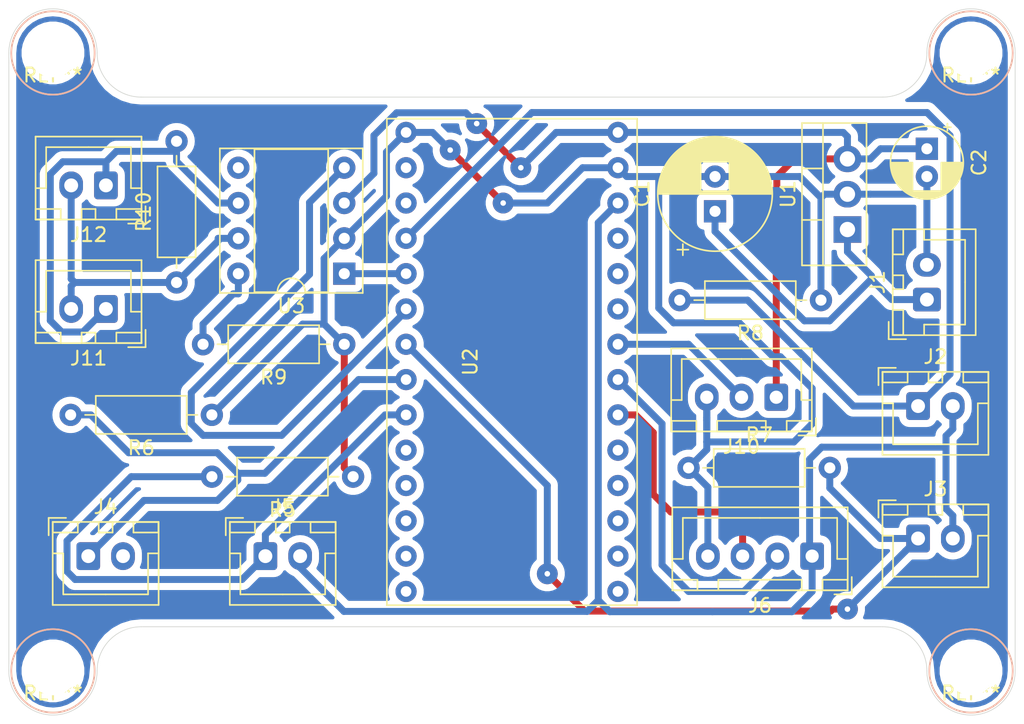
<source format=kicad_pcb>
(kicad_pcb (version 20171130) (host pcbnew "(5.1.2)-2")

  (general
    (thickness 1.6)
    (drawings 12)
    (tracks 200)
    (zones 0)
    (modules 24)
    (nets 33)
  )

  (page A4)
  (layers
    (0 F.Cu signal)
    (31 B.Cu signal)
    (32 B.Adhes user)
    (33 F.Adhes user)
    (34 B.Paste user)
    (35 F.Paste user)
    (36 B.SilkS user)
    (37 F.SilkS user)
    (38 B.Mask user)
    (39 F.Mask user)
    (40 Dwgs.User user)
    (41 Cmts.User user)
    (42 Eco1.User user)
    (43 Eco2.User user)
    (44 Edge.Cuts user)
    (45 Margin user)
    (46 B.CrtYd user)
    (47 F.CrtYd user)
    (48 B.Fab user)
    (49 F.Fab user)
  )

  (setup
    (last_trace_width 0.5)
    (trace_clearance 0.4)
    (zone_clearance 0.508)
    (zone_45_only no)
    (trace_min 0.2)
    (via_size 1.5)
    (via_drill 0.4)
    (via_min_size 0.4)
    (via_min_drill 0.3)
    (uvia_size 0.3)
    (uvia_drill 0.1)
    (uvias_allowed no)
    (uvia_min_size 0.2)
    (uvia_min_drill 0.1)
    (edge_width 0.05)
    (segment_width 0.2)
    (pcb_text_width 0.3)
    (pcb_text_size 1.5 1.5)
    (mod_edge_width 0.12)
    (mod_text_size 1 1)
    (mod_text_width 0.15)
    (pad_size 1.524 1.524)
    (pad_drill 0.762)
    (pad_to_mask_clearance 0.051)
    (solder_mask_min_width 0.25)
    (aux_axis_origin 0 0)
    (visible_elements 7FFFFFFF)
    (pcbplotparams
      (layerselection 0x01000_fffffffe)
      (usegerberextensions true)
      (usegerberattributes false)
      (usegerberadvancedattributes false)
      (creategerberjobfile false)
      (excludeedgelayer true)
      (linewidth 0.100000)
      (plotframeref false)
      (viasonmask false)
      (mode 1)
      (useauxorigin false)
      (hpglpennumber 1)
      (hpglpenspeed 20)
      (hpglpendiameter 15.000000)
      (psnegative false)
      (psa4output false)
      (plotreference true)
      (plotvalue true)
      (plotinvisibletext false)
      (padsonsilk false)
      (subtractmaskfromsilk false)
      (outputformat 1)
      (mirror false)
      (drillshape 0)
      (scaleselection 1)
      (outputdirectory "garver/"))
  )

  (net 0 "")
  (net 1 +3V3)
  (net 2 GND)
  (net 3 /cantx)
  (net 4 +5V)
  (net 5 /canrx)
  (net 6 /canH)
  (net 7 /canL)
  (net 8 "Net-(C1-Pad1)")
  (net 9 "Net-(J2-Pad1)")
  (net 10 "Net-(J3-Pad1)")
  (net 11 "Net-(J4-Pad1)")
  (net 12 "Net-(J5-Pad1)")
  (net 13 "Net-(J10-Pad2)")
  (net 14 "Net-(R9-Pad2)")
  (net 15 "Net-(U2-Pad2)")
  (net 16 "Net-(U2-Pad3)")
  (net 17 "Net-(U2-Pad14)")
  (net 18 "Net-(U2-Pad15)")
  (net 19 "Net-(U2-Pad16)")
  (net 20 "Net-(U2-Pad17)")
  (net 21 "Net-(U2-Pad18)")
  (net 22 "Net-(U2-Pad19)")
  (net 23 "Net-(U2-Pad23)")
  (net 24 "Net-(U2-Pad24)")
  (net 25 "Net-(U2-Pad25)")
  (net 26 "Net-(U3-Pad5)")
  (net 27 "Net-(J6-Pad2)")
  (net 28 "Net-(J6-Pad3)")
  (net 29 "Net-(U2-Pad10)")
  (net 30 "Net-(U2-Pad11)")
  (net 31 "Net-(U2-Pad12)")
  (net 32 "Net-(U2-Pad13)")

  (net_class Default "これはデフォルトのネット クラスです。"
    (clearance 0.4)
    (trace_width 0.5)
    (via_dia 1.5)
    (via_drill 0.4)
    (uvia_dia 0.3)
    (uvia_drill 0.1)
    (add_net +3V3)
    (add_net +5V)
    (add_net /canH)
    (add_net /canL)
    (add_net /canrx)
    (add_net /cantx)
    (add_net GND)
    (add_net "Net-(C1-Pad1)")
    (add_net "Net-(J10-Pad2)")
    (add_net "Net-(J2-Pad1)")
    (add_net "Net-(J3-Pad1)")
    (add_net "Net-(J4-Pad1)")
    (add_net "Net-(J5-Pad1)")
    (add_net "Net-(J6-Pad2)")
    (add_net "Net-(J6-Pad3)")
    (add_net "Net-(R9-Pad2)")
    (add_net "Net-(U2-Pad10)")
    (add_net "Net-(U2-Pad11)")
    (add_net "Net-(U2-Pad12)")
    (add_net "Net-(U2-Pad13)")
    (add_net "Net-(U2-Pad14)")
    (add_net "Net-(U2-Pad15)")
    (add_net "Net-(U2-Pad16)")
    (add_net "Net-(U2-Pad17)")
    (add_net "Net-(U2-Pad18)")
    (add_net "Net-(U2-Pad19)")
    (add_net "Net-(U2-Pad2)")
    (add_net "Net-(U2-Pad23)")
    (add_net "Net-(U2-Pad24)")
    (add_net "Net-(U2-Pad25)")
    (add_net "Net-(U2-Pad3)")
    (add_net "Net-(U3-Pad5)")
  )

  (module Yoshiko:hole (layer F.Cu) (tedit 5F486283) (tstamp 60D630C9)
    (at 139.065 109.855)
    (fp_text reference REF** (at 0 1.6) (layer F.SilkS)
      (effects (font (size 1 1) (thickness 0.15)))
    )
    (fp_text value hole (at 0 -1.6) (layer F.Fab)
      (effects (font (size 1 1) (thickness 0.15)))
    )
    (fp_circle (center 0 0) (end 3 0) (layer F.SilkS) (width 0.12))
    (fp_circle (center 0 0) (end 3 0) (layer B.SilkS) (width 0.12))
    (pad "" np_thru_hole circle (at 0 0) (size 3.5 3.5) (drill 3.5) (layers *.Cu *.Mask))
  )

  (module Yoshiko:hole (layer F.Cu) (tedit 5F486283) (tstamp 60D630C9)
    (at 73.025 109.855)
    (fp_text reference REF** (at 0 1.6) (layer F.SilkS)
      (effects (font (size 1 1) (thickness 0.15)))
    )
    (fp_text value hole (at 0 -1.6) (layer F.Fab)
      (effects (font (size 1 1) (thickness 0.15)))
    )
    (fp_circle (center 0 0) (end 3 0) (layer F.SilkS) (width 0.12))
    (fp_circle (center 0 0) (end 3 0) (layer B.SilkS) (width 0.12))
    (pad "" np_thru_hole circle (at 0 0) (size 3.5 3.5) (drill 3.5) (layers *.Cu *.Mask))
  )

  (module Yoshiko:hole (layer F.Cu) (tedit 5F486283) (tstamp 60D630C9)
    (at 73.025 65.405)
    (fp_text reference REF** (at 0 1.6) (layer F.SilkS)
      (effects (font (size 1 1) (thickness 0.15)))
    )
    (fp_text value hole (at 0 -1.6) (layer F.Fab)
      (effects (font (size 1 1) (thickness 0.15)))
    )
    (fp_circle (center 0 0) (end 3 0) (layer F.SilkS) (width 0.12))
    (fp_circle (center 0 0) (end 3 0) (layer B.SilkS) (width 0.12))
    (pad "" np_thru_hole circle (at 0 0) (size 3.5 3.5) (drill 3.5) (layers *.Cu *.Mask))
  )

  (module Yoshiko:hole (layer F.Cu) (tedit 5F486283) (tstamp 60D630C7)
    (at 139.065 65.405)
    (fp_text reference REF** (at 0 1.6) (layer F.SilkS)
      (effects (font (size 1 1) (thickness 0.15)))
    )
    (fp_text value hole (at 0 -1.6) (layer F.Fab)
      (effects (font (size 1 1) (thickness 0.15)))
    )
    (fp_circle (center 0 0) (end 3 0) (layer B.SilkS) (width 0.12))
    (fp_circle (center 0 0) (end 3 0) (layer F.SilkS) (width 0.12))
    (pad "" np_thru_hole circle (at 0 0) (size 3.5 3.5) (drill 3.5) (layers *.Cu *.Mask))
  )

  (module Package_TO_SOT_THT:TO-220-3_Vertical (layer F.Cu) (tedit 5AC8BA0D) (tstamp 60D616E5)
    (at 130.175 78.105 90)
    (descr "TO-220-3, Vertical, RM 2.54mm, see https://www.vishay.com/docs/66542/to-220-1.pdf")
    (tags "TO-220-3 Vertical RM 2.54mm")
    (path /60BC92A8)
    (fp_text reference U1 (at 2.54 -4.27 90) (layer F.SilkS)
      (effects (font (size 1 1) (thickness 0.15)))
    )
    (fp_text value L7805 (at 2.54 2.5 90) (layer F.Fab)
      (effects (font (size 1 1) (thickness 0.15)))
    )
    (fp_text user %R (at 2.54 -4.27 90) (layer F.Fab)
      (effects (font (size 1 1) (thickness 0.15)))
    )
    (fp_line (start 7.79 -3.4) (end -2.71 -3.4) (layer F.CrtYd) (width 0.05))
    (fp_line (start 7.79 1.51) (end 7.79 -3.4) (layer F.CrtYd) (width 0.05))
    (fp_line (start -2.71 1.51) (end 7.79 1.51) (layer F.CrtYd) (width 0.05))
    (fp_line (start -2.71 -3.4) (end -2.71 1.51) (layer F.CrtYd) (width 0.05))
    (fp_line (start 4.391 -3.27) (end 4.391 -1.76) (layer F.SilkS) (width 0.12))
    (fp_line (start 0.69 -3.27) (end 0.69 -1.76) (layer F.SilkS) (width 0.12))
    (fp_line (start -2.58 -1.76) (end 7.66 -1.76) (layer F.SilkS) (width 0.12))
    (fp_line (start 7.66 -3.27) (end 7.66 1.371) (layer F.SilkS) (width 0.12))
    (fp_line (start -2.58 -3.27) (end -2.58 1.371) (layer F.SilkS) (width 0.12))
    (fp_line (start -2.58 1.371) (end 7.66 1.371) (layer F.SilkS) (width 0.12))
    (fp_line (start -2.58 -3.27) (end 7.66 -3.27) (layer F.SilkS) (width 0.12))
    (fp_line (start 4.39 -3.15) (end 4.39 -1.88) (layer F.Fab) (width 0.1))
    (fp_line (start 0.69 -3.15) (end 0.69 -1.88) (layer F.Fab) (width 0.1))
    (fp_line (start -2.46 -1.88) (end 7.54 -1.88) (layer F.Fab) (width 0.1))
    (fp_line (start 7.54 -3.15) (end -2.46 -3.15) (layer F.Fab) (width 0.1))
    (fp_line (start 7.54 1.25) (end 7.54 -3.15) (layer F.Fab) (width 0.1))
    (fp_line (start -2.46 1.25) (end 7.54 1.25) (layer F.Fab) (width 0.1))
    (fp_line (start -2.46 -3.15) (end -2.46 1.25) (layer F.Fab) (width 0.1))
    (pad 3 thru_hole oval (at 5.08 0 90) (size 1.905 2) (drill 1.1) (layers *.Cu *.Mask)
      (net 4 +5V))
    (pad 2 thru_hole oval (at 2.54 0 90) (size 1.905 2) (drill 1.1) (layers *.Cu *.Mask)
      (net 2 GND))
    (pad 1 thru_hole rect (at 0 0 90) (size 1.905 2) (drill 1.1) (layers *.Cu *.Mask)
      (net 8 "Net-(C1-Pad1)"))
    (model ${KISYS3DMOD}/Package_TO_SOT_THT.3dshapes/TO-220-3_Vertical.wrl
      (at (xyz 0 0 0))
      (scale (xyz 1 1 1))
      (rotate (xyz 0 0 0))
    )
  )

  (module Capacitor_THT:CP_Radial_D8.0mm_P2.50mm (layer F.Cu) (tedit 5AE50EF0) (tstamp 60D5F804)
    (at 120.65 76.795 90)
    (descr "CP, Radial series, Radial, pin pitch=2.50mm, , diameter=8mm, Electrolytic Capacitor")
    (tags "CP Radial series Radial pin pitch 2.50mm  diameter 8mm Electrolytic Capacitor")
    (path /60BE0D7D)
    (fp_text reference C1 (at 1.25 -5.25 90) (layer F.SilkS)
      (effects (font (size 1 1) (thickness 0.15)))
    )
    (fp_text value 220u (at 1.25 5.25 90) (layer F.Fab)
      (effects (font (size 1 1) (thickness 0.15)))
    )
    (fp_circle (center 1.25 0) (end 5.25 0) (layer F.Fab) (width 0.1))
    (fp_circle (center 1.25 0) (end 5.37 0) (layer F.SilkS) (width 0.12))
    (fp_circle (center 1.25 0) (end 5.5 0) (layer F.CrtYd) (width 0.05))
    (fp_line (start -2.176759 -1.7475) (end -1.376759 -1.7475) (layer F.Fab) (width 0.1))
    (fp_line (start -1.776759 -2.1475) (end -1.776759 -1.3475) (layer F.Fab) (width 0.1))
    (fp_line (start 1.25 -4.08) (end 1.25 4.08) (layer F.SilkS) (width 0.12))
    (fp_line (start 1.29 -4.08) (end 1.29 4.08) (layer F.SilkS) (width 0.12))
    (fp_line (start 1.33 -4.08) (end 1.33 4.08) (layer F.SilkS) (width 0.12))
    (fp_line (start 1.37 -4.079) (end 1.37 4.079) (layer F.SilkS) (width 0.12))
    (fp_line (start 1.41 -4.077) (end 1.41 4.077) (layer F.SilkS) (width 0.12))
    (fp_line (start 1.45 -4.076) (end 1.45 4.076) (layer F.SilkS) (width 0.12))
    (fp_line (start 1.49 -4.074) (end 1.49 -1.04) (layer F.SilkS) (width 0.12))
    (fp_line (start 1.49 1.04) (end 1.49 4.074) (layer F.SilkS) (width 0.12))
    (fp_line (start 1.53 -4.071) (end 1.53 -1.04) (layer F.SilkS) (width 0.12))
    (fp_line (start 1.53 1.04) (end 1.53 4.071) (layer F.SilkS) (width 0.12))
    (fp_line (start 1.57 -4.068) (end 1.57 -1.04) (layer F.SilkS) (width 0.12))
    (fp_line (start 1.57 1.04) (end 1.57 4.068) (layer F.SilkS) (width 0.12))
    (fp_line (start 1.61 -4.065) (end 1.61 -1.04) (layer F.SilkS) (width 0.12))
    (fp_line (start 1.61 1.04) (end 1.61 4.065) (layer F.SilkS) (width 0.12))
    (fp_line (start 1.65 -4.061) (end 1.65 -1.04) (layer F.SilkS) (width 0.12))
    (fp_line (start 1.65 1.04) (end 1.65 4.061) (layer F.SilkS) (width 0.12))
    (fp_line (start 1.69 -4.057) (end 1.69 -1.04) (layer F.SilkS) (width 0.12))
    (fp_line (start 1.69 1.04) (end 1.69 4.057) (layer F.SilkS) (width 0.12))
    (fp_line (start 1.73 -4.052) (end 1.73 -1.04) (layer F.SilkS) (width 0.12))
    (fp_line (start 1.73 1.04) (end 1.73 4.052) (layer F.SilkS) (width 0.12))
    (fp_line (start 1.77 -4.048) (end 1.77 -1.04) (layer F.SilkS) (width 0.12))
    (fp_line (start 1.77 1.04) (end 1.77 4.048) (layer F.SilkS) (width 0.12))
    (fp_line (start 1.81 -4.042) (end 1.81 -1.04) (layer F.SilkS) (width 0.12))
    (fp_line (start 1.81 1.04) (end 1.81 4.042) (layer F.SilkS) (width 0.12))
    (fp_line (start 1.85 -4.037) (end 1.85 -1.04) (layer F.SilkS) (width 0.12))
    (fp_line (start 1.85 1.04) (end 1.85 4.037) (layer F.SilkS) (width 0.12))
    (fp_line (start 1.89 -4.03) (end 1.89 -1.04) (layer F.SilkS) (width 0.12))
    (fp_line (start 1.89 1.04) (end 1.89 4.03) (layer F.SilkS) (width 0.12))
    (fp_line (start 1.93 -4.024) (end 1.93 -1.04) (layer F.SilkS) (width 0.12))
    (fp_line (start 1.93 1.04) (end 1.93 4.024) (layer F.SilkS) (width 0.12))
    (fp_line (start 1.971 -4.017) (end 1.971 -1.04) (layer F.SilkS) (width 0.12))
    (fp_line (start 1.971 1.04) (end 1.971 4.017) (layer F.SilkS) (width 0.12))
    (fp_line (start 2.011 -4.01) (end 2.011 -1.04) (layer F.SilkS) (width 0.12))
    (fp_line (start 2.011 1.04) (end 2.011 4.01) (layer F.SilkS) (width 0.12))
    (fp_line (start 2.051 -4.002) (end 2.051 -1.04) (layer F.SilkS) (width 0.12))
    (fp_line (start 2.051 1.04) (end 2.051 4.002) (layer F.SilkS) (width 0.12))
    (fp_line (start 2.091 -3.994) (end 2.091 -1.04) (layer F.SilkS) (width 0.12))
    (fp_line (start 2.091 1.04) (end 2.091 3.994) (layer F.SilkS) (width 0.12))
    (fp_line (start 2.131 -3.985) (end 2.131 -1.04) (layer F.SilkS) (width 0.12))
    (fp_line (start 2.131 1.04) (end 2.131 3.985) (layer F.SilkS) (width 0.12))
    (fp_line (start 2.171 -3.976) (end 2.171 -1.04) (layer F.SilkS) (width 0.12))
    (fp_line (start 2.171 1.04) (end 2.171 3.976) (layer F.SilkS) (width 0.12))
    (fp_line (start 2.211 -3.967) (end 2.211 -1.04) (layer F.SilkS) (width 0.12))
    (fp_line (start 2.211 1.04) (end 2.211 3.967) (layer F.SilkS) (width 0.12))
    (fp_line (start 2.251 -3.957) (end 2.251 -1.04) (layer F.SilkS) (width 0.12))
    (fp_line (start 2.251 1.04) (end 2.251 3.957) (layer F.SilkS) (width 0.12))
    (fp_line (start 2.291 -3.947) (end 2.291 -1.04) (layer F.SilkS) (width 0.12))
    (fp_line (start 2.291 1.04) (end 2.291 3.947) (layer F.SilkS) (width 0.12))
    (fp_line (start 2.331 -3.936) (end 2.331 -1.04) (layer F.SilkS) (width 0.12))
    (fp_line (start 2.331 1.04) (end 2.331 3.936) (layer F.SilkS) (width 0.12))
    (fp_line (start 2.371 -3.925) (end 2.371 -1.04) (layer F.SilkS) (width 0.12))
    (fp_line (start 2.371 1.04) (end 2.371 3.925) (layer F.SilkS) (width 0.12))
    (fp_line (start 2.411 -3.914) (end 2.411 -1.04) (layer F.SilkS) (width 0.12))
    (fp_line (start 2.411 1.04) (end 2.411 3.914) (layer F.SilkS) (width 0.12))
    (fp_line (start 2.451 -3.902) (end 2.451 -1.04) (layer F.SilkS) (width 0.12))
    (fp_line (start 2.451 1.04) (end 2.451 3.902) (layer F.SilkS) (width 0.12))
    (fp_line (start 2.491 -3.889) (end 2.491 -1.04) (layer F.SilkS) (width 0.12))
    (fp_line (start 2.491 1.04) (end 2.491 3.889) (layer F.SilkS) (width 0.12))
    (fp_line (start 2.531 -3.877) (end 2.531 -1.04) (layer F.SilkS) (width 0.12))
    (fp_line (start 2.531 1.04) (end 2.531 3.877) (layer F.SilkS) (width 0.12))
    (fp_line (start 2.571 -3.863) (end 2.571 -1.04) (layer F.SilkS) (width 0.12))
    (fp_line (start 2.571 1.04) (end 2.571 3.863) (layer F.SilkS) (width 0.12))
    (fp_line (start 2.611 -3.85) (end 2.611 -1.04) (layer F.SilkS) (width 0.12))
    (fp_line (start 2.611 1.04) (end 2.611 3.85) (layer F.SilkS) (width 0.12))
    (fp_line (start 2.651 -3.835) (end 2.651 -1.04) (layer F.SilkS) (width 0.12))
    (fp_line (start 2.651 1.04) (end 2.651 3.835) (layer F.SilkS) (width 0.12))
    (fp_line (start 2.691 -3.821) (end 2.691 -1.04) (layer F.SilkS) (width 0.12))
    (fp_line (start 2.691 1.04) (end 2.691 3.821) (layer F.SilkS) (width 0.12))
    (fp_line (start 2.731 -3.805) (end 2.731 -1.04) (layer F.SilkS) (width 0.12))
    (fp_line (start 2.731 1.04) (end 2.731 3.805) (layer F.SilkS) (width 0.12))
    (fp_line (start 2.771 -3.79) (end 2.771 -1.04) (layer F.SilkS) (width 0.12))
    (fp_line (start 2.771 1.04) (end 2.771 3.79) (layer F.SilkS) (width 0.12))
    (fp_line (start 2.811 -3.774) (end 2.811 -1.04) (layer F.SilkS) (width 0.12))
    (fp_line (start 2.811 1.04) (end 2.811 3.774) (layer F.SilkS) (width 0.12))
    (fp_line (start 2.851 -3.757) (end 2.851 -1.04) (layer F.SilkS) (width 0.12))
    (fp_line (start 2.851 1.04) (end 2.851 3.757) (layer F.SilkS) (width 0.12))
    (fp_line (start 2.891 -3.74) (end 2.891 -1.04) (layer F.SilkS) (width 0.12))
    (fp_line (start 2.891 1.04) (end 2.891 3.74) (layer F.SilkS) (width 0.12))
    (fp_line (start 2.931 -3.722) (end 2.931 -1.04) (layer F.SilkS) (width 0.12))
    (fp_line (start 2.931 1.04) (end 2.931 3.722) (layer F.SilkS) (width 0.12))
    (fp_line (start 2.971 -3.704) (end 2.971 -1.04) (layer F.SilkS) (width 0.12))
    (fp_line (start 2.971 1.04) (end 2.971 3.704) (layer F.SilkS) (width 0.12))
    (fp_line (start 3.011 -3.686) (end 3.011 -1.04) (layer F.SilkS) (width 0.12))
    (fp_line (start 3.011 1.04) (end 3.011 3.686) (layer F.SilkS) (width 0.12))
    (fp_line (start 3.051 -3.666) (end 3.051 -1.04) (layer F.SilkS) (width 0.12))
    (fp_line (start 3.051 1.04) (end 3.051 3.666) (layer F.SilkS) (width 0.12))
    (fp_line (start 3.091 -3.647) (end 3.091 -1.04) (layer F.SilkS) (width 0.12))
    (fp_line (start 3.091 1.04) (end 3.091 3.647) (layer F.SilkS) (width 0.12))
    (fp_line (start 3.131 -3.627) (end 3.131 -1.04) (layer F.SilkS) (width 0.12))
    (fp_line (start 3.131 1.04) (end 3.131 3.627) (layer F.SilkS) (width 0.12))
    (fp_line (start 3.171 -3.606) (end 3.171 -1.04) (layer F.SilkS) (width 0.12))
    (fp_line (start 3.171 1.04) (end 3.171 3.606) (layer F.SilkS) (width 0.12))
    (fp_line (start 3.211 -3.584) (end 3.211 -1.04) (layer F.SilkS) (width 0.12))
    (fp_line (start 3.211 1.04) (end 3.211 3.584) (layer F.SilkS) (width 0.12))
    (fp_line (start 3.251 -3.562) (end 3.251 -1.04) (layer F.SilkS) (width 0.12))
    (fp_line (start 3.251 1.04) (end 3.251 3.562) (layer F.SilkS) (width 0.12))
    (fp_line (start 3.291 -3.54) (end 3.291 -1.04) (layer F.SilkS) (width 0.12))
    (fp_line (start 3.291 1.04) (end 3.291 3.54) (layer F.SilkS) (width 0.12))
    (fp_line (start 3.331 -3.517) (end 3.331 -1.04) (layer F.SilkS) (width 0.12))
    (fp_line (start 3.331 1.04) (end 3.331 3.517) (layer F.SilkS) (width 0.12))
    (fp_line (start 3.371 -3.493) (end 3.371 -1.04) (layer F.SilkS) (width 0.12))
    (fp_line (start 3.371 1.04) (end 3.371 3.493) (layer F.SilkS) (width 0.12))
    (fp_line (start 3.411 -3.469) (end 3.411 -1.04) (layer F.SilkS) (width 0.12))
    (fp_line (start 3.411 1.04) (end 3.411 3.469) (layer F.SilkS) (width 0.12))
    (fp_line (start 3.451 -3.444) (end 3.451 -1.04) (layer F.SilkS) (width 0.12))
    (fp_line (start 3.451 1.04) (end 3.451 3.444) (layer F.SilkS) (width 0.12))
    (fp_line (start 3.491 -3.418) (end 3.491 -1.04) (layer F.SilkS) (width 0.12))
    (fp_line (start 3.491 1.04) (end 3.491 3.418) (layer F.SilkS) (width 0.12))
    (fp_line (start 3.531 -3.392) (end 3.531 -1.04) (layer F.SilkS) (width 0.12))
    (fp_line (start 3.531 1.04) (end 3.531 3.392) (layer F.SilkS) (width 0.12))
    (fp_line (start 3.571 -3.365) (end 3.571 3.365) (layer F.SilkS) (width 0.12))
    (fp_line (start 3.611 -3.338) (end 3.611 3.338) (layer F.SilkS) (width 0.12))
    (fp_line (start 3.651 -3.309) (end 3.651 3.309) (layer F.SilkS) (width 0.12))
    (fp_line (start 3.691 -3.28) (end 3.691 3.28) (layer F.SilkS) (width 0.12))
    (fp_line (start 3.731 -3.25) (end 3.731 3.25) (layer F.SilkS) (width 0.12))
    (fp_line (start 3.771 -3.22) (end 3.771 3.22) (layer F.SilkS) (width 0.12))
    (fp_line (start 3.811 -3.189) (end 3.811 3.189) (layer F.SilkS) (width 0.12))
    (fp_line (start 3.851 -3.156) (end 3.851 3.156) (layer F.SilkS) (width 0.12))
    (fp_line (start 3.891 -3.124) (end 3.891 3.124) (layer F.SilkS) (width 0.12))
    (fp_line (start 3.931 -3.09) (end 3.931 3.09) (layer F.SilkS) (width 0.12))
    (fp_line (start 3.971 -3.055) (end 3.971 3.055) (layer F.SilkS) (width 0.12))
    (fp_line (start 4.011 -3.019) (end 4.011 3.019) (layer F.SilkS) (width 0.12))
    (fp_line (start 4.051 -2.983) (end 4.051 2.983) (layer F.SilkS) (width 0.12))
    (fp_line (start 4.091 -2.945) (end 4.091 2.945) (layer F.SilkS) (width 0.12))
    (fp_line (start 4.131 -2.907) (end 4.131 2.907) (layer F.SilkS) (width 0.12))
    (fp_line (start 4.171 -2.867) (end 4.171 2.867) (layer F.SilkS) (width 0.12))
    (fp_line (start 4.211 -2.826) (end 4.211 2.826) (layer F.SilkS) (width 0.12))
    (fp_line (start 4.251 -2.784) (end 4.251 2.784) (layer F.SilkS) (width 0.12))
    (fp_line (start 4.291 -2.741) (end 4.291 2.741) (layer F.SilkS) (width 0.12))
    (fp_line (start 4.331 -2.697) (end 4.331 2.697) (layer F.SilkS) (width 0.12))
    (fp_line (start 4.371 -2.651) (end 4.371 2.651) (layer F.SilkS) (width 0.12))
    (fp_line (start 4.411 -2.604) (end 4.411 2.604) (layer F.SilkS) (width 0.12))
    (fp_line (start 4.451 -2.556) (end 4.451 2.556) (layer F.SilkS) (width 0.12))
    (fp_line (start 4.491 -2.505) (end 4.491 2.505) (layer F.SilkS) (width 0.12))
    (fp_line (start 4.531 -2.454) (end 4.531 2.454) (layer F.SilkS) (width 0.12))
    (fp_line (start 4.571 -2.4) (end 4.571 2.4) (layer F.SilkS) (width 0.12))
    (fp_line (start 4.611 -2.345) (end 4.611 2.345) (layer F.SilkS) (width 0.12))
    (fp_line (start 4.651 -2.287) (end 4.651 2.287) (layer F.SilkS) (width 0.12))
    (fp_line (start 4.691 -2.228) (end 4.691 2.228) (layer F.SilkS) (width 0.12))
    (fp_line (start 4.731 -2.166) (end 4.731 2.166) (layer F.SilkS) (width 0.12))
    (fp_line (start 4.771 -2.102) (end 4.771 2.102) (layer F.SilkS) (width 0.12))
    (fp_line (start 4.811 -2.034) (end 4.811 2.034) (layer F.SilkS) (width 0.12))
    (fp_line (start 4.851 -1.964) (end 4.851 1.964) (layer F.SilkS) (width 0.12))
    (fp_line (start 4.891 -1.89) (end 4.891 1.89) (layer F.SilkS) (width 0.12))
    (fp_line (start 4.931 -1.813) (end 4.931 1.813) (layer F.SilkS) (width 0.12))
    (fp_line (start 4.971 -1.731) (end 4.971 1.731) (layer F.SilkS) (width 0.12))
    (fp_line (start 5.011 -1.645) (end 5.011 1.645) (layer F.SilkS) (width 0.12))
    (fp_line (start 5.051 -1.552) (end 5.051 1.552) (layer F.SilkS) (width 0.12))
    (fp_line (start 5.091 -1.453) (end 5.091 1.453) (layer F.SilkS) (width 0.12))
    (fp_line (start 5.131 -1.346) (end 5.131 1.346) (layer F.SilkS) (width 0.12))
    (fp_line (start 5.171 -1.229) (end 5.171 1.229) (layer F.SilkS) (width 0.12))
    (fp_line (start 5.211 -1.098) (end 5.211 1.098) (layer F.SilkS) (width 0.12))
    (fp_line (start 5.251 -0.948) (end 5.251 0.948) (layer F.SilkS) (width 0.12))
    (fp_line (start 5.291 -0.768) (end 5.291 0.768) (layer F.SilkS) (width 0.12))
    (fp_line (start 5.331 -0.533) (end 5.331 0.533) (layer F.SilkS) (width 0.12))
    (fp_line (start -3.159698 -2.315) (end -2.359698 -2.315) (layer F.SilkS) (width 0.12))
    (fp_line (start -2.759698 -2.715) (end -2.759698 -1.915) (layer F.SilkS) (width 0.12))
    (fp_text user %R (at 1.25 0 90) (layer F.Fab)
      (effects (font (size 1 1) (thickness 0.15)))
    )
    (pad 1 thru_hole rect (at 0 0 90) (size 1.6 1.6) (drill 0.8) (layers *.Cu *.Mask)
      (net 8 "Net-(C1-Pad1)"))
    (pad 2 thru_hole circle (at 2.5 0 90) (size 1.6 1.6) (drill 0.8) (layers *.Cu *.Mask)
      (net 2 GND))
    (model ${KISYS3DMOD}/Capacitor_THT.3dshapes/CP_Radial_D8.0mm_P2.50mm.wrl
      (at (xyz 0 0 0))
      (scale (xyz 1 1 1))
      (rotate (xyz 0 0 0))
    )
  )

  (module Capacitor_THT:CP_Radial_D5.0mm_P2.00mm (layer F.Cu) (tedit 5AE50EF0) (tstamp 60D5F887)
    (at 135.89 72.295 270)
    (descr "CP, Radial series, Radial, pin pitch=2.00mm, , diameter=5mm, Electrolytic Capacitor")
    (tags "CP Radial series Radial pin pitch 2.00mm  diameter 5mm Electrolytic Capacitor")
    (path /60BE1E95)
    (fp_text reference C2 (at 1 -3.75 90) (layer F.SilkS)
      (effects (font (size 1 1) (thickness 0.15)))
    )
    (fp_text value 100u (at 1 3.75 90) (layer F.Fab)
      (effects (font (size 1 1) (thickness 0.15)))
    )
    (fp_circle (center 1 0) (end 3.5 0) (layer F.Fab) (width 0.1))
    (fp_circle (center 1 0) (end 3.62 0) (layer F.SilkS) (width 0.12))
    (fp_circle (center 1 0) (end 3.75 0) (layer F.CrtYd) (width 0.05))
    (fp_line (start -1.133605 -1.0875) (end -0.633605 -1.0875) (layer F.Fab) (width 0.1))
    (fp_line (start -0.883605 -1.3375) (end -0.883605 -0.8375) (layer F.Fab) (width 0.1))
    (fp_line (start 1 1.04) (end 1 2.58) (layer F.SilkS) (width 0.12))
    (fp_line (start 1 -2.58) (end 1 -1.04) (layer F.SilkS) (width 0.12))
    (fp_line (start 1.04 1.04) (end 1.04 2.58) (layer F.SilkS) (width 0.12))
    (fp_line (start 1.04 -2.58) (end 1.04 -1.04) (layer F.SilkS) (width 0.12))
    (fp_line (start 1.08 -2.579) (end 1.08 -1.04) (layer F.SilkS) (width 0.12))
    (fp_line (start 1.08 1.04) (end 1.08 2.579) (layer F.SilkS) (width 0.12))
    (fp_line (start 1.12 -2.578) (end 1.12 -1.04) (layer F.SilkS) (width 0.12))
    (fp_line (start 1.12 1.04) (end 1.12 2.578) (layer F.SilkS) (width 0.12))
    (fp_line (start 1.16 -2.576) (end 1.16 -1.04) (layer F.SilkS) (width 0.12))
    (fp_line (start 1.16 1.04) (end 1.16 2.576) (layer F.SilkS) (width 0.12))
    (fp_line (start 1.2 -2.573) (end 1.2 -1.04) (layer F.SilkS) (width 0.12))
    (fp_line (start 1.2 1.04) (end 1.2 2.573) (layer F.SilkS) (width 0.12))
    (fp_line (start 1.24 -2.569) (end 1.24 -1.04) (layer F.SilkS) (width 0.12))
    (fp_line (start 1.24 1.04) (end 1.24 2.569) (layer F.SilkS) (width 0.12))
    (fp_line (start 1.28 -2.565) (end 1.28 -1.04) (layer F.SilkS) (width 0.12))
    (fp_line (start 1.28 1.04) (end 1.28 2.565) (layer F.SilkS) (width 0.12))
    (fp_line (start 1.32 -2.561) (end 1.32 -1.04) (layer F.SilkS) (width 0.12))
    (fp_line (start 1.32 1.04) (end 1.32 2.561) (layer F.SilkS) (width 0.12))
    (fp_line (start 1.36 -2.556) (end 1.36 -1.04) (layer F.SilkS) (width 0.12))
    (fp_line (start 1.36 1.04) (end 1.36 2.556) (layer F.SilkS) (width 0.12))
    (fp_line (start 1.4 -2.55) (end 1.4 -1.04) (layer F.SilkS) (width 0.12))
    (fp_line (start 1.4 1.04) (end 1.4 2.55) (layer F.SilkS) (width 0.12))
    (fp_line (start 1.44 -2.543) (end 1.44 -1.04) (layer F.SilkS) (width 0.12))
    (fp_line (start 1.44 1.04) (end 1.44 2.543) (layer F.SilkS) (width 0.12))
    (fp_line (start 1.48 -2.536) (end 1.48 -1.04) (layer F.SilkS) (width 0.12))
    (fp_line (start 1.48 1.04) (end 1.48 2.536) (layer F.SilkS) (width 0.12))
    (fp_line (start 1.52 -2.528) (end 1.52 -1.04) (layer F.SilkS) (width 0.12))
    (fp_line (start 1.52 1.04) (end 1.52 2.528) (layer F.SilkS) (width 0.12))
    (fp_line (start 1.56 -2.52) (end 1.56 -1.04) (layer F.SilkS) (width 0.12))
    (fp_line (start 1.56 1.04) (end 1.56 2.52) (layer F.SilkS) (width 0.12))
    (fp_line (start 1.6 -2.511) (end 1.6 -1.04) (layer F.SilkS) (width 0.12))
    (fp_line (start 1.6 1.04) (end 1.6 2.511) (layer F.SilkS) (width 0.12))
    (fp_line (start 1.64 -2.501) (end 1.64 -1.04) (layer F.SilkS) (width 0.12))
    (fp_line (start 1.64 1.04) (end 1.64 2.501) (layer F.SilkS) (width 0.12))
    (fp_line (start 1.68 -2.491) (end 1.68 -1.04) (layer F.SilkS) (width 0.12))
    (fp_line (start 1.68 1.04) (end 1.68 2.491) (layer F.SilkS) (width 0.12))
    (fp_line (start 1.721 -2.48) (end 1.721 -1.04) (layer F.SilkS) (width 0.12))
    (fp_line (start 1.721 1.04) (end 1.721 2.48) (layer F.SilkS) (width 0.12))
    (fp_line (start 1.761 -2.468) (end 1.761 -1.04) (layer F.SilkS) (width 0.12))
    (fp_line (start 1.761 1.04) (end 1.761 2.468) (layer F.SilkS) (width 0.12))
    (fp_line (start 1.801 -2.455) (end 1.801 -1.04) (layer F.SilkS) (width 0.12))
    (fp_line (start 1.801 1.04) (end 1.801 2.455) (layer F.SilkS) (width 0.12))
    (fp_line (start 1.841 -2.442) (end 1.841 -1.04) (layer F.SilkS) (width 0.12))
    (fp_line (start 1.841 1.04) (end 1.841 2.442) (layer F.SilkS) (width 0.12))
    (fp_line (start 1.881 -2.428) (end 1.881 -1.04) (layer F.SilkS) (width 0.12))
    (fp_line (start 1.881 1.04) (end 1.881 2.428) (layer F.SilkS) (width 0.12))
    (fp_line (start 1.921 -2.414) (end 1.921 -1.04) (layer F.SilkS) (width 0.12))
    (fp_line (start 1.921 1.04) (end 1.921 2.414) (layer F.SilkS) (width 0.12))
    (fp_line (start 1.961 -2.398) (end 1.961 -1.04) (layer F.SilkS) (width 0.12))
    (fp_line (start 1.961 1.04) (end 1.961 2.398) (layer F.SilkS) (width 0.12))
    (fp_line (start 2.001 -2.382) (end 2.001 -1.04) (layer F.SilkS) (width 0.12))
    (fp_line (start 2.001 1.04) (end 2.001 2.382) (layer F.SilkS) (width 0.12))
    (fp_line (start 2.041 -2.365) (end 2.041 -1.04) (layer F.SilkS) (width 0.12))
    (fp_line (start 2.041 1.04) (end 2.041 2.365) (layer F.SilkS) (width 0.12))
    (fp_line (start 2.081 -2.348) (end 2.081 -1.04) (layer F.SilkS) (width 0.12))
    (fp_line (start 2.081 1.04) (end 2.081 2.348) (layer F.SilkS) (width 0.12))
    (fp_line (start 2.121 -2.329) (end 2.121 -1.04) (layer F.SilkS) (width 0.12))
    (fp_line (start 2.121 1.04) (end 2.121 2.329) (layer F.SilkS) (width 0.12))
    (fp_line (start 2.161 -2.31) (end 2.161 -1.04) (layer F.SilkS) (width 0.12))
    (fp_line (start 2.161 1.04) (end 2.161 2.31) (layer F.SilkS) (width 0.12))
    (fp_line (start 2.201 -2.29) (end 2.201 -1.04) (layer F.SilkS) (width 0.12))
    (fp_line (start 2.201 1.04) (end 2.201 2.29) (layer F.SilkS) (width 0.12))
    (fp_line (start 2.241 -2.268) (end 2.241 -1.04) (layer F.SilkS) (width 0.12))
    (fp_line (start 2.241 1.04) (end 2.241 2.268) (layer F.SilkS) (width 0.12))
    (fp_line (start 2.281 -2.247) (end 2.281 -1.04) (layer F.SilkS) (width 0.12))
    (fp_line (start 2.281 1.04) (end 2.281 2.247) (layer F.SilkS) (width 0.12))
    (fp_line (start 2.321 -2.224) (end 2.321 -1.04) (layer F.SilkS) (width 0.12))
    (fp_line (start 2.321 1.04) (end 2.321 2.224) (layer F.SilkS) (width 0.12))
    (fp_line (start 2.361 -2.2) (end 2.361 -1.04) (layer F.SilkS) (width 0.12))
    (fp_line (start 2.361 1.04) (end 2.361 2.2) (layer F.SilkS) (width 0.12))
    (fp_line (start 2.401 -2.175) (end 2.401 -1.04) (layer F.SilkS) (width 0.12))
    (fp_line (start 2.401 1.04) (end 2.401 2.175) (layer F.SilkS) (width 0.12))
    (fp_line (start 2.441 -2.149) (end 2.441 -1.04) (layer F.SilkS) (width 0.12))
    (fp_line (start 2.441 1.04) (end 2.441 2.149) (layer F.SilkS) (width 0.12))
    (fp_line (start 2.481 -2.122) (end 2.481 -1.04) (layer F.SilkS) (width 0.12))
    (fp_line (start 2.481 1.04) (end 2.481 2.122) (layer F.SilkS) (width 0.12))
    (fp_line (start 2.521 -2.095) (end 2.521 -1.04) (layer F.SilkS) (width 0.12))
    (fp_line (start 2.521 1.04) (end 2.521 2.095) (layer F.SilkS) (width 0.12))
    (fp_line (start 2.561 -2.065) (end 2.561 -1.04) (layer F.SilkS) (width 0.12))
    (fp_line (start 2.561 1.04) (end 2.561 2.065) (layer F.SilkS) (width 0.12))
    (fp_line (start 2.601 -2.035) (end 2.601 -1.04) (layer F.SilkS) (width 0.12))
    (fp_line (start 2.601 1.04) (end 2.601 2.035) (layer F.SilkS) (width 0.12))
    (fp_line (start 2.641 -2.004) (end 2.641 -1.04) (layer F.SilkS) (width 0.12))
    (fp_line (start 2.641 1.04) (end 2.641 2.004) (layer F.SilkS) (width 0.12))
    (fp_line (start 2.681 -1.971) (end 2.681 -1.04) (layer F.SilkS) (width 0.12))
    (fp_line (start 2.681 1.04) (end 2.681 1.971) (layer F.SilkS) (width 0.12))
    (fp_line (start 2.721 -1.937) (end 2.721 -1.04) (layer F.SilkS) (width 0.12))
    (fp_line (start 2.721 1.04) (end 2.721 1.937) (layer F.SilkS) (width 0.12))
    (fp_line (start 2.761 -1.901) (end 2.761 -1.04) (layer F.SilkS) (width 0.12))
    (fp_line (start 2.761 1.04) (end 2.761 1.901) (layer F.SilkS) (width 0.12))
    (fp_line (start 2.801 -1.864) (end 2.801 -1.04) (layer F.SilkS) (width 0.12))
    (fp_line (start 2.801 1.04) (end 2.801 1.864) (layer F.SilkS) (width 0.12))
    (fp_line (start 2.841 -1.826) (end 2.841 -1.04) (layer F.SilkS) (width 0.12))
    (fp_line (start 2.841 1.04) (end 2.841 1.826) (layer F.SilkS) (width 0.12))
    (fp_line (start 2.881 -1.785) (end 2.881 -1.04) (layer F.SilkS) (width 0.12))
    (fp_line (start 2.881 1.04) (end 2.881 1.785) (layer F.SilkS) (width 0.12))
    (fp_line (start 2.921 -1.743) (end 2.921 -1.04) (layer F.SilkS) (width 0.12))
    (fp_line (start 2.921 1.04) (end 2.921 1.743) (layer F.SilkS) (width 0.12))
    (fp_line (start 2.961 -1.699) (end 2.961 -1.04) (layer F.SilkS) (width 0.12))
    (fp_line (start 2.961 1.04) (end 2.961 1.699) (layer F.SilkS) (width 0.12))
    (fp_line (start 3.001 -1.653) (end 3.001 -1.04) (layer F.SilkS) (width 0.12))
    (fp_line (start 3.001 1.04) (end 3.001 1.653) (layer F.SilkS) (width 0.12))
    (fp_line (start 3.041 -1.605) (end 3.041 1.605) (layer F.SilkS) (width 0.12))
    (fp_line (start 3.081 -1.554) (end 3.081 1.554) (layer F.SilkS) (width 0.12))
    (fp_line (start 3.121 -1.5) (end 3.121 1.5) (layer F.SilkS) (width 0.12))
    (fp_line (start 3.161 -1.443) (end 3.161 1.443) (layer F.SilkS) (width 0.12))
    (fp_line (start 3.201 -1.383) (end 3.201 1.383) (layer F.SilkS) (width 0.12))
    (fp_line (start 3.241 -1.319) (end 3.241 1.319) (layer F.SilkS) (width 0.12))
    (fp_line (start 3.281 -1.251) (end 3.281 1.251) (layer F.SilkS) (width 0.12))
    (fp_line (start 3.321 -1.178) (end 3.321 1.178) (layer F.SilkS) (width 0.12))
    (fp_line (start 3.361 -1.098) (end 3.361 1.098) (layer F.SilkS) (width 0.12))
    (fp_line (start 3.401 -1.011) (end 3.401 1.011) (layer F.SilkS) (width 0.12))
    (fp_line (start 3.441 -0.915) (end 3.441 0.915) (layer F.SilkS) (width 0.12))
    (fp_line (start 3.481 -0.805) (end 3.481 0.805) (layer F.SilkS) (width 0.12))
    (fp_line (start 3.521 -0.677) (end 3.521 0.677) (layer F.SilkS) (width 0.12))
    (fp_line (start 3.561 -0.518) (end 3.561 0.518) (layer F.SilkS) (width 0.12))
    (fp_line (start 3.601 -0.284) (end 3.601 0.284) (layer F.SilkS) (width 0.12))
    (fp_line (start -1.804775 -1.475) (end -1.304775 -1.475) (layer F.SilkS) (width 0.12))
    (fp_line (start -1.554775 -1.725) (end -1.554775 -1.225) (layer F.SilkS) (width 0.12))
    (fp_text user %R (at 1.365 0 90) (layer F.Fab)
      (effects (font (size 1 1) (thickness 0.15)))
    )
    (pad 1 thru_hole rect (at 0 0 270) (size 1.6 1.6) (drill 0.8) (layers *.Cu *.Mask)
      (net 4 +5V))
    (pad 2 thru_hole circle (at 2 0 270) (size 1.6 1.6) (drill 0.8) (layers *.Cu *.Mask)
      (net 2 GND))
    (model ${KISYS3DMOD}/Capacitor_THT.3dshapes/CP_Radial_D5.0mm_P2.00mm.wrl
      (at (xyz 0 0 0))
      (scale (xyz 1 1 1))
      (rotate (xyz 0 0 0))
    )
  )

  (module Connector_JST:JST_XH_B2B-XH-A_1x02_P2.50mm_Vertical (layer F.Cu) (tedit 5C28146C) (tstamp 60D5F8B0)
    (at 135.89 83.145 90)
    (descr "JST XH series connector, B2B-XH-A (http://www.jst-mfg.com/product/pdf/eng/eXH.pdf), generated with kicad-footprint-generator")
    (tags "connector JST XH vertical")
    (path /5D294C42)
    (fp_text reference J1 (at 1.25 -3.55 90) (layer F.SilkS)
      (effects (font (size 1 1) (thickness 0.15)))
    )
    (fp_text value battery (at 1.25 4.6 90) (layer F.Fab)
      (effects (font (size 1 1) (thickness 0.15)))
    )
    (fp_line (start -2.45 -2.35) (end -2.45 3.4) (layer F.Fab) (width 0.1))
    (fp_line (start -2.45 3.4) (end 4.95 3.4) (layer F.Fab) (width 0.1))
    (fp_line (start 4.95 3.4) (end 4.95 -2.35) (layer F.Fab) (width 0.1))
    (fp_line (start 4.95 -2.35) (end -2.45 -2.35) (layer F.Fab) (width 0.1))
    (fp_line (start -2.56 -2.46) (end -2.56 3.51) (layer F.SilkS) (width 0.12))
    (fp_line (start -2.56 3.51) (end 5.06 3.51) (layer F.SilkS) (width 0.12))
    (fp_line (start 5.06 3.51) (end 5.06 -2.46) (layer F.SilkS) (width 0.12))
    (fp_line (start 5.06 -2.46) (end -2.56 -2.46) (layer F.SilkS) (width 0.12))
    (fp_line (start -2.95 -2.85) (end -2.95 3.9) (layer F.CrtYd) (width 0.05))
    (fp_line (start -2.95 3.9) (end 5.45 3.9) (layer F.CrtYd) (width 0.05))
    (fp_line (start 5.45 3.9) (end 5.45 -2.85) (layer F.CrtYd) (width 0.05))
    (fp_line (start 5.45 -2.85) (end -2.95 -2.85) (layer F.CrtYd) (width 0.05))
    (fp_line (start -0.625 -2.35) (end 0 -1.35) (layer F.Fab) (width 0.1))
    (fp_line (start 0 -1.35) (end 0.625 -2.35) (layer F.Fab) (width 0.1))
    (fp_line (start 0.75 -2.45) (end 0.75 -1.7) (layer F.SilkS) (width 0.12))
    (fp_line (start 0.75 -1.7) (end 1.75 -1.7) (layer F.SilkS) (width 0.12))
    (fp_line (start 1.75 -1.7) (end 1.75 -2.45) (layer F.SilkS) (width 0.12))
    (fp_line (start 1.75 -2.45) (end 0.75 -2.45) (layer F.SilkS) (width 0.12))
    (fp_line (start -2.55 -2.45) (end -2.55 -1.7) (layer F.SilkS) (width 0.12))
    (fp_line (start -2.55 -1.7) (end -0.75 -1.7) (layer F.SilkS) (width 0.12))
    (fp_line (start -0.75 -1.7) (end -0.75 -2.45) (layer F.SilkS) (width 0.12))
    (fp_line (start -0.75 -2.45) (end -2.55 -2.45) (layer F.SilkS) (width 0.12))
    (fp_line (start 3.25 -2.45) (end 3.25 -1.7) (layer F.SilkS) (width 0.12))
    (fp_line (start 3.25 -1.7) (end 5.05 -1.7) (layer F.SilkS) (width 0.12))
    (fp_line (start 5.05 -1.7) (end 5.05 -2.45) (layer F.SilkS) (width 0.12))
    (fp_line (start 5.05 -2.45) (end 3.25 -2.45) (layer F.SilkS) (width 0.12))
    (fp_line (start -2.55 -0.2) (end -1.8 -0.2) (layer F.SilkS) (width 0.12))
    (fp_line (start -1.8 -0.2) (end -1.8 2.75) (layer F.SilkS) (width 0.12))
    (fp_line (start -1.8 2.75) (end 1.25 2.75) (layer F.SilkS) (width 0.12))
    (fp_line (start 5.05 -0.2) (end 4.3 -0.2) (layer F.SilkS) (width 0.12))
    (fp_line (start 4.3 -0.2) (end 4.3 2.75) (layer F.SilkS) (width 0.12))
    (fp_line (start 4.3 2.75) (end 1.25 2.75) (layer F.SilkS) (width 0.12))
    (fp_line (start -1.6 -2.75) (end -2.85 -2.75) (layer F.SilkS) (width 0.12))
    (fp_line (start -2.85 -2.75) (end -2.85 -1.5) (layer F.SilkS) (width 0.12))
    (fp_text user %R (at 1.25 2.7 90) (layer F.Fab)
      (effects (font (size 1 1) (thickness 0.15)))
    )
    (pad 1 thru_hole roundrect (at 0 0 90) (size 1.7 2) (drill 1) (layers *.Cu *.Mask) (roundrect_rratio 0.147059)
      (net 8 "Net-(C1-Pad1)"))
    (pad 2 thru_hole oval (at 2.5 0 90) (size 1.7 2) (drill 1) (layers *.Cu *.Mask)
      (net 2 GND))
    (model ${KISYS3DMOD}/Connector_JST.3dshapes/JST_XH_B2B-XH-A_1x02_P2.50mm_Vertical.wrl
      (at (xyz 0 0 0))
      (scale (xyz 1 1 1))
      (rotate (xyz 0 0 0))
    )
  )

  (module Connector_JST:JST_XH_B2B-XH-A_1x02_P2.50mm_Vertical (layer F.Cu) (tedit 5C28146C) (tstamp 60D5F8D9)
    (at 135.255 90.805)
    (descr "JST XH series connector, B2B-XH-A (http://www.jst-mfg.com/product/pdf/eng/eXH.pdf), generated with kicad-footprint-generator")
    (tags "connector JST XH vertical")
    (path /60DC09CE)
    (fp_text reference J2 (at 1.25 -3.55) (layer F.SilkS)
      (effects (font (size 1 1) (thickness 0.15)))
    )
    (fp_text value sw0 (at 1.25 4.6) (layer F.Fab)
      (effects (font (size 1 1) (thickness 0.15)))
    )
    (fp_line (start -2.45 -2.35) (end -2.45 3.4) (layer F.Fab) (width 0.1))
    (fp_line (start -2.45 3.4) (end 4.95 3.4) (layer F.Fab) (width 0.1))
    (fp_line (start 4.95 3.4) (end 4.95 -2.35) (layer F.Fab) (width 0.1))
    (fp_line (start 4.95 -2.35) (end -2.45 -2.35) (layer F.Fab) (width 0.1))
    (fp_line (start -2.56 -2.46) (end -2.56 3.51) (layer F.SilkS) (width 0.12))
    (fp_line (start -2.56 3.51) (end 5.06 3.51) (layer F.SilkS) (width 0.12))
    (fp_line (start 5.06 3.51) (end 5.06 -2.46) (layer F.SilkS) (width 0.12))
    (fp_line (start 5.06 -2.46) (end -2.56 -2.46) (layer F.SilkS) (width 0.12))
    (fp_line (start -2.95 -2.85) (end -2.95 3.9) (layer F.CrtYd) (width 0.05))
    (fp_line (start -2.95 3.9) (end 5.45 3.9) (layer F.CrtYd) (width 0.05))
    (fp_line (start 5.45 3.9) (end 5.45 -2.85) (layer F.CrtYd) (width 0.05))
    (fp_line (start 5.45 -2.85) (end -2.95 -2.85) (layer F.CrtYd) (width 0.05))
    (fp_line (start -0.625 -2.35) (end 0 -1.35) (layer F.Fab) (width 0.1))
    (fp_line (start 0 -1.35) (end 0.625 -2.35) (layer F.Fab) (width 0.1))
    (fp_line (start 0.75 -2.45) (end 0.75 -1.7) (layer F.SilkS) (width 0.12))
    (fp_line (start 0.75 -1.7) (end 1.75 -1.7) (layer F.SilkS) (width 0.12))
    (fp_line (start 1.75 -1.7) (end 1.75 -2.45) (layer F.SilkS) (width 0.12))
    (fp_line (start 1.75 -2.45) (end 0.75 -2.45) (layer F.SilkS) (width 0.12))
    (fp_line (start -2.55 -2.45) (end -2.55 -1.7) (layer F.SilkS) (width 0.12))
    (fp_line (start -2.55 -1.7) (end -0.75 -1.7) (layer F.SilkS) (width 0.12))
    (fp_line (start -0.75 -1.7) (end -0.75 -2.45) (layer F.SilkS) (width 0.12))
    (fp_line (start -0.75 -2.45) (end -2.55 -2.45) (layer F.SilkS) (width 0.12))
    (fp_line (start 3.25 -2.45) (end 3.25 -1.7) (layer F.SilkS) (width 0.12))
    (fp_line (start 3.25 -1.7) (end 5.05 -1.7) (layer F.SilkS) (width 0.12))
    (fp_line (start 5.05 -1.7) (end 5.05 -2.45) (layer F.SilkS) (width 0.12))
    (fp_line (start 5.05 -2.45) (end 3.25 -2.45) (layer F.SilkS) (width 0.12))
    (fp_line (start -2.55 -0.2) (end -1.8 -0.2) (layer F.SilkS) (width 0.12))
    (fp_line (start -1.8 -0.2) (end -1.8 2.75) (layer F.SilkS) (width 0.12))
    (fp_line (start -1.8 2.75) (end 1.25 2.75) (layer F.SilkS) (width 0.12))
    (fp_line (start 5.05 -0.2) (end 4.3 -0.2) (layer F.SilkS) (width 0.12))
    (fp_line (start 4.3 -0.2) (end 4.3 2.75) (layer F.SilkS) (width 0.12))
    (fp_line (start 4.3 2.75) (end 1.25 2.75) (layer F.SilkS) (width 0.12))
    (fp_line (start -1.6 -2.75) (end -2.85 -2.75) (layer F.SilkS) (width 0.12))
    (fp_line (start -2.85 -2.75) (end -2.85 -1.5) (layer F.SilkS) (width 0.12))
    (fp_text user %R (at 1.25 2.7) (layer F.Fab)
      (effects (font (size 1 1) (thickness 0.15)))
    )
    (pad 1 thru_hole roundrect (at 0 0) (size 1.7 2) (drill 1) (layers *.Cu *.Mask) (roundrect_rratio 0.147059)
      (net 9 "Net-(J2-Pad1)"))
    (pad 2 thru_hole oval (at 2.5 0) (size 1.7 2) (drill 1) (layers *.Cu *.Mask)
      (net 1 +3V3))
    (model ${KISYS3DMOD}/Connector_JST.3dshapes/JST_XH_B2B-XH-A_1x02_P2.50mm_Vertical.wrl
      (at (xyz 0 0 0))
      (scale (xyz 1 1 1))
      (rotate (xyz 0 0 0))
    )
  )

  (module Connector_JST:JST_XH_B2B-XH-A_1x02_P2.50mm_Vertical (layer F.Cu) (tedit 5C28146C) (tstamp 60D5F902)
    (at 135.255 100.33)
    (descr "JST XH series connector, B2B-XH-A (http://www.jst-mfg.com/product/pdf/eng/eXH.pdf), generated with kicad-footprint-generator")
    (tags "connector JST XH vertical")
    (path /60DC254A)
    (fp_text reference J3 (at 1.25 -3.55) (layer F.SilkS)
      (effects (font (size 1 1) (thickness 0.15)))
    )
    (fp_text value sw1 (at 1.25 4.6) (layer F.Fab)
      (effects (font (size 1 1) (thickness 0.15)))
    )
    (fp_text user %R (at 1.25 2.7) (layer F.Fab)
      (effects (font (size 1 1) (thickness 0.15)))
    )
    (fp_line (start -2.85 -2.75) (end -2.85 -1.5) (layer F.SilkS) (width 0.12))
    (fp_line (start -1.6 -2.75) (end -2.85 -2.75) (layer F.SilkS) (width 0.12))
    (fp_line (start 4.3 2.75) (end 1.25 2.75) (layer F.SilkS) (width 0.12))
    (fp_line (start 4.3 -0.2) (end 4.3 2.75) (layer F.SilkS) (width 0.12))
    (fp_line (start 5.05 -0.2) (end 4.3 -0.2) (layer F.SilkS) (width 0.12))
    (fp_line (start -1.8 2.75) (end 1.25 2.75) (layer F.SilkS) (width 0.12))
    (fp_line (start -1.8 -0.2) (end -1.8 2.75) (layer F.SilkS) (width 0.12))
    (fp_line (start -2.55 -0.2) (end -1.8 -0.2) (layer F.SilkS) (width 0.12))
    (fp_line (start 5.05 -2.45) (end 3.25 -2.45) (layer F.SilkS) (width 0.12))
    (fp_line (start 5.05 -1.7) (end 5.05 -2.45) (layer F.SilkS) (width 0.12))
    (fp_line (start 3.25 -1.7) (end 5.05 -1.7) (layer F.SilkS) (width 0.12))
    (fp_line (start 3.25 -2.45) (end 3.25 -1.7) (layer F.SilkS) (width 0.12))
    (fp_line (start -0.75 -2.45) (end -2.55 -2.45) (layer F.SilkS) (width 0.12))
    (fp_line (start -0.75 -1.7) (end -0.75 -2.45) (layer F.SilkS) (width 0.12))
    (fp_line (start -2.55 -1.7) (end -0.75 -1.7) (layer F.SilkS) (width 0.12))
    (fp_line (start -2.55 -2.45) (end -2.55 -1.7) (layer F.SilkS) (width 0.12))
    (fp_line (start 1.75 -2.45) (end 0.75 -2.45) (layer F.SilkS) (width 0.12))
    (fp_line (start 1.75 -1.7) (end 1.75 -2.45) (layer F.SilkS) (width 0.12))
    (fp_line (start 0.75 -1.7) (end 1.75 -1.7) (layer F.SilkS) (width 0.12))
    (fp_line (start 0.75 -2.45) (end 0.75 -1.7) (layer F.SilkS) (width 0.12))
    (fp_line (start 0 -1.35) (end 0.625 -2.35) (layer F.Fab) (width 0.1))
    (fp_line (start -0.625 -2.35) (end 0 -1.35) (layer F.Fab) (width 0.1))
    (fp_line (start 5.45 -2.85) (end -2.95 -2.85) (layer F.CrtYd) (width 0.05))
    (fp_line (start 5.45 3.9) (end 5.45 -2.85) (layer F.CrtYd) (width 0.05))
    (fp_line (start -2.95 3.9) (end 5.45 3.9) (layer F.CrtYd) (width 0.05))
    (fp_line (start -2.95 -2.85) (end -2.95 3.9) (layer F.CrtYd) (width 0.05))
    (fp_line (start 5.06 -2.46) (end -2.56 -2.46) (layer F.SilkS) (width 0.12))
    (fp_line (start 5.06 3.51) (end 5.06 -2.46) (layer F.SilkS) (width 0.12))
    (fp_line (start -2.56 3.51) (end 5.06 3.51) (layer F.SilkS) (width 0.12))
    (fp_line (start -2.56 -2.46) (end -2.56 3.51) (layer F.SilkS) (width 0.12))
    (fp_line (start 4.95 -2.35) (end -2.45 -2.35) (layer F.Fab) (width 0.1))
    (fp_line (start 4.95 3.4) (end 4.95 -2.35) (layer F.Fab) (width 0.1))
    (fp_line (start -2.45 3.4) (end 4.95 3.4) (layer F.Fab) (width 0.1))
    (fp_line (start -2.45 -2.35) (end -2.45 3.4) (layer F.Fab) (width 0.1))
    (pad 2 thru_hole oval (at 2.5 0) (size 1.7 2) (drill 1) (layers *.Cu *.Mask)
      (net 1 +3V3))
    (pad 1 thru_hole roundrect (at 0 0) (size 1.7 2) (drill 1) (layers *.Cu *.Mask) (roundrect_rratio 0.147059)
      (net 10 "Net-(J3-Pad1)"))
    (model ${KISYS3DMOD}/Connector_JST.3dshapes/JST_XH_B2B-XH-A_1x02_P2.50mm_Vertical.wrl
      (at (xyz 0 0 0))
      (scale (xyz 1 1 1))
      (rotate (xyz 0 0 0))
    )
  )

  (module Connector_JST:JST_XH_B2B-XH-A_1x02_P2.50mm_Vertical (layer F.Cu) (tedit 5C28146C) (tstamp 60D5F92B)
    (at 75.565 101.6)
    (descr "JST XH series connector, B2B-XH-A (http://www.jst-mfg.com/product/pdf/eng/eXH.pdf), generated with kicad-footprint-generator")
    (tags "connector JST XH vertical")
    (path /60DC2CEA)
    (fp_text reference J4 (at 1.25 -3.55) (layer F.SilkS)
      (effects (font (size 1 1) (thickness 0.15)))
    )
    (fp_text value sw2 (at 1.25 4.6) (layer F.Fab)
      (effects (font (size 1 1) (thickness 0.15)))
    )
    (fp_line (start -2.45 -2.35) (end -2.45 3.4) (layer F.Fab) (width 0.1))
    (fp_line (start -2.45 3.4) (end 4.95 3.4) (layer F.Fab) (width 0.1))
    (fp_line (start 4.95 3.4) (end 4.95 -2.35) (layer F.Fab) (width 0.1))
    (fp_line (start 4.95 -2.35) (end -2.45 -2.35) (layer F.Fab) (width 0.1))
    (fp_line (start -2.56 -2.46) (end -2.56 3.51) (layer F.SilkS) (width 0.12))
    (fp_line (start -2.56 3.51) (end 5.06 3.51) (layer F.SilkS) (width 0.12))
    (fp_line (start 5.06 3.51) (end 5.06 -2.46) (layer F.SilkS) (width 0.12))
    (fp_line (start 5.06 -2.46) (end -2.56 -2.46) (layer F.SilkS) (width 0.12))
    (fp_line (start -2.95 -2.85) (end -2.95 3.9) (layer F.CrtYd) (width 0.05))
    (fp_line (start -2.95 3.9) (end 5.45 3.9) (layer F.CrtYd) (width 0.05))
    (fp_line (start 5.45 3.9) (end 5.45 -2.85) (layer F.CrtYd) (width 0.05))
    (fp_line (start 5.45 -2.85) (end -2.95 -2.85) (layer F.CrtYd) (width 0.05))
    (fp_line (start -0.625 -2.35) (end 0 -1.35) (layer F.Fab) (width 0.1))
    (fp_line (start 0 -1.35) (end 0.625 -2.35) (layer F.Fab) (width 0.1))
    (fp_line (start 0.75 -2.45) (end 0.75 -1.7) (layer F.SilkS) (width 0.12))
    (fp_line (start 0.75 -1.7) (end 1.75 -1.7) (layer F.SilkS) (width 0.12))
    (fp_line (start 1.75 -1.7) (end 1.75 -2.45) (layer F.SilkS) (width 0.12))
    (fp_line (start 1.75 -2.45) (end 0.75 -2.45) (layer F.SilkS) (width 0.12))
    (fp_line (start -2.55 -2.45) (end -2.55 -1.7) (layer F.SilkS) (width 0.12))
    (fp_line (start -2.55 -1.7) (end -0.75 -1.7) (layer F.SilkS) (width 0.12))
    (fp_line (start -0.75 -1.7) (end -0.75 -2.45) (layer F.SilkS) (width 0.12))
    (fp_line (start -0.75 -2.45) (end -2.55 -2.45) (layer F.SilkS) (width 0.12))
    (fp_line (start 3.25 -2.45) (end 3.25 -1.7) (layer F.SilkS) (width 0.12))
    (fp_line (start 3.25 -1.7) (end 5.05 -1.7) (layer F.SilkS) (width 0.12))
    (fp_line (start 5.05 -1.7) (end 5.05 -2.45) (layer F.SilkS) (width 0.12))
    (fp_line (start 5.05 -2.45) (end 3.25 -2.45) (layer F.SilkS) (width 0.12))
    (fp_line (start -2.55 -0.2) (end -1.8 -0.2) (layer F.SilkS) (width 0.12))
    (fp_line (start -1.8 -0.2) (end -1.8 2.75) (layer F.SilkS) (width 0.12))
    (fp_line (start -1.8 2.75) (end 1.25 2.75) (layer F.SilkS) (width 0.12))
    (fp_line (start 5.05 -0.2) (end 4.3 -0.2) (layer F.SilkS) (width 0.12))
    (fp_line (start 4.3 -0.2) (end 4.3 2.75) (layer F.SilkS) (width 0.12))
    (fp_line (start 4.3 2.75) (end 1.25 2.75) (layer F.SilkS) (width 0.12))
    (fp_line (start -1.6 -2.75) (end -2.85 -2.75) (layer F.SilkS) (width 0.12))
    (fp_line (start -2.85 -2.75) (end -2.85 -1.5) (layer F.SilkS) (width 0.12))
    (fp_text user %R (at 1.25 2.7) (layer F.Fab)
      (effects (font (size 1 1) (thickness 0.15)))
    )
    (pad 1 thru_hole roundrect (at 0 0) (size 1.7 2) (drill 1) (layers *.Cu *.Mask) (roundrect_rratio 0.147059)
      (net 11 "Net-(J4-Pad1)"))
    (pad 2 thru_hole oval (at 2.5 0) (size 1.7 2) (drill 1) (layers *.Cu *.Mask)
      (net 1 +3V3))
    (model ${KISYS3DMOD}/Connector_JST.3dshapes/JST_XH_B2B-XH-A_1x02_P2.50mm_Vertical.wrl
      (at (xyz 0 0 0))
      (scale (xyz 1 1 1))
      (rotate (xyz 0 0 0))
    )
  )

  (module Connector_JST:JST_XH_B2B-XH-A_1x02_P2.50mm_Vertical (layer F.Cu) (tedit 5C28146C) (tstamp 60D5F954)
    (at 88.305 101.6)
    (descr "JST XH series connector, B2B-XH-A (http://www.jst-mfg.com/product/pdf/eng/eXH.pdf), generated with kicad-footprint-generator")
    (tags "connector JST XH vertical")
    (path /60DC34F3)
    (fp_text reference J5 (at 1.25 -3.55) (layer F.SilkS)
      (effects (font (size 1 1) (thickness 0.15)))
    )
    (fp_text value sw3 (at 1.25 4.6) (layer F.Fab)
      (effects (font (size 1 1) (thickness 0.15)))
    )
    (fp_text user %R (at 1.25 2.7) (layer F.Fab)
      (effects (font (size 1 1) (thickness 0.15)))
    )
    (fp_line (start -2.85 -2.75) (end -2.85 -1.5) (layer F.SilkS) (width 0.12))
    (fp_line (start -1.6 -2.75) (end -2.85 -2.75) (layer F.SilkS) (width 0.12))
    (fp_line (start 4.3 2.75) (end 1.25 2.75) (layer F.SilkS) (width 0.12))
    (fp_line (start 4.3 -0.2) (end 4.3 2.75) (layer F.SilkS) (width 0.12))
    (fp_line (start 5.05 -0.2) (end 4.3 -0.2) (layer F.SilkS) (width 0.12))
    (fp_line (start -1.8 2.75) (end 1.25 2.75) (layer F.SilkS) (width 0.12))
    (fp_line (start -1.8 -0.2) (end -1.8 2.75) (layer F.SilkS) (width 0.12))
    (fp_line (start -2.55 -0.2) (end -1.8 -0.2) (layer F.SilkS) (width 0.12))
    (fp_line (start 5.05 -2.45) (end 3.25 -2.45) (layer F.SilkS) (width 0.12))
    (fp_line (start 5.05 -1.7) (end 5.05 -2.45) (layer F.SilkS) (width 0.12))
    (fp_line (start 3.25 -1.7) (end 5.05 -1.7) (layer F.SilkS) (width 0.12))
    (fp_line (start 3.25 -2.45) (end 3.25 -1.7) (layer F.SilkS) (width 0.12))
    (fp_line (start -0.75 -2.45) (end -2.55 -2.45) (layer F.SilkS) (width 0.12))
    (fp_line (start -0.75 -1.7) (end -0.75 -2.45) (layer F.SilkS) (width 0.12))
    (fp_line (start -2.55 -1.7) (end -0.75 -1.7) (layer F.SilkS) (width 0.12))
    (fp_line (start -2.55 -2.45) (end -2.55 -1.7) (layer F.SilkS) (width 0.12))
    (fp_line (start 1.75 -2.45) (end 0.75 -2.45) (layer F.SilkS) (width 0.12))
    (fp_line (start 1.75 -1.7) (end 1.75 -2.45) (layer F.SilkS) (width 0.12))
    (fp_line (start 0.75 -1.7) (end 1.75 -1.7) (layer F.SilkS) (width 0.12))
    (fp_line (start 0.75 -2.45) (end 0.75 -1.7) (layer F.SilkS) (width 0.12))
    (fp_line (start 0 -1.35) (end 0.625 -2.35) (layer F.Fab) (width 0.1))
    (fp_line (start -0.625 -2.35) (end 0 -1.35) (layer F.Fab) (width 0.1))
    (fp_line (start 5.45 -2.85) (end -2.95 -2.85) (layer F.CrtYd) (width 0.05))
    (fp_line (start 5.45 3.9) (end 5.45 -2.85) (layer F.CrtYd) (width 0.05))
    (fp_line (start -2.95 3.9) (end 5.45 3.9) (layer F.CrtYd) (width 0.05))
    (fp_line (start -2.95 -2.85) (end -2.95 3.9) (layer F.CrtYd) (width 0.05))
    (fp_line (start 5.06 -2.46) (end -2.56 -2.46) (layer F.SilkS) (width 0.12))
    (fp_line (start 5.06 3.51) (end 5.06 -2.46) (layer F.SilkS) (width 0.12))
    (fp_line (start -2.56 3.51) (end 5.06 3.51) (layer F.SilkS) (width 0.12))
    (fp_line (start -2.56 -2.46) (end -2.56 3.51) (layer F.SilkS) (width 0.12))
    (fp_line (start 4.95 -2.35) (end -2.45 -2.35) (layer F.Fab) (width 0.1))
    (fp_line (start 4.95 3.4) (end 4.95 -2.35) (layer F.Fab) (width 0.1))
    (fp_line (start -2.45 3.4) (end 4.95 3.4) (layer F.Fab) (width 0.1))
    (fp_line (start -2.45 -2.35) (end -2.45 3.4) (layer F.Fab) (width 0.1))
    (pad 2 thru_hole oval (at 2.5 0) (size 1.7 2) (drill 1) (layers *.Cu *.Mask)
      (net 1 +3V3))
    (pad 1 thru_hole roundrect (at 0 0) (size 1.7 2) (drill 1) (layers *.Cu *.Mask) (roundrect_rratio 0.147059)
      (net 12 "Net-(J5-Pad1)"))
    (model ${KISYS3DMOD}/Connector_JST.3dshapes/JST_XH_B2B-XH-A_1x02_P2.50mm_Vertical.wrl
      (at (xyz 0 0 0))
      (scale (xyz 1 1 1))
      (rotate (xyz 0 0 0))
    )
  )

  (module Connector_JST:JST_XH_B4B-XH-A_1x04_P2.50mm_Vertical (layer F.Cu) (tedit 5C28146C) (tstamp 60D5F97F)
    (at 127.635 101.6 180)
    (descr "JST XH series connector, B4B-XH-A (http://www.jst-mfg.com/product/pdf/eng/eXH.pdf), generated with kicad-footprint-generator")
    (tags "connector JST XH vertical")
    (path /60E370C2)
    (fp_text reference J6 (at 3.75 -3.55) (layer F.SilkS)
      (effects (font (size 1 1) (thickness 0.15)))
    )
    (fp_text value Conn_01x04 (at 3.75 4.6) (layer F.Fab)
      (effects (font (size 1 1) (thickness 0.15)))
    )
    (fp_line (start -2.45 -2.35) (end -2.45 3.4) (layer F.Fab) (width 0.1))
    (fp_line (start -2.45 3.4) (end 9.95 3.4) (layer F.Fab) (width 0.1))
    (fp_line (start 9.95 3.4) (end 9.95 -2.35) (layer F.Fab) (width 0.1))
    (fp_line (start 9.95 -2.35) (end -2.45 -2.35) (layer F.Fab) (width 0.1))
    (fp_line (start -2.56 -2.46) (end -2.56 3.51) (layer F.SilkS) (width 0.12))
    (fp_line (start -2.56 3.51) (end 10.06 3.51) (layer F.SilkS) (width 0.12))
    (fp_line (start 10.06 3.51) (end 10.06 -2.46) (layer F.SilkS) (width 0.12))
    (fp_line (start 10.06 -2.46) (end -2.56 -2.46) (layer F.SilkS) (width 0.12))
    (fp_line (start -2.95 -2.85) (end -2.95 3.9) (layer F.CrtYd) (width 0.05))
    (fp_line (start -2.95 3.9) (end 10.45 3.9) (layer F.CrtYd) (width 0.05))
    (fp_line (start 10.45 3.9) (end 10.45 -2.85) (layer F.CrtYd) (width 0.05))
    (fp_line (start 10.45 -2.85) (end -2.95 -2.85) (layer F.CrtYd) (width 0.05))
    (fp_line (start -0.625 -2.35) (end 0 -1.35) (layer F.Fab) (width 0.1))
    (fp_line (start 0 -1.35) (end 0.625 -2.35) (layer F.Fab) (width 0.1))
    (fp_line (start 0.75 -2.45) (end 0.75 -1.7) (layer F.SilkS) (width 0.12))
    (fp_line (start 0.75 -1.7) (end 6.75 -1.7) (layer F.SilkS) (width 0.12))
    (fp_line (start 6.75 -1.7) (end 6.75 -2.45) (layer F.SilkS) (width 0.12))
    (fp_line (start 6.75 -2.45) (end 0.75 -2.45) (layer F.SilkS) (width 0.12))
    (fp_line (start -2.55 -2.45) (end -2.55 -1.7) (layer F.SilkS) (width 0.12))
    (fp_line (start -2.55 -1.7) (end -0.75 -1.7) (layer F.SilkS) (width 0.12))
    (fp_line (start -0.75 -1.7) (end -0.75 -2.45) (layer F.SilkS) (width 0.12))
    (fp_line (start -0.75 -2.45) (end -2.55 -2.45) (layer F.SilkS) (width 0.12))
    (fp_line (start 8.25 -2.45) (end 8.25 -1.7) (layer F.SilkS) (width 0.12))
    (fp_line (start 8.25 -1.7) (end 10.05 -1.7) (layer F.SilkS) (width 0.12))
    (fp_line (start 10.05 -1.7) (end 10.05 -2.45) (layer F.SilkS) (width 0.12))
    (fp_line (start 10.05 -2.45) (end 8.25 -2.45) (layer F.SilkS) (width 0.12))
    (fp_line (start -2.55 -0.2) (end -1.8 -0.2) (layer F.SilkS) (width 0.12))
    (fp_line (start -1.8 -0.2) (end -1.8 2.75) (layer F.SilkS) (width 0.12))
    (fp_line (start -1.8 2.75) (end 3.75 2.75) (layer F.SilkS) (width 0.12))
    (fp_line (start 10.05 -0.2) (end 9.3 -0.2) (layer F.SilkS) (width 0.12))
    (fp_line (start 9.3 -0.2) (end 9.3 2.75) (layer F.SilkS) (width 0.12))
    (fp_line (start 9.3 2.75) (end 3.75 2.75) (layer F.SilkS) (width 0.12))
    (fp_line (start -1.6 -2.75) (end -2.85 -2.75) (layer F.SilkS) (width 0.12))
    (fp_line (start -2.85 -2.75) (end -2.85 -1.5) (layer F.SilkS) (width 0.12))
    (fp_text user %R (at 3.75 2.7) (layer F.Fab)
      (effects (font (size 1 1) (thickness 0.15)))
    )
    (pad 1 thru_hole roundrect (at 0 0 180) (size 1.7 1.95) (drill 0.95) (layers *.Cu *.Mask) (roundrect_rratio 0.147059)
      (net 1 +3V3))
    (pad 2 thru_hole oval (at 2.5 0 180) (size 1.7 1.95) (drill 0.95) (layers *.Cu *.Mask)
      (net 27 "Net-(J6-Pad2)"))
    (pad 3 thru_hole oval (at 5 0 180) (size 1.7 1.95) (drill 0.95) (layers *.Cu *.Mask)
      (net 28 "Net-(J6-Pad3)"))
    (pad 4 thru_hole oval (at 7.5 0 180) (size 1.7 1.95) (drill 0.95) (layers *.Cu *.Mask)
      (net 2 GND))
    (model ${KISYS3DMOD}/Connector_JST.3dshapes/JST_XH_B4B-XH-A_1x04_P2.50mm_Vertical.wrl
      (at (xyz 0 0 0))
      (scale (xyz 1 1 1))
      (rotate (xyz 0 0 0))
    )
  )

  (module Connector_JST:JST_XH_B3B-XH-A_1x03_P2.50mm_Vertical (layer F.Cu) (tedit 5C28146C) (tstamp 60D5F9A9)
    (at 125.055 90.17 180)
    (descr "JST XH series connector, B3B-XH-A (http://www.jst-mfg.com/product/pdf/eng/eXH.pdf), generated with kicad-footprint-generator")
    (tags "connector JST XH vertical")
    (path /60E100D3)
    (fp_text reference J10 (at 2.5 -3.55) (layer F.SilkS)
      (effects (font (size 1 1) (thickness 0.15)))
    )
    (fp_text value Conn_01x03 (at 2.5 4.6) (layer F.Fab)
      (effects (font (size 1 1) (thickness 0.15)))
    )
    (fp_line (start -2.45 -2.35) (end -2.45 3.4) (layer F.Fab) (width 0.1))
    (fp_line (start -2.45 3.4) (end 7.45 3.4) (layer F.Fab) (width 0.1))
    (fp_line (start 7.45 3.4) (end 7.45 -2.35) (layer F.Fab) (width 0.1))
    (fp_line (start 7.45 -2.35) (end -2.45 -2.35) (layer F.Fab) (width 0.1))
    (fp_line (start -2.56 -2.46) (end -2.56 3.51) (layer F.SilkS) (width 0.12))
    (fp_line (start -2.56 3.51) (end 7.56 3.51) (layer F.SilkS) (width 0.12))
    (fp_line (start 7.56 3.51) (end 7.56 -2.46) (layer F.SilkS) (width 0.12))
    (fp_line (start 7.56 -2.46) (end -2.56 -2.46) (layer F.SilkS) (width 0.12))
    (fp_line (start -2.95 -2.85) (end -2.95 3.9) (layer F.CrtYd) (width 0.05))
    (fp_line (start -2.95 3.9) (end 7.95 3.9) (layer F.CrtYd) (width 0.05))
    (fp_line (start 7.95 3.9) (end 7.95 -2.85) (layer F.CrtYd) (width 0.05))
    (fp_line (start 7.95 -2.85) (end -2.95 -2.85) (layer F.CrtYd) (width 0.05))
    (fp_line (start -0.625 -2.35) (end 0 -1.35) (layer F.Fab) (width 0.1))
    (fp_line (start 0 -1.35) (end 0.625 -2.35) (layer F.Fab) (width 0.1))
    (fp_line (start 0.75 -2.45) (end 0.75 -1.7) (layer F.SilkS) (width 0.12))
    (fp_line (start 0.75 -1.7) (end 4.25 -1.7) (layer F.SilkS) (width 0.12))
    (fp_line (start 4.25 -1.7) (end 4.25 -2.45) (layer F.SilkS) (width 0.12))
    (fp_line (start 4.25 -2.45) (end 0.75 -2.45) (layer F.SilkS) (width 0.12))
    (fp_line (start -2.55 -2.45) (end -2.55 -1.7) (layer F.SilkS) (width 0.12))
    (fp_line (start -2.55 -1.7) (end -0.75 -1.7) (layer F.SilkS) (width 0.12))
    (fp_line (start -0.75 -1.7) (end -0.75 -2.45) (layer F.SilkS) (width 0.12))
    (fp_line (start -0.75 -2.45) (end -2.55 -2.45) (layer F.SilkS) (width 0.12))
    (fp_line (start 5.75 -2.45) (end 5.75 -1.7) (layer F.SilkS) (width 0.12))
    (fp_line (start 5.75 -1.7) (end 7.55 -1.7) (layer F.SilkS) (width 0.12))
    (fp_line (start 7.55 -1.7) (end 7.55 -2.45) (layer F.SilkS) (width 0.12))
    (fp_line (start 7.55 -2.45) (end 5.75 -2.45) (layer F.SilkS) (width 0.12))
    (fp_line (start -2.55 -0.2) (end -1.8 -0.2) (layer F.SilkS) (width 0.12))
    (fp_line (start -1.8 -0.2) (end -1.8 2.75) (layer F.SilkS) (width 0.12))
    (fp_line (start -1.8 2.75) (end 2.5 2.75) (layer F.SilkS) (width 0.12))
    (fp_line (start 7.55 -0.2) (end 6.8 -0.2) (layer F.SilkS) (width 0.12))
    (fp_line (start 6.8 -0.2) (end 6.8 2.75) (layer F.SilkS) (width 0.12))
    (fp_line (start 6.8 2.75) (end 2.5 2.75) (layer F.SilkS) (width 0.12))
    (fp_line (start -1.6 -2.75) (end -2.85 -2.75) (layer F.SilkS) (width 0.12))
    (fp_line (start -2.85 -2.75) (end -2.85 -1.5) (layer F.SilkS) (width 0.12))
    (fp_text user %R (at 2.5 2.7) (layer F.Fab)
      (effects (font (size 1 1) (thickness 0.15)))
    )
    (pad 1 thru_hole roundrect (at 0 0 180) (size 1.7 1.95) (drill 0.95) (layers *.Cu *.Mask) (roundrect_rratio 0.147059)
      (net 4 +5V))
    (pad 2 thru_hole oval (at 2.5 0 180) (size 1.7 1.95) (drill 0.95) (layers *.Cu *.Mask)
      (net 13 "Net-(J10-Pad2)"))
    (pad 3 thru_hole oval (at 5 0 180) (size 1.7 1.95) (drill 0.95) (layers *.Cu *.Mask)
      (net 2 GND))
    (model ${KISYS3DMOD}/Connector_JST.3dshapes/JST_XH_B3B-XH-A_1x03_P2.50mm_Vertical.wrl
      (at (xyz 0 0 0))
      (scale (xyz 1 1 1))
      (rotate (xyz 0 0 0))
    )
  )

  (module Connector_JST:JST_XH_B2B-XH-A_1x02_P2.50mm_Vertical (layer F.Cu) (tedit 5C28146C) (tstamp 60D5F9D2)
    (at 76.835 83.82 180)
    (descr "JST XH series connector, B2B-XH-A (http://www.jst-mfg.com/product/pdf/eng/eXH.pdf), generated with kicad-footprint-generator")
    (tags "connector JST XH vertical")
    (path /5D3D28DA)
    (fp_text reference J11 (at 1.25 -3.55) (layer F.SilkS)
      (effects (font (size 1 1) (thickness 0.15)))
    )
    (fp_text value can1 (at 1.25 4.6) (layer F.Fab)
      (effects (font (size 1 1) (thickness 0.15)))
    )
    (fp_line (start -2.45 -2.35) (end -2.45 3.4) (layer F.Fab) (width 0.1))
    (fp_line (start -2.45 3.4) (end 4.95 3.4) (layer F.Fab) (width 0.1))
    (fp_line (start 4.95 3.4) (end 4.95 -2.35) (layer F.Fab) (width 0.1))
    (fp_line (start 4.95 -2.35) (end -2.45 -2.35) (layer F.Fab) (width 0.1))
    (fp_line (start -2.56 -2.46) (end -2.56 3.51) (layer F.SilkS) (width 0.12))
    (fp_line (start -2.56 3.51) (end 5.06 3.51) (layer F.SilkS) (width 0.12))
    (fp_line (start 5.06 3.51) (end 5.06 -2.46) (layer F.SilkS) (width 0.12))
    (fp_line (start 5.06 -2.46) (end -2.56 -2.46) (layer F.SilkS) (width 0.12))
    (fp_line (start -2.95 -2.85) (end -2.95 3.9) (layer F.CrtYd) (width 0.05))
    (fp_line (start -2.95 3.9) (end 5.45 3.9) (layer F.CrtYd) (width 0.05))
    (fp_line (start 5.45 3.9) (end 5.45 -2.85) (layer F.CrtYd) (width 0.05))
    (fp_line (start 5.45 -2.85) (end -2.95 -2.85) (layer F.CrtYd) (width 0.05))
    (fp_line (start -0.625 -2.35) (end 0 -1.35) (layer F.Fab) (width 0.1))
    (fp_line (start 0 -1.35) (end 0.625 -2.35) (layer F.Fab) (width 0.1))
    (fp_line (start 0.75 -2.45) (end 0.75 -1.7) (layer F.SilkS) (width 0.12))
    (fp_line (start 0.75 -1.7) (end 1.75 -1.7) (layer F.SilkS) (width 0.12))
    (fp_line (start 1.75 -1.7) (end 1.75 -2.45) (layer F.SilkS) (width 0.12))
    (fp_line (start 1.75 -2.45) (end 0.75 -2.45) (layer F.SilkS) (width 0.12))
    (fp_line (start -2.55 -2.45) (end -2.55 -1.7) (layer F.SilkS) (width 0.12))
    (fp_line (start -2.55 -1.7) (end -0.75 -1.7) (layer F.SilkS) (width 0.12))
    (fp_line (start -0.75 -1.7) (end -0.75 -2.45) (layer F.SilkS) (width 0.12))
    (fp_line (start -0.75 -2.45) (end -2.55 -2.45) (layer F.SilkS) (width 0.12))
    (fp_line (start 3.25 -2.45) (end 3.25 -1.7) (layer F.SilkS) (width 0.12))
    (fp_line (start 3.25 -1.7) (end 5.05 -1.7) (layer F.SilkS) (width 0.12))
    (fp_line (start 5.05 -1.7) (end 5.05 -2.45) (layer F.SilkS) (width 0.12))
    (fp_line (start 5.05 -2.45) (end 3.25 -2.45) (layer F.SilkS) (width 0.12))
    (fp_line (start -2.55 -0.2) (end -1.8 -0.2) (layer F.SilkS) (width 0.12))
    (fp_line (start -1.8 -0.2) (end -1.8 2.75) (layer F.SilkS) (width 0.12))
    (fp_line (start -1.8 2.75) (end 1.25 2.75) (layer F.SilkS) (width 0.12))
    (fp_line (start 5.05 -0.2) (end 4.3 -0.2) (layer F.SilkS) (width 0.12))
    (fp_line (start 4.3 -0.2) (end 4.3 2.75) (layer F.SilkS) (width 0.12))
    (fp_line (start 4.3 2.75) (end 1.25 2.75) (layer F.SilkS) (width 0.12))
    (fp_line (start -1.6 -2.75) (end -2.85 -2.75) (layer F.SilkS) (width 0.12))
    (fp_line (start -2.85 -2.75) (end -2.85 -1.5) (layer F.SilkS) (width 0.12))
    (fp_text user %R (at 1.25 2.7) (layer F.Fab)
      (effects (font (size 1 1) (thickness 0.15)))
    )
    (pad 1 thru_hole roundrect (at 0 0 180) (size 1.7 2) (drill 1) (layers *.Cu *.Mask) (roundrect_rratio 0.147059)
      (net 7 /canL))
    (pad 2 thru_hole oval (at 2.5 0 180) (size 1.7 2) (drill 1) (layers *.Cu *.Mask)
      (net 6 /canH))
    (model ${KISYS3DMOD}/Connector_JST.3dshapes/JST_XH_B2B-XH-A_1x02_P2.50mm_Vertical.wrl
      (at (xyz 0 0 0))
      (scale (xyz 1 1 1))
      (rotate (xyz 0 0 0))
    )
  )

  (module Connector_JST:JST_XH_B2B-XH-A_1x02_P2.50mm_Vertical (layer F.Cu) (tedit 5C28146C) (tstamp 60D5F9FB)
    (at 76.835 74.93 180)
    (descr "JST XH series connector, B2B-XH-A (http://www.jst-mfg.com/product/pdf/eng/eXH.pdf), generated with kicad-footprint-generator")
    (tags "connector JST XH vertical")
    (path /5DF3D702)
    (fp_text reference J12 (at 1.25 -3.55) (layer F.SilkS)
      (effects (font (size 1 1) (thickness 0.15)))
    )
    (fp_text value can2 (at 1.25 4.6) (layer F.Fab)
      (effects (font (size 1 1) (thickness 0.15)))
    )
    (fp_text user %R (at 1.25 2.7) (layer F.Fab)
      (effects (font (size 1 1) (thickness 0.15)))
    )
    (fp_line (start -2.85 -2.75) (end -2.85 -1.5) (layer F.SilkS) (width 0.12))
    (fp_line (start -1.6 -2.75) (end -2.85 -2.75) (layer F.SilkS) (width 0.12))
    (fp_line (start 4.3 2.75) (end 1.25 2.75) (layer F.SilkS) (width 0.12))
    (fp_line (start 4.3 -0.2) (end 4.3 2.75) (layer F.SilkS) (width 0.12))
    (fp_line (start 5.05 -0.2) (end 4.3 -0.2) (layer F.SilkS) (width 0.12))
    (fp_line (start -1.8 2.75) (end 1.25 2.75) (layer F.SilkS) (width 0.12))
    (fp_line (start -1.8 -0.2) (end -1.8 2.75) (layer F.SilkS) (width 0.12))
    (fp_line (start -2.55 -0.2) (end -1.8 -0.2) (layer F.SilkS) (width 0.12))
    (fp_line (start 5.05 -2.45) (end 3.25 -2.45) (layer F.SilkS) (width 0.12))
    (fp_line (start 5.05 -1.7) (end 5.05 -2.45) (layer F.SilkS) (width 0.12))
    (fp_line (start 3.25 -1.7) (end 5.05 -1.7) (layer F.SilkS) (width 0.12))
    (fp_line (start 3.25 -2.45) (end 3.25 -1.7) (layer F.SilkS) (width 0.12))
    (fp_line (start -0.75 -2.45) (end -2.55 -2.45) (layer F.SilkS) (width 0.12))
    (fp_line (start -0.75 -1.7) (end -0.75 -2.45) (layer F.SilkS) (width 0.12))
    (fp_line (start -2.55 -1.7) (end -0.75 -1.7) (layer F.SilkS) (width 0.12))
    (fp_line (start -2.55 -2.45) (end -2.55 -1.7) (layer F.SilkS) (width 0.12))
    (fp_line (start 1.75 -2.45) (end 0.75 -2.45) (layer F.SilkS) (width 0.12))
    (fp_line (start 1.75 -1.7) (end 1.75 -2.45) (layer F.SilkS) (width 0.12))
    (fp_line (start 0.75 -1.7) (end 1.75 -1.7) (layer F.SilkS) (width 0.12))
    (fp_line (start 0.75 -2.45) (end 0.75 -1.7) (layer F.SilkS) (width 0.12))
    (fp_line (start 0 -1.35) (end 0.625 -2.35) (layer F.Fab) (width 0.1))
    (fp_line (start -0.625 -2.35) (end 0 -1.35) (layer F.Fab) (width 0.1))
    (fp_line (start 5.45 -2.85) (end -2.95 -2.85) (layer F.CrtYd) (width 0.05))
    (fp_line (start 5.45 3.9) (end 5.45 -2.85) (layer F.CrtYd) (width 0.05))
    (fp_line (start -2.95 3.9) (end 5.45 3.9) (layer F.CrtYd) (width 0.05))
    (fp_line (start -2.95 -2.85) (end -2.95 3.9) (layer F.CrtYd) (width 0.05))
    (fp_line (start 5.06 -2.46) (end -2.56 -2.46) (layer F.SilkS) (width 0.12))
    (fp_line (start 5.06 3.51) (end 5.06 -2.46) (layer F.SilkS) (width 0.12))
    (fp_line (start -2.56 3.51) (end 5.06 3.51) (layer F.SilkS) (width 0.12))
    (fp_line (start -2.56 -2.46) (end -2.56 3.51) (layer F.SilkS) (width 0.12))
    (fp_line (start 4.95 -2.35) (end -2.45 -2.35) (layer F.Fab) (width 0.1))
    (fp_line (start 4.95 3.4) (end 4.95 -2.35) (layer F.Fab) (width 0.1))
    (fp_line (start -2.45 3.4) (end 4.95 3.4) (layer F.Fab) (width 0.1))
    (fp_line (start -2.45 -2.35) (end -2.45 3.4) (layer F.Fab) (width 0.1))
    (pad 2 thru_hole oval (at 2.5 0 180) (size 1.7 2) (drill 1) (layers *.Cu *.Mask)
      (net 6 /canH))
    (pad 1 thru_hole roundrect (at 0 0 180) (size 1.7 2) (drill 1) (layers *.Cu *.Mask) (roundrect_rratio 0.147059)
      (net 7 /canL))
    (model ${KISYS3DMOD}/Connector_JST.3dshapes/JST_XH_B2B-XH-A_1x02_P2.50mm_Vertical.wrl
      (at (xyz 0 0 0))
      (scale (xyz 1 1 1))
      (rotate (xyz 0 0 0))
    )
  )

  (module Resistor_THT:R_Axial_DIN0207_L6.3mm_D2.5mm_P10.16mm_Horizontal (layer F.Cu) (tedit 5AE5139B) (tstamp 60D5FA12)
    (at 94.615 95.885 180)
    (descr "Resistor, Axial_DIN0207 series, Axial, Horizontal, pin pitch=10.16mm, 0.25W = 1/4W, length*diameter=6.3*2.5mm^2, http://cdn-reichelt.de/documents/datenblatt/B400/1_4W%23YAG.pdf")
    (tags "Resistor Axial_DIN0207 series Axial Horizontal pin pitch 10.16mm 0.25W = 1/4W length 6.3mm diameter 2.5mm")
    (path /60DCB4BB)
    (fp_text reference R5 (at 5.08 -2.37) (layer F.SilkS)
      (effects (font (size 1 1) (thickness 0.15)))
    )
    (fp_text value 10k (at 5.08 2.37) (layer F.Fab)
      (effects (font (size 1 1) (thickness 0.15)))
    )
    (fp_text user %R (at 5.08 0) (layer F.Fab)
      (effects (font (size 1 1) (thickness 0.15)))
    )
    (fp_line (start 11.21 -1.5) (end -1.05 -1.5) (layer F.CrtYd) (width 0.05))
    (fp_line (start 11.21 1.5) (end 11.21 -1.5) (layer F.CrtYd) (width 0.05))
    (fp_line (start -1.05 1.5) (end 11.21 1.5) (layer F.CrtYd) (width 0.05))
    (fp_line (start -1.05 -1.5) (end -1.05 1.5) (layer F.CrtYd) (width 0.05))
    (fp_line (start 9.12 0) (end 8.35 0) (layer F.SilkS) (width 0.12))
    (fp_line (start 1.04 0) (end 1.81 0) (layer F.SilkS) (width 0.12))
    (fp_line (start 8.35 -1.37) (end 1.81 -1.37) (layer F.SilkS) (width 0.12))
    (fp_line (start 8.35 1.37) (end 8.35 -1.37) (layer F.SilkS) (width 0.12))
    (fp_line (start 1.81 1.37) (end 8.35 1.37) (layer F.SilkS) (width 0.12))
    (fp_line (start 1.81 -1.37) (end 1.81 1.37) (layer F.SilkS) (width 0.12))
    (fp_line (start 10.16 0) (end 8.23 0) (layer F.Fab) (width 0.1))
    (fp_line (start 0 0) (end 1.93 0) (layer F.Fab) (width 0.1))
    (fp_line (start 8.23 -1.25) (end 1.93 -1.25) (layer F.Fab) (width 0.1))
    (fp_line (start 8.23 1.25) (end 8.23 -1.25) (layer F.Fab) (width 0.1))
    (fp_line (start 1.93 1.25) (end 8.23 1.25) (layer F.Fab) (width 0.1))
    (fp_line (start 1.93 -1.25) (end 1.93 1.25) (layer F.Fab) (width 0.1))
    (pad 2 thru_hole oval (at 10.16 0 180) (size 1.6 1.6) (drill 0.8) (layers *.Cu *.Mask)
      (net 12 "Net-(J5-Pad1)"))
    (pad 1 thru_hole circle (at 0 0 180) (size 1.6 1.6) (drill 0.8) (layers *.Cu *.Mask)
      (net 2 GND))
    (model ${KISYS3DMOD}/Resistor_THT.3dshapes/R_Axial_DIN0207_L6.3mm_D2.5mm_P10.16mm_Horizontal.wrl
      (at (xyz 0 0 0))
      (scale (xyz 1 1 1))
      (rotate (xyz 0 0 0))
    )
  )

  (module Resistor_THT:R_Axial_DIN0207_L6.3mm_D2.5mm_P10.16mm_Horizontal (layer F.Cu) (tedit 5AE5139B) (tstamp 60D5FA29)
    (at 84.455 91.44 180)
    (descr "Resistor, Axial_DIN0207 series, Axial, Horizontal, pin pitch=10.16mm, 0.25W = 1/4W, length*diameter=6.3*2.5mm^2, http://cdn-reichelt.de/documents/datenblatt/B400/1_4W%23YAG.pdf")
    (tags "Resistor Axial_DIN0207 series Axial Horizontal pin pitch 10.16mm 0.25W = 1/4W length 6.3mm diameter 2.5mm")
    (path /60DCB4C1)
    (fp_text reference R6 (at 5.08 -2.37) (layer F.SilkS)
      (effects (font (size 1 1) (thickness 0.15)))
    )
    (fp_text value 10k (at 5.08 2.37) (layer F.Fab)
      (effects (font (size 1 1) (thickness 0.15)))
    )
    (fp_line (start 1.93 -1.25) (end 1.93 1.25) (layer F.Fab) (width 0.1))
    (fp_line (start 1.93 1.25) (end 8.23 1.25) (layer F.Fab) (width 0.1))
    (fp_line (start 8.23 1.25) (end 8.23 -1.25) (layer F.Fab) (width 0.1))
    (fp_line (start 8.23 -1.25) (end 1.93 -1.25) (layer F.Fab) (width 0.1))
    (fp_line (start 0 0) (end 1.93 0) (layer F.Fab) (width 0.1))
    (fp_line (start 10.16 0) (end 8.23 0) (layer F.Fab) (width 0.1))
    (fp_line (start 1.81 -1.37) (end 1.81 1.37) (layer F.SilkS) (width 0.12))
    (fp_line (start 1.81 1.37) (end 8.35 1.37) (layer F.SilkS) (width 0.12))
    (fp_line (start 8.35 1.37) (end 8.35 -1.37) (layer F.SilkS) (width 0.12))
    (fp_line (start 8.35 -1.37) (end 1.81 -1.37) (layer F.SilkS) (width 0.12))
    (fp_line (start 1.04 0) (end 1.81 0) (layer F.SilkS) (width 0.12))
    (fp_line (start 9.12 0) (end 8.35 0) (layer F.SilkS) (width 0.12))
    (fp_line (start -1.05 -1.5) (end -1.05 1.5) (layer F.CrtYd) (width 0.05))
    (fp_line (start -1.05 1.5) (end 11.21 1.5) (layer F.CrtYd) (width 0.05))
    (fp_line (start 11.21 1.5) (end 11.21 -1.5) (layer F.CrtYd) (width 0.05))
    (fp_line (start 11.21 -1.5) (end -1.05 -1.5) (layer F.CrtYd) (width 0.05))
    (fp_text user %R (at 5.08 0) (layer F.Fab)
      (effects (font (size 1 1) (thickness 0.15)))
    )
    (pad 1 thru_hole circle (at 0 0 180) (size 1.6 1.6) (drill 0.8) (layers *.Cu *.Mask)
      (net 2 GND))
    (pad 2 thru_hole oval (at 10.16 0 180) (size 1.6 1.6) (drill 0.8) (layers *.Cu *.Mask)
      (net 11 "Net-(J4-Pad1)"))
    (model ${KISYS3DMOD}/Resistor_THT.3dshapes/R_Axial_DIN0207_L6.3mm_D2.5mm_P10.16mm_Horizontal.wrl
      (at (xyz 0 0 0))
      (scale (xyz 1 1 1))
      (rotate (xyz 0 0 0))
    )
  )

  (module Resistor_THT:R_Axial_DIN0207_L6.3mm_D2.5mm_P10.16mm_Horizontal (layer F.Cu) (tedit 5AE5139B) (tstamp 60D5FA40)
    (at 118.745 95.25)
    (descr "Resistor, Axial_DIN0207 series, Axial, Horizontal, pin pitch=10.16mm, 0.25W = 1/4W, length*diameter=6.3*2.5mm^2, http://cdn-reichelt.de/documents/datenblatt/B400/1_4W%23YAG.pdf")
    (tags "Resistor Axial_DIN0207 series Axial Horizontal pin pitch 10.16mm 0.25W = 1/4W length 6.3mm diameter 2.5mm")
    (path /60DCC3A8)
    (fp_text reference R7 (at 5.08 -2.37) (layer F.SilkS)
      (effects (font (size 1 1) (thickness 0.15)))
    )
    (fp_text value 10k (at 5.08 2.37) (layer F.Fab)
      (effects (font (size 1 1) (thickness 0.15)))
    )
    (fp_text user %R (at 5.08 0) (layer F.Fab)
      (effects (font (size 1 1) (thickness 0.15)))
    )
    (fp_line (start 11.21 -1.5) (end -1.05 -1.5) (layer F.CrtYd) (width 0.05))
    (fp_line (start 11.21 1.5) (end 11.21 -1.5) (layer F.CrtYd) (width 0.05))
    (fp_line (start -1.05 1.5) (end 11.21 1.5) (layer F.CrtYd) (width 0.05))
    (fp_line (start -1.05 -1.5) (end -1.05 1.5) (layer F.CrtYd) (width 0.05))
    (fp_line (start 9.12 0) (end 8.35 0) (layer F.SilkS) (width 0.12))
    (fp_line (start 1.04 0) (end 1.81 0) (layer F.SilkS) (width 0.12))
    (fp_line (start 8.35 -1.37) (end 1.81 -1.37) (layer F.SilkS) (width 0.12))
    (fp_line (start 8.35 1.37) (end 8.35 -1.37) (layer F.SilkS) (width 0.12))
    (fp_line (start 1.81 1.37) (end 8.35 1.37) (layer F.SilkS) (width 0.12))
    (fp_line (start 1.81 -1.37) (end 1.81 1.37) (layer F.SilkS) (width 0.12))
    (fp_line (start 10.16 0) (end 8.23 0) (layer F.Fab) (width 0.1))
    (fp_line (start 0 0) (end 1.93 0) (layer F.Fab) (width 0.1))
    (fp_line (start 8.23 -1.25) (end 1.93 -1.25) (layer F.Fab) (width 0.1))
    (fp_line (start 8.23 1.25) (end 8.23 -1.25) (layer F.Fab) (width 0.1))
    (fp_line (start 1.93 1.25) (end 8.23 1.25) (layer F.Fab) (width 0.1))
    (fp_line (start 1.93 -1.25) (end 1.93 1.25) (layer F.Fab) (width 0.1))
    (pad 2 thru_hole oval (at 10.16 0) (size 1.6 1.6) (drill 0.8) (layers *.Cu *.Mask)
      (net 10 "Net-(J3-Pad1)"))
    (pad 1 thru_hole circle (at 0 0) (size 1.6 1.6) (drill 0.8) (layers *.Cu *.Mask)
      (net 2 GND))
    (model ${KISYS3DMOD}/Resistor_THT.3dshapes/R_Axial_DIN0207_L6.3mm_D2.5mm_P10.16mm_Horizontal.wrl
      (at (xyz 0 0 0))
      (scale (xyz 1 1 1))
      (rotate (xyz 0 0 0))
    )
  )

  (module Resistor_THT:R_Axial_DIN0207_L6.3mm_D2.5mm_P10.16mm_Horizontal (layer F.Cu) (tedit 5AE5139B) (tstamp 60D5FA57)
    (at 128.27 83.185 180)
    (descr "Resistor, Axial_DIN0207 series, Axial, Horizontal, pin pitch=10.16mm, 0.25W = 1/4W, length*diameter=6.3*2.5mm^2, http://cdn-reichelt.de/documents/datenblatt/B400/1_4W%23YAG.pdf")
    (tags "Resistor Axial_DIN0207 series Axial Horizontal pin pitch 10.16mm 0.25W = 1/4W length 6.3mm diameter 2.5mm")
    (path /60DCC3AE)
    (fp_text reference R8 (at 5.08 -2.37) (layer F.SilkS)
      (effects (font (size 1 1) (thickness 0.15)))
    )
    (fp_text value 10k (at 5.08 2.37) (layer F.Fab)
      (effects (font (size 1 1) (thickness 0.15)))
    )
    (fp_line (start 1.93 -1.25) (end 1.93 1.25) (layer F.Fab) (width 0.1))
    (fp_line (start 1.93 1.25) (end 8.23 1.25) (layer F.Fab) (width 0.1))
    (fp_line (start 8.23 1.25) (end 8.23 -1.25) (layer F.Fab) (width 0.1))
    (fp_line (start 8.23 -1.25) (end 1.93 -1.25) (layer F.Fab) (width 0.1))
    (fp_line (start 0 0) (end 1.93 0) (layer F.Fab) (width 0.1))
    (fp_line (start 10.16 0) (end 8.23 0) (layer F.Fab) (width 0.1))
    (fp_line (start 1.81 -1.37) (end 1.81 1.37) (layer F.SilkS) (width 0.12))
    (fp_line (start 1.81 1.37) (end 8.35 1.37) (layer F.SilkS) (width 0.12))
    (fp_line (start 8.35 1.37) (end 8.35 -1.37) (layer F.SilkS) (width 0.12))
    (fp_line (start 8.35 -1.37) (end 1.81 -1.37) (layer F.SilkS) (width 0.12))
    (fp_line (start 1.04 0) (end 1.81 0) (layer F.SilkS) (width 0.12))
    (fp_line (start 9.12 0) (end 8.35 0) (layer F.SilkS) (width 0.12))
    (fp_line (start -1.05 -1.5) (end -1.05 1.5) (layer F.CrtYd) (width 0.05))
    (fp_line (start -1.05 1.5) (end 11.21 1.5) (layer F.CrtYd) (width 0.05))
    (fp_line (start 11.21 1.5) (end 11.21 -1.5) (layer F.CrtYd) (width 0.05))
    (fp_line (start 11.21 -1.5) (end -1.05 -1.5) (layer F.CrtYd) (width 0.05))
    (fp_text user %R (at 5.08 0) (layer F.Fab)
      (effects (font (size 1 1) (thickness 0.15)))
    )
    (pad 1 thru_hole circle (at 0 0 180) (size 1.6 1.6) (drill 0.8) (layers *.Cu *.Mask)
      (net 2 GND))
    (pad 2 thru_hole oval (at 10.16 0 180) (size 1.6 1.6) (drill 0.8) (layers *.Cu *.Mask)
      (net 9 "Net-(J2-Pad1)"))
    (model ${KISYS3DMOD}/Resistor_THT.3dshapes/R_Axial_DIN0207_L6.3mm_D2.5mm_P10.16mm_Horizontal.wrl
      (at (xyz 0 0 0))
      (scale (xyz 1 1 1))
      (rotate (xyz 0 0 0))
    )
  )

  (module Resistor_THT:R_Axial_DIN0207_L6.3mm_D2.5mm_P10.16mm_Horizontal (layer F.Cu) (tedit 5AE5139B) (tstamp 60D5FA6E)
    (at 93.98 86.36 180)
    (descr "Resistor, Axial_DIN0207 series, Axial, Horizontal, pin pitch=10.16mm, 0.25W = 1/4W, length*diameter=6.3*2.5mm^2, http://cdn-reichelt.de/documents/datenblatt/B400/1_4W%23YAG.pdf")
    (tags "Resistor Axial_DIN0207 series Axial Horizontal pin pitch 10.16mm 0.25W = 1/4W length 6.3mm diameter 2.5mm")
    (path /5D2A9F80)
    (fp_text reference R9 (at 5.08 -2.37) (layer F.SilkS)
      (effects (font (size 1 1) (thickness 0.15)))
    )
    (fp_text value 10k (at 5.08 2.37) (layer F.Fab)
      (effects (font (size 1 1) (thickness 0.15)))
    )
    (fp_line (start 1.93 -1.25) (end 1.93 1.25) (layer F.Fab) (width 0.1))
    (fp_line (start 1.93 1.25) (end 8.23 1.25) (layer F.Fab) (width 0.1))
    (fp_line (start 8.23 1.25) (end 8.23 -1.25) (layer F.Fab) (width 0.1))
    (fp_line (start 8.23 -1.25) (end 1.93 -1.25) (layer F.Fab) (width 0.1))
    (fp_line (start 0 0) (end 1.93 0) (layer F.Fab) (width 0.1))
    (fp_line (start 10.16 0) (end 8.23 0) (layer F.Fab) (width 0.1))
    (fp_line (start 1.81 -1.37) (end 1.81 1.37) (layer F.SilkS) (width 0.12))
    (fp_line (start 1.81 1.37) (end 8.35 1.37) (layer F.SilkS) (width 0.12))
    (fp_line (start 8.35 1.37) (end 8.35 -1.37) (layer F.SilkS) (width 0.12))
    (fp_line (start 8.35 -1.37) (end 1.81 -1.37) (layer F.SilkS) (width 0.12))
    (fp_line (start 1.04 0) (end 1.81 0) (layer F.SilkS) (width 0.12))
    (fp_line (start 9.12 0) (end 8.35 0) (layer F.SilkS) (width 0.12))
    (fp_line (start -1.05 -1.5) (end -1.05 1.5) (layer F.CrtYd) (width 0.05))
    (fp_line (start -1.05 1.5) (end 11.21 1.5) (layer F.CrtYd) (width 0.05))
    (fp_line (start 11.21 1.5) (end 11.21 -1.5) (layer F.CrtYd) (width 0.05))
    (fp_line (start 11.21 -1.5) (end -1.05 -1.5) (layer F.CrtYd) (width 0.05))
    (fp_text user %R (at 5.08 0) (layer F.Fab)
      (effects (font (size 1 1) (thickness 0.15)))
    )
    (pad 1 thru_hole circle (at 0 0 180) (size 1.6 1.6) (drill 0.8) (layers *.Cu *.Mask)
      (net 2 GND))
    (pad 2 thru_hole oval (at 10.16 0 180) (size 1.6 1.6) (drill 0.8) (layers *.Cu *.Mask)
      (net 14 "Net-(R9-Pad2)"))
    (model ${KISYS3DMOD}/Resistor_THT.3dshapes/R_Axial_DIN0207_L6.3mm_D2.5mm_P10.16mm_Horizontal.wrl
      (at (xyz 0 0 0))
      (scale (xyz 1 1 1))
      (rotate (xyz 0 0 0))
    )
  )

  (module Resistor_THT:R_Axial_DIN0207_L6.3mm_D2.5mm_P10.16mm_Horizontal (layer F.Cu) (tedit 5AE5139B) (tstamp 60D5FA85)
    (at 81.915 81.915 90)
    (descr "Resistor, Axial_DIN0207 series, Axial, Horizontal, pin pitch=10.16mm, 0.25W = 1/4W, length*diameter=6.3*2.5mm^2, http://cdn-reichelt.de/documents/datenblatt/B400/1_4W%23YAG.pdf")
    (tags "Resistor Axial_DIN0207 series Axial Horizontal pin pitch 10.16mm 0.25W = 1/4W length 6.3mm diameter 2.5mm")
    (path /5D2A5439)
    (fp_text reference R10 (at 5.08 -2.37 90) (layer F.SilkS)
      (effects (font (size 1 1) (thickness 0.15)))
    )
    (fp_text value 120 (at 5.08 3.175 90) (layer F.Fab)
      (effects (font (size 1 1) (thickness 0.15)))
    )
    (fp_text user %R (at 5.08 0 90) (layer F.Fab)
      (effects (font (size 1 1) (thickness 0.15)))
    )
    (fp_line (start 11.21 -1.5) (end -1.05 -1.5) (layer F.CrtYd) (width 0.05))
    (fp_line (start 11.21 1.5) (end 11.21 -1.5) (layer F.CrtYd) (width 0.05))
    (fp_line (start -1.05 1.5) (end 11.21 1.5) (layer F.CrtYd) (width 0.05))
    (fp_line (start -1.05 -1.5) (end -1.05 1.5) (layer F.CrtYd) (width 0.05))
    (fp_line (start 9.12 0) (end 8.35 0) (layer F.SilkS) (width 0.12))
    (fp_line (start 1.04 0) (end 1.81 0) (layer F.SilkS) (width 0.12))
    (fp_line (start 8.35 -1.37) (end 1.81 -1.37) (layer F.SilkS) (width 0.12))
    (fp_line (start 8.35 1.37) (end 8.35 -1.37) (layer F.SilkS) (width 0.12))
    (fp_line (start 1.81 1.37) (end 8.35 1.37) (layer F.SilkS) (width 0.12))
    (fp_line (start 1.81 -1.37) (end 1.81 1.37) (layer F.SilkS) (width 0.12))
    (fp_line (start 10.16 0) (end 8.23 0) (layer F.Fab) (width 0.1))
    (fp_line (start 0 0) (end 1.93 0) (layer F.Fab) (width 0.1))
    (fp_line (start 8.23 -1.25) (end 1.93 -1.25) (layer F.Fab) (width 0.1))
    (fp_line (start 8.23 1.25) (end 8.23 -1.25) (layer F.Fab) (width 0.1))
    (fp_line (start 1.93 1.25) (end 8.23 1.25) (layer F.Fab) (width 0.1))
    (fp_line (start 1.93 -1.25) (end 1.93 1.25) (layer F.Fab) (width 0.1))
    (pad 2 thru_hole oval (at 10.16 0 90) (size 1.6 1.6) (drill 0.8) (layers *.Cu *.Mask)
      (net 7 /canL))
    (pad 1 thru_hole circle (at 0 0 90) (size 1.6 1.6) (drill 0.8) (layers *.Cu *.Mask)
      (net 6 /canH))
    (model ${KISYS3DMOD}/Resistor_THT.3dshapes/R_Axial_DIN0207_L6.3mm_D2.5mm_P10.16mm_Horizontal.wrl
      (at (xyz 0 0 0))
      (scale (xyz 1 1 1))
      (rotate (xyz 0 0 0))
    )
  )

  (module Yoshiko:teensy3.2 (layer F.Cu) (tedit 5D29714A) (tstamp 60D5FAC9)
    (at 106.045 87.63 270)
    (path /60B587BD)
    (fp_text reference U2 (at 0 3 90) (layer F.SilkS)
      (effects (font (size 1 1) (thickness 0.15)))
    )
    (fp_text value teensy3.2 (at 0 -3.5 90) (layer F.Fab)
      (effects (font (size 1 1) (thickness 0.15)))
    )
    (fp_line (start -17.5 -9) (end -17.5 9) (layer F.SilkS) (width 0.12))
    (fp_line (start 17.5 9) (end 17.5 -9) (layer F.SilkS) (width 0.12))
    (fp_line (start 17.5 -9) (end -17.5 -9) (layer F.SilkS) (width 0.12))
    (fp_line (start 17.5 9) (end -17.5 9) (layer F.SilkS) (width 0.12))
    (pad 1 thru_hole circle (at -16.51 7.62 270) (size 1.524 1.524) (drill 0.762) (layers *.Cu *.Mask)
      (net 2 GND))
    (pad 2 thru_hole circle (at -13.97 7.62 270) (size 1.524 1.524) (drill 0.762) (layers *.Cu *.Mask)
      (net 15 "Net-(U2-Pad2)"))
    (pad 3 thru_hole circle (at -11.43 7.62 270) (size 1.524 1.524) (drill 0.762) (layers *.Cu *.Mask)
      (net 16 "Net-(U2-Pad3)"))
    (pad 4 thru_hole circle (at -8.89 7.62 270) (size 1.524 1.524) (drill 0.762) (layers *.Cu *.Mask)
      (net 9 "Net-(J2-Pad1)"))
    (pad 5 thru_hole circle (at -6.35 7.62 270) (size 1.524 1.524) (drill 0.762) (layers *.Cu *.Mask)
      (net 3 /cantx))
    (pad 6 thru_hole circle (at -3.81 7.62 270) (size 1.524 1.524) (drill 0.762) (layers *.Cu *.Mask)
      (net 5 /canrx))
    (pad 7 thru_hole circle (at -1.27 7.62 270) (size 1.524 1.524) (drill 0.762) (layers *.Cu *.Mask)
      (net 10 "Net-(J3-Pad1)"))
    (pad 8 thru_hole circle (at 1.27 7.62 270) (size 1.524 1.524) (drill 0.762) (layers *.Cu *.Mask)
      (net 11 "Net-(J4-Pad1)"))
    (pad 9 thru_hole circle (at 3.81 7.62 270) (size 1.524 1.524) (drill 0.762) (layers *.Cu *.Mask)
      (net 12 "Net-(J5-Pad1)"))
    (pad 10 thru_hole circle (at 6.35 7.62 270) (size 1.524 1.524) (drill 0.762) (layers *.Cu *.Mask)
      (net 29 "Net-(U2-Pad10)"))
    (pad 11 thru_hole circle (at 8.89 7.62 270) (size 1.524 1.524) (drill 0.762) (layers *.Cu *.Mask)
      (net 30 "Net-(U2-Pad11)"))
    (pad 12 thru_hole circle (at 11.43 7.62 270) (size 1.524 1.524) (drill 0.762) (layers *.Cu *.Mask)
      (net 31 "Net-(U2-Pad12)"))
    (pad 13 thru_hole circle (at 13.97 7.62 270) (size 1.524 1.524) (drill 0.762) (layers *.Cu *.Mask)
      (net 32 "Net-(U2-Pad13)"))
    (pad 14 thru_hole circle (at 16.51 7.62 270) (size 1.524 1.524) (drill 0.762) (layers *.Cu *.Mask)
      (net 17 "Net-(U2-Pad14)"))
    (pad 15 thru_hole circle (at 16.51 -7.62 270) (size 1.524 1.524) (drill 0.762) (layers *.Cu *.Mask)
      (net 18 "Net-(U2-Pad15)"))
    (pad 16 thru_hole circle (at 13.97 -7.62 270) (size 1.524 1.524) (drill 0.762) (layers *.Cu *.Mask)
      (net 19 "Net-(U2-Pad16)"))
    (pad 17 thru_hole circle (at 11.43 -7.62 270) (size 1.524 1.524) (drill 0.762) (layers *.Cu *.Mask)
      (net 20 "Net-(U2-Pad17)"))
    (pad 18 thru_hole circle (at 8.89 -7.62 270) (size 1.524 1.524) (drill 0.762) (layers *.Cu *.Mask)
      (net 21 "Net-(U2-Pad18)"))
    (pad 19 thru_hole circle (at 6.35 -7.62 270) (size 1.524 1.524) (drill 0.762) (layers *.Cu *.Mask)
      (net 22 "Net-(U2-Pad19)"))
    (pad 20 thru_hole circle (at 3.81 -7.62 270) (size 1.524 1.524) (drill 0.762) (layers *.Cu *.Mask)
      (net 28 "Net-(J6-Pad3)"))
    (pad 21 thru_hole circle (at 1.27 -7.62 270) (size 1.524 1.524) (drill 0.762) (layers *.Cu *.Mask)
      (net 27 "Net-(J6-Pad2)"))
    (pad 22 thru_hole circle (at -1.27 -7.62 270) (size 1.524 1.524) (drill 0.762) (layers *.Cu *.Mask)
      (net 13 "Net-(J10-Pad2)"))
    (pad 23 thru_hole circle (at -3.81 -7.62 270) (size 1.524 1.524) (drill 0.762) (layers *.Cu *.Mask)
      (net 23 "Net-(U2-Pad23)"))
    (pad 24 thru_hole circle (at -6.35 -7.62 270) (size 1.524 1.524) (drill 0.762) (layers *.Cu *.Mask)
      (net 24 "Net-(U2-Pad24)"))
    (pad 25 thru_hole circle (at -8.89 -7.62 270) (size 1.524 1.524) (drill 0.762) (layers *.Cu *.Mask)
      (net 25 "Net-(U2-Pad25)"))
    (pad 26 thru_hole circle (at -11.43 -7.62 270) (size 1.524 1.524) (drill 0.762) (layers *.Cu *.Mask)
      (net 1 +3V3))
    (pad 27 thru_hole circle (at -13.97 -7.62 270) (size 1.524 1.524) (drill 0.762) (layers *.Cu *.Mask)
      (net 2 GND))
    (pad 28 thru_hole circle (at -16.51 -7.62 270) (size 1.524 1.524) (drill 0.762) (layers *.Cu *.Mask)
      (net 4 +5V))
  )

  (module Package_DIP:DIP-8_W7.62mm_Socket (layer F.Cu) (tedit 5A02E8C5) (tstamp 60D5FAED)
    (at 93.98 81.28 180)
    (descr "8-lead though-hole mounted DIP package, row spacing 7.62 mm (300 mils), Socket")
    (tags "THT DIP DIL PDIP 2.54mm 7.62mm 300mil Socket")
    (path /5D2A4CD5)
    (fp_text reference U3 (at 3.81 -2.33) (layer F.SilkS)
      (effects (font (size 1 1) (thickness 0.15)))
    )
    (fp_text value MCP2551-I-P (at 3.81 9.95) (layer F.Fab)
      (effects (font (size 1 1) (thickness 0.15)))
    )
    (fp_arc (start 3.81 -1.33) (end 2.81 -1.33) (angle -180) (layer F.SilkS) (width 0.12))
    (fp_line (start 1.635 -1.27) (end 6.985 -1.27) (layer F.Fab) (width 0.1))
    (fp_line (start 6.985 -1.27) (end 6.985 8.89) (layer F.Fab) (width 0.1))
    (fp_line (start 6.985 8.89) (end 0.635 8.89) (layer F.Fab) (width 0.1))
    (fp_line (start 0.635 8.89) (end 0.635 -0.27) (layer F.Fab) (width 0.1))
    (fp_line (start 0.635 -0.27) (end 1.635 -1.27) (layer F.Fab) (width 0.1))
    (fp_line (start -1.27 -1.33) (end -1.27 8.95) (layer F.Fab) (width 0.1))
    (fp_line (start -1.27 8.95) (end 8.89 8.95) (layer F.Fab) (width 0.1))
    (fp_line (start 8.89 8.95) (end 8.89 -1.33) (layer F.Fab) (width 0.1))
    (fp_line (start 8.89 -1.33) (end -1.27 -1.33) (layer F.Fab) (width 0.1))
    (fp_line (start 2.81 -1.33) (end 1.16 -1.33) (layer F.SilkS) (width 0.12))
    (fp_line (start 1.16 -1.33) (end 1.16 8.95) (layer F.SilkS) (width 0.12))
    (fp_line (start 1.16 8.95) (end 6.46 8.95) (layer F.SilkS) (width 0.12))
    (fp_line (start 6.46 8.95) (end 6.46 -1.33) (layer F.SilkS) (width 0.12))
    (fp_line (start 6.46 -1.33) (end 4.81 -1.33) (layer F.SilkS) (width 0.12))
    (fp_line (start -1.33 -1.39) (end -1.33 9.01) (layer F.SilkS) (width 0.12))
    (fp_line (start -1.33 9.01) (end 8.95 9.01) (layer F.SilkS) (width 0.12))
    (fp_line (start 8.95 9.01) (end 8.95 -1.39) (layer F.SilkS) (width 0.12))
    (fp_line (start 8.95 -1.39) (end -1.33 -1.39) (layer F.SilkS) (width 0.12))
    (fp_line (start -1.55 -1.6) (end -1.55 9.2) (layer F.CrtYd) (width 0.05))
    (fp_line (start -1.55 9.2) (end 9.15 9.2) (layer F.CrtYd) (width 0.05))
    (fp_line (start 9.15 9.2) (end 9.15 -1.6) (layer F.CrtYd) (width 0.05))
    (fp_line (start 9.15 -1.6) (end -1.55 -1.6) (layer F.CrtYd) (width 0.05))
    (fp_text user %R (at 3.81 3.81) (layer F.Fab)
      (effects (font (size 1 1) (thickness 0.15)))
    )
    (pad 1 thru_hole rect (at 0 0 180) (size 1.6 1.6) (drill 0.8) (layers *.Cu *.Mask)
      (net 3 /cantx))
    (pad 5 thru_hole oval (at 7.62 7.62 180) (size 1.6 1.6) (drill 0.8) (layers *.Cu *.Mask)
      (net 26 "Net-(U3-Pad5)"))
    (pad 2 thru_hole oval (at 0 2.54 180) (size 1.6 1.6) (drill 0.8) (layers *.Cu *.Mask)
      (net 2 GND))
    (pad 6 thru_hole oval (at 7.62 5.08 180) (size 1.6 1.6) (drill 0.8) (layers *.Cu *.Mask)
      (net 7 /canL))
    (pad 3 thru_hole oval (at 0 5.08 180) (size 1.6 1.6) (drill 0.8) (layers *.Cu *.Mask)
      (net 4 +5V))
    (pad 7 thru_hole oval (at 7.62 2.54 180) (size 1.6 1.6) (drill 0.8) (layers *.Cu *.Mask)
      (net 6 /canH))
    (pad 4 thru_hole oval (at 0 7.62 180) (size 1.6 1.6) (drill 0.8) (layers *.Cu *.Mask)
      (net 5 /canrx))
    (pad 8 thru_hole oval (at 7.62 0 180) (size 1.6 1.6) (drill 0.8) (layers *.Cu *.Mask)
      (net 14 "Net-(R9-Pad2)"))
    (model ${KISYS3DMOD}/Package_DIP.3dshapes/DIP-8_W7.62mm_Socket.wrl
      (at (xyz 0 0 0))
      (scale (xyz 1 1 1))
      (rotate (xyz 0 0 0))
    )
  )

  (gr_arc (start 73.025 65.405) (end 76.2 65.405) (angle -180) (layer Edge.Cuts) (width 0.05))
  (gr_arc (start 79.375 65.405) (end 76.2 65.405) (angle -90) (layer Edge.Cuts) (width 0.05))
  (gr_line (start 132.715 68.58) (end 79.375 68.58) (layer Edge.Cuts) (width 0.05))
  (gr_arc (start 132.715 65.405) (end 132.715 68.58) (angle -90) (layer Edge.Cuts) (width 0.05))
  (gr_arc (start 139.065 65.405) (end 142.24 65.405) (angle -180) (layer Edge.Cuts) (width 0.05))
  (gr_line (start 142.24 109.855) (end 142.24 65.405) (layer Edge.Cuts) (width 0.05))
  (gr_arc (start 139.065 109.855) (end 135.89 109.855) (angle -180) (layer Edge.Cuts) (width 0.05))
  (gr_arc (start 132.715 109.855) (end 135.89 109.855) (angle -90) (layer Edge.Cuts) (width 0.05))
  (gr_line (start 79.375 106.68) (end 132.715 106.68) (layer Edge.Cuts) (width 0.05))
  (gr_arc (start 79.375 109.855) (end 79.375 106.68) (angle -90) (layer Edge.Cuts) (width 0.05))
  (gr_arc (start 73.025 109.855) (end 69.85 109.855) (angle -180) (layer Edge.Cuts) (width 0.05))
  (gr_line (start 69.85 65.405) (end 69.85 109.855) (layer Edge.Cuts) (width 0.05))

  (segment (start 90.805 102.4251) (end 93.9551 105.5752) (width 0.5) (layer B.Cu) (net 1))
  (segment (start 93.9551 105.5752) (end 111.4458 105.5752) (width 0.5) (layer B.Cu) (net 1))
  (segment (start 111.4458 105.5752) (end 112.2516 104.7694) (width 0.5) (layer B.Cu) (net 1))
  (segment (start 90.805 101.6) (end 90.805 102.4251) (width 0.5) (layer B.Cu) (net 1))
  (segment (start 112.2516 104.7694) (end 113.0782 105.596) (width 0.5) (layer B.Cu) (net 1))
  (segment (start 113.665 76.2) (end 112.2516 77.6134) (width 0.5) (layer B.Cu) (net 1))
  (segment (start 112.2516 77.6134) (end 112.2516 104.7694) (width 0.5) (layer B.Cu) (net 1))
  (segment (start 127.5105 101.4755) (end 127.4526 101.4176) (width 0.5) (layer B.Cu) (net 1))
  (segment (start 127.4526 101.4176) (end 127.4526 94.6298) (width 0.5) (layer B.Cu) (net 1))
  (segment (start 127.4526 94.6298) (end 128.3206 93.7618) (width 0.5) (layer B.Cu) (net 1))
  (segment (start 128.3206 93.7618) (end 137.2654 93.7618) (width 0.5) (layer B.Cu) (net 1))
  (segment (start 127.635 101.6) (end 127.5105 101.4755) (width 0.5) (layer B.Cu) (net 1))
  (segment (start 137.755 100.33) (end 137.755 98.6797) (width 0.5) (layer B.Cu) (net 1))
  (segment (start 137.2654 93.7618) (end 137.2654 92.9449) (width 0.5) (layer B.Cu) (net 1))
  (segment (start 137.2654 92.9449) (end 137.755 92.4553) (width 0.5) (layer B.Cu) (net 1))
  (segment (start 137.755 98.6797) (end 137.2654 98.1901) (width 0.5) (layer B.Cu) (net 1))
  (segment (start 137.2654 98.1901) (end 137.2654 93.7618) (width 0.5) (layer B.Cu) (net 1))
  (segment (start 137.755 90.805) (end 137.755 92.4553) (width 0.5) (layer B.Cu) (net 1))
  (segment (start 126.179 105.596) (end 127.635 104.14) (width 0.5) (layer B.Cu) (net 1))
  (segment (start 120.464 105.596) (end 126.179 105.596) (width 0.5) (layer B.Cu) (net 1))
  (segment (start 127.635 101.6) (end 127.635 104.14) (width 0.5) (layer B.Cu) (net 1))
  (segment (start 113.0782 105.596) (end 120.464 105.596) (width 0.5) (layer B.Cu) (net 1))
  (segment (start 116.6012 74.295) (end 120.65 74.295) (width 0.5) (layer B.Cu) (net 2))
  (segment (start 113.665 73.66) (end 114.3 74.295) (width 0.5) (layer B.Cu) (net 2))
  (segment (start 114.3 74.295) (end 116.6012 74.295) (width 0.5) (layer B.Cu) (net 2))
  (segment (start 122.3926 84.8171) (end 117.6666 84.8171) (width 0.5) (layer B.Cu) (net 2))
  (segment (start 117.6666 84.8171) (end 116.6012 83.7517) (width 0.5) (layer B.Cu) (net 2))
  (segment (start 116.6012 83.7517) (end 116.6012 74.295) (width 0.5) (layer B.Cu) (net 2))
  (segment (start 120.055 91.8169) (end 120.055 90.17) (width 0.5) (layer B.Cu) (net 2))
  (segment (start 118.745 95.25) (end 120.055 93.94) (width 0.5) (layer B.Cu) (net 2))
  (segment (start 93.98 78.74) (end 97.0126 75.7074) (width 0.5) (layer B.Cu) (net 2))
  (segment (start 97.0126 75.7074) (end 97.0126 72.5324) (width 0.5) (layer B.Cu) (net 2))
  (segment (start 97.0126 72.5324) (end 98.425 71.12) (width 0.5) (layer B.Cu) (net 2))
  (segment (start 92.5296 84.9096) (end 92.5296 80.1904) (width 0.5) (layer B.Cu) (net 2))
  (segment (start 92.5296 80.1904) (end 93.98 78.74) (width 0.5) (layer B.Cu) (net 2))
  (segment (start 93.98 86.36) (end 92.5296 84.9096) (width 0.5) (layer B.Cu) (net 2))
  (segment (start 92.5296 84.9096) (end 90.9854 84.9096) (width 0.5) (layer B.Cu) (net 2))
  (segment (start 90.9854 84.9096) (end 84.455 91.44) (width 0.5) (layer B.Cu) (net 2))
  (segment (start 128.27 75.8197) (end 126.7453 74.295) (width 0.5) (layer B.Cu) (net 2))
  (segment (start 126.7453 74.295) (end 120.65 74.295) (width 0.5) (layer B.Cu) (net 2))
  (segment (start 128.27 75.8197) (end 128.5247 75.565) (width 0.5) (layer B.Cu) (net 2))
  (segment (start 128.27 83.185) (end 128.27 75.8197) (width 0.5) (layer B.Cu) (net 2))
  (segment (start 135.89 75.565) (end 135.89 74.295) (width 0.5) (layer B.Cu) (net 2))
  (segment (start 135.89 80.645) (end 135.89 75.565) (width 0.5) (layer B.Cu) (net 2))
  (segment (start 135.89 75.565) (end 131.8253 75.565) (width 0.5) (layer B.Cu) (net 2))
  (segment (start 130.175 75.565) (end 131.8253 75.565) (width 0.5) (layer B.Cu) (net 2))
  (segment (start 130.175 75.565) (end 128.5247 75.565) (width 0.5) (layer B.Cu) (net 2))
  (segment (start 93.98 95.25) (end 94.615 95.885) (width 0.5) (layer F.Cu) (net 2))
  (segment (start 93.98 86.36) (end 93.98 95.25) (width 0.5) (layer F.Cu) (net 2))
  (segment (start 98.425 71.12) (end 100.33 71.12) (width 0.5) (layer B.Cu) (net 2))
  (segment (start 100.33 71.12) (end 101.6 72.39) (width 0.5) (layer B.Cu) (net 2))
  (segment (start 101.6 72.39) (end 101.6 72.39) (width 0.5) (layer B.Cu) (net 2) (tstamp 60D62F83))
  (via (at 101.6 72.39) (size 1.5) (drill 0.4) (layers F.Cu B.Cu) (net 2))
  (segment (start 101.6 72.39) (end 102.349999 73.139999) (width 0.5) (layer F.Cu) (net 2))
  (segment (start 102.349999 73.139999) (end 105.41 76.2) (width 0.5) (layer F.Cu) (net 2))
  (segment (start 105.41 76.2) (end 105.41 76.2) (width 0.5) (layer F.Cu) (net 2) (tstamp 60D62F8E))
  (via (at 105.41 76.2) (size 1.5) (drill 0.4) (layers F.Cu B.Cu) (net 2))
  (segment (start 111.125 73.66) (end 108.585 76.2) (width 0.5) (layer B.Cu) (net 2))
  (segment (start 113.665 73.66) (end 111.125 73.66) (width 0.5) (layer B.Cu) (net 2))
  (segment (start 105.41 76.2) (end 108.585 76.2) (width 0.5) (layer B.Cu) (net 2))
  (segment (start 120.135 96.64) (end 118.745 95.25) (width 0.5) (layer B.Cu) (net 2))
  (segment (start 120.135 101.6) (end 120.135 96.64) (width 0.5) (layer B.Cu) (net 2))
  (segment (start 120.055 91.645) (end 120.055 92.67) (width 0.5) (layer B.Cu) (net 2))
  (segment (start 120.055 90.17) (end 120.055 91.645) (width 0.5) (layer B.Cu) (net 2))
  (segment (start 120.055 92.67) (end 120.055 91.8169) (width 0.5) (layer B.Cu) (net 2))
  (segment (start 124.83275 87.25725) (end 125.35725 87.25725) (width 0.5) (layer B.Cu) (net 2))
  (segment (start 124.83275 87.25725) (end 122.3926 84.8171) (width 0.5) (layer B.Cu) (net 2))
  (segment (start 125.35725 87.25725) (end 127.635 89.535) (width 0.5) (layer B.Cu) (net 2))
  (segment (start 127.635 89.535) (end 127.635 92.075) (width 0.5) (layer B.Cu) (net 2))
  (segment (start 126.325 93.385) (end 120.055 93.385) (width 0.5) (layer B.Cu) (net 2))
  (segment (start 127.635 92.075) (end 126.325 93.385) (width 0.5) (layer B.Cu) (net 2))
  (segment (start 120.055 93.94) (end 120.055 93.385) (width 0.5) (layer B.Cu) (net 2))
  (segment (start 120.055 93.385) (end 120.055 92.67) (width 0.5) (layer B.Cu) (net 2))
  (segment (start 98.425 81.28) (end 93.98 81.28) (width 0.5) (layer B.Cu) (net 3))
  (segment (start 113.665 71.12) (end 129.8728 71.12) (width 0.5) (layer B.Cu) (net 4))
  (segment (start 129.8728 71.12) (end 130.175 71.4222) (width 0.5) (layer B.Cu) (net 4))
  (segment (start 131.8253 73.025) (end 132.5553 72.295) (width 0.5) (layer B.Cu) (net 4))
  (segment (start 132.5553 72.295) (end 135.89 72.295) (width 0.5) (layer B.Cu) (net 4))
  (segment (start 130.175 73.025) (end 130.175 71.4222) (width 0.5) (layer B.Cu) (net 4))
  (segment (start 131.0002 73.025) (end 131.8253 73.025) (width 0.5) (layer B.Cu) (net 4))
  (segment (start 130.175 73.025) (end 130.3071 73.025) (width 0.5) (layer B.Cu) (net 4))
  (segment (start 131.0002 73.025) (end 130.3071 73.025) (width 0.5) (layer B.Cu) (net 4))
  (segment (start 97.747239 69.707999) (end 102.727999 69.707999) (width 0.5) (layer B.Cu) (net 4))
  (segment (start 96.112591 71.342647) (end 97.747239 69.707999) (width 0.5) (layer B.Cu) (net 4))
  (segment (start 93.98 76.2) (end 96.11259 74.06741) (width 0.5) (layer B.Cu) (net 4))
  (segment (start 96.11259 74.06741) (end 96.112591 71.342647) (width 0.5) (layer B.Cu) (net 4))
  (segment (start 102.727999 69.707999) (end 103.505 70.485) (width 0.5) (layer B.Cu) (net 4))
  (segment (start 103.505 70.485) (end 103.505 70.485) (width 0.5) (layer B.Cu) (net 4) (tstamp 60D62F64))
  (via (at 103.505 70.485) (size 1.5) (drill 0.4) (layers F.Cu B.Cu) (net 4))
  (segment (start 103.505 70.485) (end 104.254999 71.234999) (width 0.5) (layer F.Cu) (net 4))
  (segment (start 104.254999 71.234999) (end 106.68 73.66) (width 0.5) (layer F.Cu) (net 4))
  (segment (start 106.68 73.66) (end 106.68 73.66) (width 0.5) (layer F.Cu) (net 4) (tstamp 60D62F6F))
  (via (at 106.68 73.66) (size 1.5) (drill 0.4) (layers F.Cu B.Cu) (net 4))
  (segment (start 109.22 71.12) (end 113.665 71.12) (width 0.5) (layer B.Cu) (net 4))
  (segment (start 106.68 73.66) (end 109.22 71.12) (width 0.5) (layer B.Cu) (net 4))
  (segment (start 125.055 78.0975) (end 125.095 78.0575) (width 0.5) (layer F.Cu) (net 4))
  (segment (start 125.055 90.17) (end 125.055 78.0975) (width 0.5) (layer F.Cu) (net 4))
  (segment (start 125.095 78.0575) (end 125.095 74.295) (width 0.5) (layer F.Cu) (net 4))
  (segment (start 126.365 73.025) (end 130.175 73.025) (width 0.5) (layer F.Cu) (net 4))
  (segment (start 125.095 74.295) (end 126.365 73.025) (width 0.5) (layer F.Cu) (net 4))
  (segment (start 98.425 83.82) (end 98.425 83.9662) (width 0.5) (layer B.Cu) (net 5))
  (segment (start 98.425 83.9662) (end 89.4788 92.9124) (width 0.5) (layer B.Cu) (net 5))
  (segment (start 89.4788 92.9124) (end 83.8264 92.9124) (width 0.5) (layer B.Cu) (net 5))
  (segment (start 83.8264 92.9124) (end 82.9763 92.0623) (width 0.5) (layer B.Cu) (net 5))
  (segment (start 82.9763 92.0623) (end 82.9763 89.8315) (width 0.5) (layer B.Cu) (net 5))
  (segment (start 82.9763 89.8315) (end 91.4816 81.3262) (width 0.5) (layer B.Cu) (net 5))
  (segment (start 91.4816 81.3262) (end 91.4816 76.1584) (width 0.5) (layer B.Cu) (net 5))
  (segment (start 91.4816 76.1584) (end 93.98 73.66) (width 0.5) (layer B.Cu) (net 5))
  (segment (start 74.5897 81.915) (end 74.335 82.1697) (width 0.5) (layer B.Cu) (net 6))
  (segment (start 81.915 81.915) (end 74.5897 81.915) (width 0.5) (layer B.Cu) (net 6))
  (segment (start 74.335 74.93) (end 74.335 81.6603) (width 0.5) (layer B.Cu) (net 6))
  (segment (start 74.335 81.6603) (end 74.5897 81.915) (width 0.5) (layer B.Cu) (net 6))
  (segment (start 84.9097 78.74) (end 84.9097 78.9203) (width 0.5) (layer B.Cu) (net 6))
  (segment (start 84.9097 78.9203) (end 81.915 81.915) (width 0.5) (layer B.Cu) (net 6))
  (segment (start 74.335 83.82) (end 74.335 82.1697) (width 0.5) (layer B.Cu) (net 6))
  (segment (start 86.36 78.74) (end 84.9097 78.74) (width 0.5) (layer B.Cu) (net 6))
  (segment (start 76.835 73.233) (end 76.835 74.93) (width 0.5) (layer B.Cu) (net 7))
  (segment (start 81.915 72.4801) (end 77.5879 72.4801) (width 0.5) (layer B.Cu) (net 7))
  (segment (start 77.5879 72.4801) (end 76.835 73.233) (width 0.5) (layer B.Cu) (net 7))
  (segment (start 76.835 73.233) (end 73.7292 73.233) (width 0.5) (layer B.Cu) (net 7))
  (segment (start 73.7292 73.233) (end 72.8332 74.129) (width 0.5) (layer B.Cu) (net 7))
  (segment (start 72.8332 74.129) (end 72.8332 84.654) (width 0.5) (layer B.Cu) (net 7))
  (segment (start 72.8332 84.654) (end 73.6573 85.4781) (width 0.5) (layer B.Cu) (net 7))
  (segment (start 73.6573 85.4781) (end 75.1769 85.4781) (width 0.5) (layer B.Cu) (net 7))
  (segment (start 75.1769 85.4781) (end 76.835 83.82) (width 0.5) (layer B.Cu) (net 7))
  (segment (start 81.915 72.4801) (end 81.915 73.2053) (width 0.5) (layer B.Cu) (net 7))
  (segment (start 81.915 71.755) (end 81.915 72.4801) (width 0.5) (layer B.Cu) (net 7))
  (segment (start 86.36 76.2) (end 84.9097 76.2) (width 0.5) (layer B.Cu) (net 7))
  (segment (start 84.9097 76.2) (end 81.915 73.2053) (width 0.5) (layer B.Cu) (net 7))
  (segment (start 131.8936 81.6735) (end 128.8939 84.6732) (width 0.5) (layer B.Cu) (net 8))
  (segment (start 128.8939 84.6732) (end 127.0779 84.6732) (width 0.5) (layer B.Cu) (net 8))
  (segment (start 127.0779 84.6732) (end 120.65 78.2453) (width 0.5) (layer B.Cu) (net 8))
  (segment (start 130.175 79.7078) (end 131.8936 81.4264) (width 0.5) (layer B.Cu) (net 8))
  (segment (start 131.8936 81.4264) (end 131.8936 81.6735) (width 0.5) (layer B.Cu) (net 8))
  (segment (start 135.89 83.145) (end 133.3651 83.145) (width 0.5) (layer B.Cu) (net 8))
  (segment (start 133.3651 83.145) (end 131.8936 81.6735) (width 0.5) (layer B.Cu) (net 8))
  (segment (start 120.65 76.795) (end 120.65 78.2453) (width 0.5) (layer B.Cu) (net 8))
  (segment (start 130.175 78.105) (end 130.175 79.7078) (width 0.5) (layer B.Cu) (net 8))
  (segment (start 98.425 78.74) (end 107.4734 69.6916) (width 0.5) (layer B.Cu) (net 9))
  (segment (start 107.4734 69.6916) (end 135.9009 69.6916) (width 0.5) (layer B.Cu) (net 9))
  (segment (start 135.9009 69.6916) (end 137.5557 71.3464) (width 0.5) (layer B.Cu) (net 9))
  (segment (start 137.5557 71.3464) (end 137.5557 88.5043) (width 0.5) (layer B.Cu) (net 9))
  (segment (start 137.5557 88.5043) (end 135.255 90.805) (width 0.5) (layer B.Cu) (net 9))
  (segment (start 118.11 83.185) (end 122.9923 83.185) (width 0.5) (layer B.Cu) (net 9))
  (segment (start 122.9923 83.185) (end 130.6123 90.805) (width 0.5) (layer B.Cu) (net 9))
  (segment (start 130.6123 90.805) (end 135.255 90.805) (width 0.5) (layer B.Cu) (net 9))
  (segment (start 132.5347 100.33) (end 135.255 100.33) (width 0.5) (layer B.Cu) (net 10))
  (segment (start 128.905 95.25) (end 128.905 96.7003) (width 0.5) (layer B.Cu) (net 10))
  (segment (start 98.425 86.36) (end 108.585 96.52) (width 0.5) (layer B.Cu) (net 10))
  (segment (start 108.585 96.52) (end 108.585 102.87) (width 0.5) (layer B.Cu) (net 10))
  (segment (start 128.905 96.7003) (end 132.5347 100.33) (width 0.5) (layer B.Cu) (net 10))
  (segment (start 135.255 100.33) (end 134.349447 101.235553) (width 0.5) (layer B.Cu) (net 10))
  (segment (start 134.349447 101.235553) (end 130.175 105.41) (width 0.5) (layer B.Cu) (net 10))
  (segment (start 130.175 105.41) (end 130.175 105.41) (width 0.5) (layer B.Cu) (net 10) (tstamp 60D63116))
  (via (at 130.175 105.41) (size 1.5) (drill 0.4) (layers F.Cu B.Cu) (net 10))
  (segment (start 128.972339 105.552001) (end 111.267001 105.552001) (width 0.5) (layer F.Cu) (net 10))
  (segment (start 130.175 105.41) (end 129.11434 105.41) (width 0.5) (layer F.Cu) (net 10))
  (segment (start 129.11434 105.41) (end 128.972339 105.552001) (width 0.5) (layer F.Cu) (net 10))
  (segment (start 111.267001 105.552001) (end 108.585 102.87) (width 0.5) (layer F.Cu) (net 10))
  (segment (start 108.585 102.87) (end 108.585 102.87) (width 0.5) (layer F.Cu) (net 10) (tstamp 60D63121))
  (via (at 108.585 102.87) (size 1.5) (drill 0.4) (layers F.Cu B.Cu) (net 10))
  (segment (start 86.3173 95.6417) (end 84.8373 94.1617) (width 0.5) (layer B.Cu) (net 11))
  (segment (start 84.8373 94.1617) (end 78.467 94.1617) (width 0.5) (layer B.Cu) (net 11))
  (segment (start 78.467 94.1617) (end 75.7453 91.44) (width 0.5) (layer B.Cu) (net 11))
  (segment (start 75.565 101.6) (end 79.5739 97.5911) (width 0.5) (layer B.Cu) (net 11))
  (segment (start 79.5739 97.5911) (end 84.8554 97.5911) (width 0.5) (layer B.Cu) (net 11))
  (segment (start 84.8554 97.5911) (end 86.3173 96.1292) (width 0.5) (layer B.Cu) (net 11))
  (segment (start 86.3173 96.1292) (end 86.3173 95.6417) (width 0.5) (layer B.Cu) (net 11))
  (segment (start 98.425 88.9) (end 95.0084 88.9) (width 0.5) (layer B.Cu) (net 11))
  (segment (start 95.0084 88.9) (end 88.2667 95.6417) (width 0.5) (layer B.Cu) (net 11))
  (segment (start 88.2667 95.6417) (end 86.3173 95.6417) (width 0.5) (layer B.Cu) (net 11))
  (segment (start 74.295 91.44) (end 75.7453 91.44) (width 0.5) (layer B.Cu) (net 11))
  (segment (start 88.305 101.6) (end 86.6249 103.2801) (width 0.5) (layer B.Cu) (net 12))
  (segment (start 86.6249 103.2801) (end 74.6196 103.2801) (width 0.5) (layer B.Cu) (net 12))
  (segment (start 74.6196 103.2801) (end 74.0363 102.6968) (width 0.5) (layer B.Cu) (net 12))
  (segment (start 74.0363 102.6968) (end 74.0363 100.5003) (width 0.5) (layer B.Cu) (net 12))
  (segment (start 74.0363 100.5003) (end 78.6516 95.885) (width 0.5) (layer B.Cu) (net 12))
  (segment (start 78.6516 95.885) (end 84.455 95.885) (width 0.5) (layer B.Cu) (net 12))
  (segment (start 98.425 91.44) (end 96.9181 91.44) (width 0.5) (layer B.Cu) (net 12))
  (segment (start 96.9181 91.44) (end 88.305 100.0531) (width 0.5) (layer B.Cu) (net 12))
  (segment (start 88.305 100.0531) (end 88.305 101.6) (width 0.5) (layer B.Cu) (net 12))
  (segment (start 113.665 86.36) (end 118.745 86.36) (width 0.5) (layer B.Cu) (net 13))
  (segment (start 118.745 86.36) (end 122.555 90.17) (width 0.5) (layer B.Cu) (net 13))
  (segment (start 86.36 81.28) (end 86.36 82.7303) (width 0.5) (layer B.Cu) (net 14))
  (segment (start 83.82 86.36) (end 83.82 84.9097) (width 0.5) (layer B.Cu) (net 14))
  (segment (start 86.36 82.7303) (end 85.9994 82.7303) (width 0.5) (layer B.Cu) (net 14))
  (segment (start 85.9994 82.7303) (end 83.82 84.9097) (width 0.5) (layer B.Cu) (net 14))
  (segment (start 125.135 101.725) (end 125.135 101.6) (width 0.5) (layer B.Cu) (net 27))
  (segment (start 122.72 104.14) (end 125.135 101.725) (width 0.5) (layer B.Cu) (net 27))
  (segment (start 118.745 104.14) (end 122.72 104.14) (width 0.5) (layer B.Cu) (net 27))
  (segment (start 116.84 102.235) (end 118.745 104.14) (width 0.5) (layer B.Cu) (net 27))
  (segment (start 116.84 92.075) (end 116.84 102.235) (width 0.5) (layer B.Cu) (net 27))
  (segment (start 113.665 88.9) (end 116.84 92.075) (width 0.5) (layer B.Cu) (net 27))
  (segment (start 122.635 99.775) (end 122.635 101.6) (width 0.5) (layer F.Cu) (net 28))
  (segment (start 114.935 91.44) (end 116.205 92.71) (width 0.5) (layer F.Cu) (net 28))
  (segment (start 113.665 91.44) (end 114.935 91.44) (width 0.5) (layer F.Cu) (net 28))
  (segment (start 116.205 92.71) (end 116.205 97.155) (width 0.5) (layer F.Cu) (net 28))
  (segment (start 116.205 97.155) (end 117.475 98.425) (width 0.5) (layer F.Cu) (net 28))
  (segment (start 117.475 98.425) (end 121.285 98.425) (width 0.5) (layer F.Cu) (net 28))
  (segment (start 121.285 98.425) (end 122.635 99.775) (width 0.5) (layer F.Cu) (net 28))

  (zone (net 0) (net_name "") (layer B.Cu) (tstamp 60D63136) (hatch edge 0.508)
    (connect_pads (clearance 0.508))
    (min_thickness 0.254)
    (fill yes (arc_segments 32) (thermal_gap 0.508) (thermal_bridge_width 0.508))
    (polygon
      (pts
        (xy 69.215 61.595) (xy 142.875 61.595) (xy 142.875 113.665) (xy 69.215 113.665)
      )
    )
    (filled_polygon
      (pts
        (xy 73.495675 62.937657) (xy 73.965951 63.076067) (xy 74.40039 63.303186) (xy 74.782437 63.610361) (xy 75.097549 63.985896)
        (xy 75.333716 64.415482) (xy 75.481945 64.882759) (xy 75.539948 65.399864) (xy 75.540008 65.40846) (xy 75.540081 65.429459)
        (xy 75.542995 65.458146) (xy 75.542793 65.486985) (xy 75.543693 65.496156) (xy 75.608465 66.112412) (xy 75.620492 66.171001)
        (xy 75.631701 66.229766) (xy 75.634365 66.238588) (xy 75.8176 66.830529) (xy 75.840784 66.88568) (xy 75.86319 66.941138)
        (xy 75.867516 66.949275) (xy 76.162238 67.49435) (xy 76.195683 67.543934) (xy 76.228442 67.593995) (xy 76.234267 67.601136)
        (xy 76.629247 68.078586) (xy 76.67168 68.120724) (xy 76.713546 68.163477) (xy 76.720647 68.169351) (xy 77.200843 68.560989)
        (xy 77.250629 68.594066) (xy 77.300024 68.627888) (xy 77.308131 68.63227) (xy 77.855251 68.923179) (xy 77.910533 68.945965)
        (xy 77.965538 68.96954) (xy 77.974341 68.972265) (xy 78.567545 69.151364) (xy 78.626216 69.162981) (xy 78.684737 69.17542)
        (xy 78.693902 69.176383) (xy 79.310595 69.23685) (xy 79.310598 69.23685) (xy 79.342581 69.24) (xy 96.963659 69.24)
        (xy 95.517542 70.686118) (xy 95.483775 70.71383) (xy 95.456062 70.747598) (xy 95.456059 70.747601) (xy 95.373181 70.848588)
        (xy 95.291003 71.002334) (xy 95.240396 71.169157) (xy 95.22331 71.342647) (xy 95.227592 71.386125) (xy 95.227591 72.949933)
        (xy 95.178932 72.858899) (xy 94.999608 72.640392) (xy 94.781101 72.461068) (xy 94.531808 72.327818) (xy 94.261309 72.245764)
        (xy 94.050492 72.225) (xy 93.909508 72.225) (xy 93.698691 72.245764) (xy 93.428192 72.327818) (xy 93.178899 72.461068)
        (xy 92.960392 72.640392) (xy 92.781068 72.858899) (xy 92.647818 73.108192) (xy 92.565764 73.378691) (xy 92.538057 73.66)
        (xy 92.555125 73.833296) (xy 90.886551 75.501871) (xy 90.852784 75.529583) (xy 90.825071 75.563351) (xy 90.825068 75.563354)
        (xy 90.74219 75.664341) (xy 90.660012 75.818087) (xy 90.609405 75.98491) (xy 90.592319 76.1584) (xy 90.596601 76.201879)
        (xy 90.5966 80.959621) (xy 85.25605 86.300171) (xy 85.234236 86.078691) (xy 85.152182 85.808192) (xy 85.018932 85.558899)
        (xy 84.839608 85.340392) (xy 84.730461 85.250817) (xy 86.361882 83.619397) (xy 86.53349 83.602495) (xy 86.700313 83.551889)
        (xy 86.854059 83.469711) (xy 86.988817 83.359117) (xy 87.099411 83.224359) (xy 87.181589 83.070613) (xy 87.232195 82.90379)
        (xy 87.245 82.773777) (xy 87.249282 82.7303) (xy 87.245 82.686823) (xy 87.245 82.410078) (xy 87.379608 82.299608)
        (xy 87.558932 82.081101) (xy 87.692182 81.831808) (xy 87.774236 81.561309) (xy 87.801943 81.28) (xy 87.774236 80.998691)
        (xy 87.692182 80.728192) (xy 87.558932 80.478899) (xy 87.379608 80.260392) (xy 87.161101 80.081068) (xy 87.028142 80.01)
        (xy 87.161101 79.938932) (xy 87.379608 79.759608) (xy 87.558932 79.541101) (xy 87.692182 79.291808) (xy 87.774236 79.021309)
        (xy 87.801943 78.74) (xy 87.774236 78.458691) (xy 87.692182 78.188192) (xy 87.558932 77.938899) (xy 87.379608 77.720392)
        (xy 87.161101 77.541068) (xy 87.028142 77.47) (xy 87.161101 77.398932) (xy 87.379608 77.219608) (xy 87.558932 77.001101)
        (xy 87.692182 76.751808) (xy 87.774236 76.481309) (xy 87.801943 76.2) (xy 87.774236 75.918691) (xy 87.692182 75.648192)
        (xy 87.558932 75.398899) (xy 87.379608 75.180392) (xy 87.161101 75.001068) (xy 87.028142 74.93) (xy 87.161101 74.858932)
        (xy 87.379608 74.679608) (xy 87.558932 74.461101) (xy 87.692182 74.211808) (xy 87.774236 73.941309) (xy 87.801943 73.66)
        (xy 87.774236 73.378691) (xy 87.692182 73.108192) (xy 87.558932 72.858899) (xy 87.379608 72.640392) (xy 87.161101 72.461068)
        (xy 86.911808 72.327818) (xy 86.641309 72.245764) (xy 86.430492 72.225) (xy 86.289508 72.225) (xy 86.078691 72.245764)
        (xy 85.808192 72.327818) (xy 85.558899 72.461068) (xy 85.340392 72.640392) (xy 85.161068 72.858899) (xy 85.027818 73.108192)
        (xy 84.945764 73.378691) (xy 84.918057 73.66) (xy 84.945764 73.941309) (xy 85.027818 74.211808) (xy 85.161068 74.461101)
        (xy 85.340392 74.679608) (xy 85.558899 74.858932) (xy 85.691858 74.93) (xy 85.558899 75.001068) (xy 85.340392 75.180392)
        (xy 85.250818 75.289539) (xy 82.825461 72.864183) (xy 82.934608 72.774608) (xy 83.113932 72.556101) (xy 83.247182 72.306808)
        (xy 83.329236 72.036309) (xy 83.356943 71.755) (xy 83.329236 71.473691) (xy 83.247182 71.203192) (xy 83.113932 70.953899)
        (xy 82.934608 70.735392) (xy 82.716101 70.556068) (xy 82.466808 70.422818) (xy 82.196309 70.340764) (xy 81.985492 70.32)
        (xy 81.844508 70.32) (xy 81.633691 70.340764) (xy 81.363192 70.422818) (xy 81.113899 70.556068) (xy 80.895392 70.735392)
        (xy 80.716068 70.953899) (xy 80.582818 71.203192) (xy 80.500764 71.473691) (xy 80.488806 71.5951) (xy 77.631365 71.5951)
        (xy 77.587899 71.590819) (xy 77.544433 71.5951) (xy 77.544423 71.5951) (xy 77.41441 71.607905) (xy 77.247587 71.658511)
        (xy 77.093841 71.740689) (xy 77.093839 71.74069) (xy 77.09384 71.74069) (xy 76.992853 71.823568) (xy 76.992851 71.82357)
        (xy 76.959083 71.851283) (xy 76.93137 71.885051) (xy 76.468422 72.348) (xy 73.772665 72.348) (xy 73.729199 72.343719)
        (xy 73.685733 72.348) (xy 73.685723 72.348) (xy 73.55571 72.360805) (xy 73.388887 72.411411) (xy 73.235141 72.493589)
        (xy 73.235139 72.49359) (xy 73.23514 72.49359) (xy 73.134153 72.576468) (xy 73.134151 72.57647) (xy 73.100383 72.604183)
        (xy 73.07267 72.637951) (xy 72.238156 73.472466) (xy 72.204383 73.500183) (xy 72.093789 73.634942) (xy 72.011611 73.788688)
        (xy 71.99802 73.833491) (xy 71.962378 73.950986) (xy 71.961005 73.955511) (xy 71.9482 74.085524) (xy 71.9482 74.085531)
        (xy 71.943919 74.129) (xy 71.9482 74.172469) (xy 71.948201 84.610521) (xy 71.943919 84.654) (xy 71.961005 84.82749)
        (xy 72.011612 84.994313) (xy 72.09379 85.148059) (xy 72.176668 85.249046) (xy 72.176671 85.249049) (xy 72.204384 85.282817)
        (xy 72.238151 85.310529) (xy 73.00077 86.073149) (xy 73.028483 86.106917) (xy 73.062251 86.13463) (xy 73.062253 86.134632)
        (xy 73.133752 86.19331) (xy 73.163241 86.217511) (xy 73.316987 86.299689) (xy 73.48381 86.350295) (xy 73.613823 86.3631)
        (xy 73.613833 86.3631) (xy 73.657299 86.367381) (xy 73.700765 86.3631) (xy 75.133431 86.3631) (xy 75.1769 86.367381)
        (xy 75.220369 86.3631) (xy 75.220377 86.3631) (xy 75.35039 86.350295) (xy 75.517213 86.299689) (xy 75.670959 86.217511)
        (xy 75.805717 86.106917) (xy 75.833434 86.073144) (xy 76.448506 85.458072) (xy 77.435 85.458072) (xy 77.608254 85.441008)
        (xy 77.77485 85.390472) (xy 77.928386 85.308405) (xy 78.062962 85.197962) (xy 78.173405 85.063386) (xy 78.255472 84.90985)
        (xy 78.306008 84.743254) (xy 78.323072 84.57) (xy 78.323072 83.07) (xy 78.306008 82.896746) (xy 78.276661 82.8)
        (xy 80.780479 82.8) (xy 80.800363 82.829759) (xy 81.000241 83.029637) (xy 81.235273 83.18668) (xy 81.496426 83.294853)
        (xy 81.773665 83.35) (xy 82.056335 83.35) (xy 82.333574 83.294853) (xy 82.594727 83.18668) (xy 82.829759 83.029637)
        (xy 83.029637 82.829759) (xy 83.18668 82.594727) (xy 83.294853 82.333574) (xy 83.35 82.056335) (xy 83.35 81.773665)
        (xy 83.343017 81.738561) (xy 85.332089 79.74949) (xy 85.340392 79.759608) (xy 85.558899 79.938932) (xy 85.691858 80.01)
        (xy 85.558899 80.081068) (xy 85.340392 80.260392) (xy 85.161068 80.478899) (xy 85.027818 80.728192) (xy 84.945764 80.998691)
        (xy 84.918057 81.28) (xy 84.945764 81.561309) (xy 85.027818 81.831808) (xy 85.161068 82.081101) (xy 85.267424 82.210697)
        (xy 83.224951 84.253171) (xy 83.191184 84.280883) (xy 83.163471 84.314651) (xy 83.163468 84.314654) (xy 83.08059 84.415641)
        (xy 82.998412 84.569387) (xy 82.947805 84.73621) (xy 82.930719 84.9097) (xy 82.935001 84.953179) (xy 82.935001 85.229921)
        (xy 82.800392 85.340392) (xy 82.621068 85.558899) (xy 82.487818 85.808192) (xy 82.405764 86.078691) (xy 82.378057 86.36)
        (xy 82.405764 86.641309) (xy 82.487818 86.911808) (xy 82.621068 87.161101) (xy 82.800392 87.379608) (xy 83.018899 87.558932)
        (xy 83.268192 87.692182) (xy 83.538691 87.774236) (xy 83.749508 87.795) (xy 83.761222 87.795) (xy 82.381252 89.17497)
        (xy 82.347484 89.202683) (xy 82.319771 89.236451) (xy 82.319768 89.236454) (xy 82.23689 89.337441) (xy 82.154712 89.491187)
        (xy 82.104105 89.65801) (xy 82.087019 89.8315) (xy 82.091301 89.874979) (xy 82.0913 92.018831) (xy 82.087019 92.0623)
        (xy 82.0913 92.105769) (xy 82.0913 92.105776) (xy 82.104105 92.235789) (xy 82.154711 92.402612) (xy 82.236889 92.556358)
        (xy 82.347483 92.691117) (xy 82.381256 92.718834) (xy 82.939121 93.2767) (xy 78.833579 93.2767) (xy 76.401832 90.844954)
        (xy 76.374117 90.811183) (xy 76.239359 90.700589) (xy 76.085613 90.618411) (xy 75.91879 90.567805) (xy 75.788777 90.555)
        (xy 75.788769 90.555) (xy 75.7453 90.550719) (xy 75.701831 90.555) (xy 75.425078 90.555) (xy 75.314608 90.420392)
        (xy 75.096101 90.241068) (xy 74.846808 90.107818) (xy 74.576309 90.025764) (xy 74.365492 90.005) (xy 74.224508 90.005)
        (xy 74.013691 90.025764) (xy 73.743192 90.107818) (xy 73.493899 90.241068) (xy 73.275392 90.420392) (xy 73.096068 90.638899)
        (xy 72.962818 90.888192) (xy 72.880764 91.158691) (xy 72.853057 91.44) (xy 72.880764 91.721309) (xy 72.962818 91.991808)
        (xy 73.096068 92.241101) (xy 73.275392 92.459608) (xy 73.493899 92.638932) (xy 73.743192 92.772182) (xy 74.013691 92.854236)
        (xy 74.224508 92.875) (xy 74.365492 92.875) (xy 74.576309 92.854236) (xy 74.846808 92.772182) (xy 75.096101 92.638932)
        (xy 75.314608 92.459608) (xy 75.404183 92.350461) (xy 77.81047 94.756749) (xy 77.838183 94.790517) (xy 77.871951 94.81823)
        (xy 77.871953 94.818232) (xy 77.88803 94.831426) (xy 77.972941 94.901111) (xy 78.126687 94.983289) (xy 78.29351 95.033895)
        (xy 78.380382 95.042451) (xy 78.311287 95.063411) (xy 78.157541 95.145589) (xy 78.056553 95.228468) (xy 78.056551 95.22847)
        (xy 78.022783 95.256183) (xy 77.99507 95.289951) (xy 73.441252 99.84377) (xy 73.407484 99.871483) (xy 73.379771 99.905251)
        (xy 73.379768 99.905254) (xy 73.29689 100.006241) (xy 73.214712 100.159987) (xy 73.164105 100.32681) (xy 73.147019 100.5003)
        (xy 73.151301 100.543779) (xy 73.1513 102.653331) (xy 73.147019 102.6968) (xy 73.1513 102.740269) (xy 73.1513 102.740276)
        (xy 73.164105 102.870289) (xy 73.214711 103.037112) (xy 73.296889 103.190858) (xy 73.407483 103.325617) (xy 73.441256 103.353334)
        (xy 73.963066 103.875144) (xy 73.990783 103.908917) (xy 74.125541 104.019511) (xy 74.279287 104.101689) (xy 74.44611 104.152295)
        (xy 74.576123 104.1651) (xy 74.576131 104.1651) (xy 74.6196 104.169381) (xy 74.663069 104.1651) (xy 86.581431 104.1651)
        (xy 86.6249 104.169381) (xy 86.668369 104.1651) (xy 86.668377 104.1651) (xy 86.79839 104.152295) (xy 86.965213 104.101689)
        (xy 87.118959 104.019511) (xy 87.253717 103.908917) (xy 87.281434 103.875144) (xy 87.918506 103.238072) (xy 88.905 103.238072)
        (xy 89.078254 103.221008) (xy 89.24485 103.170472) (xy 89.398386 103.088405) (xy 89.532962 102.977962) (xy 89.643405 102.843386)
        (xy 89.697777 102.741663) (xy 89.749866 102.805134) (xy 89.975987 102.990706) (xy 90.233967 103.128599) (xy 90.266916 103.138594)
        (xy 93.148321 106.02) (xy 79.342581 106.02) (xy 79.312818 106.022931) (xy 79.293016 106.022793) (xy 79.283845 106.023693)
        (xy 78.667588 106.088465) (xy 78.609037 106.100484) (xy 78.550234 106.111701) (xy 78.541412 106.114365) (xy 77.949472 106.2976)
        (xy 77.894359 106.320768) (xy 77.838861 106.34319) (xy 77.830725 106.347517) (xy 77.28565 106.642238) (xy 77.236028 106.675709)
        (xy 77.186005 106.708442) (xy 77.178866 106.714265) (xy 77.178862 106.714268) (xy 77.178858 106.714272) (xy 76.701414 107.109247)
        (xy 76.659292 107.151664) (xy 76.616523 107.193546) (xy 76.61065 107.200647) (xy 76.219011 107.680843) (xy 76.185924 107.730644)
        (xy 76.152112 107.780024) (xy 76.14773 107.78813) (xy 75.856821 108.335251) (xy 75.83403 108.390545) (xy 75.81046 108.445538)
        (xy 75.807735 108.454341) (xy 75.628636 109.047545) (xy 75.617019 109.106216) (xy 75.60458 109.164737) (xy 75.603617 109.173902)
        (xy 75.54315 109.790595) (xy 75.54315 109.790596) (xy 75.488998 110.342883) (xy 75.347307 110.812186) (xy 75.117161 111.245028)
        (xy 74.807323 111.624927) (xy 74.4296 111.937406) (xy 73.998373 112.170569) (xy 73.530073 112.315532) (xy 73.042539 112.366774)
        (xy 72.554325 112.322343) (xy 72.084049 112.183933) (xy 71.649615 111.956816) (xy 71.267562 111.649639) (xy 70.952451 111.274103)
        (xy 70.716284 110.844519) (xy 70.568054 110.37724) (xy 70.510052 109.860136) (xy 70.51 109.852695) (xy 70.51 109.620098)
        (xy 70.64 109.620098) (xy 70.64 110.089902) (xy 70.731654 110.550679) (xy 70.91144 110.984721) (xy 71.17245 111.375349)
        (xy 71.504651 111.70755) (xy 71.895279 111.96856) (xy 72.329321 112.148346) (xy 72.790098 112.24) (xy 73.259902 112.24)
        (xy 73.720679 112.148346) (xy 74.154721 111.96856) (xy 74.545349 111.70755) (xy 74.87755 111.375349) (xy 75.13856 110.984721)
        (xy 75.318346 110.550679) (xy 75.41 110.089902) (xy 75.41 109.620098) (xy 75.318346 109.159321) (xy 75.13856 108.725279)
        (xy 74.87755 108.334651) (xy 74.545349 108.00245) (xy 74.154721 107.74144) (xy 73.720679 107.561654) (xy 73.259902 107.47)
        (xy 72.790098 107.47) (xy 72.329321 107.561654) (xy 71.895279 107.74144) (xy 71.504651 108.00245) (xy 71.17245 108.334651)
        (xy 70.91144 108.725279) (xy 70.731654 109.159321) (xy 70.64 109.620098) (xy 70.51 109.620098) (xy 70.51 65.437278)
        (xy 70.536197 65.170098) (xy 70.64 65.170098) (xy 70.64 65.639902) (xy 70.731654 66.100679) (xy 70.91144 66.534721)
        (xy 71.17245 66.925349) (xy 71.504651 67.25755) (xy 71.895279 67.51856) (xy 72.329321 67.698346) (xy 72.790098 67.79)
        (xy 73.259902 67.79) (xy 73.720679 67.698346) (xy 74.154721 67.51856) (xy 74.545349 67.25755) (xy 74.87755 66.925349)
        (xy 75.13856 66.534721) (xy 75.318346 66.100679) (xy 75.41 65.639902) (xy 75.41 65.170098) (xy 75.318346 64.709321)
        (xy 75.13856 64.275279) (xy 74.87755 63.884651) (xy 74.545349 63.55245) (xy 74.154721 63.29144) (xy 73.720679 63.111654)
        (xy 73.259902 63.02) (xy 72.790098 63.02) (xy 72.329321 63.111654) (xy 71.895279 63.29144) (xy 71.504651 63.55245)
        (xy 71.17245 63.884651) (xy 70.91144 64.275279) (xy 70.731654 64.709321) (xy 70.64 65.170098) (xy 70.536197 65.170098)
        (xy 70.561002 64.917116) (xy 70.702694 64.447812) (xy 70.932837 64.014975) (xy 71.242678 63.635073) (xy 71.620397 63.322597)
        (xy 72.051627 63.089431) (xy 72.519928 62.944468) (xy 73.007461 62.893226)
      )
    )
    (filled_polygon
      (pts
        (xy 139.535675 62.937657) (xy 140.005951 63.076067) (xy 140.44039 63.303186) (xy 140.822437 63.610361) (xy 141.137549 63.985896)
        (xy 141.373716 64.415482) (xy 141.521945 64.882759) (xy 141.579948 65.399864) (xy 141.580001 65.407448) (xy 141.58 109.822722)
        (xy 141.528998 110.342883) (xy 141.387307 110.812186) (xy 141.157161 111.245028) (xy 140.847323 111.624927) (xy 140.4696 111.937406)
        (xy 140.038373 112.170569) (xy 139.570073 112.315532) (xy 139.082539 112.366774) (xy 138.594325 112.322343) (xy 138.124049 112.183933)
        (xy 137.689615 111.956816) (xy 137.307562 111.649639) (xy 136.992451 111.274103) (xy 136.756284 110.844519) (xy 136.608054 110.37724)
        (xy 136.550052 109.860136) (xy 136.549992 109.85154) (xy 136.549919 109.830541) (xy 136.547006 109.801854) (xy 136.547207 109.773016)
        (xy 136.546307 109.763845) (xy 136.531199 109.620098) (xy 136.68 109.620098) (xy 136.68 110.089902) (xy 136.771654 110.550679)
        (xy 136.95144 110.984721) (xy 137.21245 111.375349) (xy 137.544651 111.70755) (xy 137.935279 111.96856) (xy 138.369321 112.148346)
        (xy 138.830098 112.24) (xy 139.299902 112.24) (xy 139.760679 112.148346) (xy 140.194721 111.96856) (xy 140.585349 111.70755)
        (xy 140.91755 111.375349) (xy 141.17856 110.984721) (xy 141.358346 110.550679) (xy 141.45 110.089902) (xy 141.45 109.620098)
        (xy 141.358346 109.159321) (xy 141.17856 108.725279) (xy 140.91755 108.334651) (xy 140.585349 108.00245) (xy 140.194721 107.74144)
        (xy 139.760679 107.561654) (xy 139.299902 107.47) (xy 138.830098 107.47) (xy 138.369321 107.561654) (xy 137.935279 107.74144)
        (xy 137.544651 108.00245) (xy 137.21245 108.334651) (xy 136.95144 108.725279) (xy 136.771654 109.159321) (xy 136.68 109.620098)
        (xy 136.531199 109.620098) (xy 136.481535 109.147588) (xy 136.469516 109.089037) (xy 136.458299 109.030234) (xy 136.455635 109.021412)
        (xy 136.2724 108.429472) (xy 136.249232 108.374359) (xy 136.22681 108.318861) (xy 136.222483 108.310725) (xy 135.927762 107.76565)
        (xy 135.894291 107.716028) (xy 135.861558 107.666005) (xy 135.855733 107.658864) (xy 135.855732 107.658862) (xy 135.855728 107.658858)
        (xy 135.460753 107.181414) (xy 135.418336 107.139292) (xy 135.376454 107.096523) (xy 135.369353 107.09065) (xy 134.889157 106.699011)
        (xy 134.839356 106.665924) (xy 134.789976 106.632112) (xy 134.78187 106.62773) (xy 134.234749 106.336821) (xy 134.179455 106.31403)
        (xy 134.124462 106.29046) (xy 134.115659 106.287735) (xy 133.522455 106.108636) (xy 133.463784 106.097019) (xy 133.405263 106.08458)
        (xy 133.396098 106.083617) (xy 132.779404 106.02315) (xy 132.779402 106.02315) (xy 132.747419 106.02) (xy 131.421443 106.02)
        (xy 131.506775 105.813989) (xy 131.56 105.546411) (xy 131.56 105.276578) (xy 134.868507 101.968072) (xy 135.855 101.968072)
        (xy 136.028254 101.951008) (xy 136.19485 101.900472) (xy 136.348386 101.818405) (xy 136.482962 101.707962) (xy 136.593405 101.573386)
        (xy 136.647777 101.471663) (xy 136.699866 101.535134) (xy 136.925987 101.720706) (xy 137.183967 101.858599) (xy 137.46389 101.943513)
        (xy 137.755 101.972185) (xy 138.046111 101.943513) (xy 138.326034 101.858599) (xy 138.584014 101.720706) (xy 138.810134 101.535134)
        (xy 138.995706 101.309014) (xy 139.133599 101.051033) (xy 139.218513 100.77111) (xy 139.24 100.552949) (xy 139.24 100.10705)
        (xy 139.218513 99.888889) (xy 139.133599 99.608966) (xy 138.995706 99.350986) (xy 138.810134 99.124866) (xy 138.64 98.985241)
        (xy 138.64 98.723169) (xy 138.644281 98.6797) (xy 138.64 98.636231) (xy 138.64 98.636223) (xy 138.627195 98.50621)
        (xy 138.576589 98.339387) (xy 138.494411 98.185641) (xy 138.383817 98.050883) (xy 138.350044 98.023166) (xy 138.1504 97.823522)
        (xy 138.1504 93.805276) (xy 138.154682 93.7618) (xy 138.1504 93.718323) (xy 138.1504 93.311478) (xy 138.350044 93.111834)
        (xy 138.383817 93.084117) (xy 138.494411 92.949359) (xy 138.576589 92.795613) (xy 138.61468 92.670047) (xy 138.627195 92.628791)
        (xy 138.631705 92.583) (xy 138.64 92.498777) (xy 138.64 92.498769) (xy 138.644281 92.4553) (xy 138.64 92.411831)
        (xy 138.64 92.149759) (xy 138.810134 92.010134) (xy 138.995706 91.784014) (xy 139.133599 91.526033) (xy 139.218513 91.24611)
        (xy 139.24 91.027949) (xy 139.24 90.58205) (xy 139.218513 90.363889) (xy 139.133599 90.083966) (xy 138.995706 89.825986)
        (xy 138.810134 89.599866) (xy 138.584013 89.414294) (xy 138.326033 89.276401) (xy 138.102873 89.208706) (xy 138.150749 89.16083)
        (xy 138.184517 89.133117) (xy 138.295111 88.998359) (xy 138.377289 88.844613) (xy 138.427895 88.67779) (xy 138.4407 88.547777)
        (xy 138.4407 88.547767) (xy 138.444981 88.504301) (xy 138.4407 88.460835) (xy 138.4407 71.389869) (xy 138.444981 71.3464)
        (xy 138.4407 71.302931) (xy 138.4407 71.302923) (xy 138.427895 71.17291) (xy 138.388734 71.043815) (xy 138.377289 71.006086)
        (xy 138.295111 70.852341) (xy 138.212232 70.751353) (xy 138.21223 70.751351) (xy 138.184517 70.717583) (xy 138.15075 70.689871)
        (xy 136.557434 69.096556) (xy 136.529717 69.062783) (xy 136.394959 68.952189) (xy 136.241213 68.870011) (xy 136.07439 68.819405)
        (xy 135.944377 68.8066) (xy 135.944369 68.8066) (xy 135.9009 68.802319) (xy 135.857431 68.8066) (xy 134.455103 68.8066)
        (xy 134.80435 68.617762) (xy 134.853934 68.584317) (xy 134.903995 68.551558) (xy 134.911136 68.545733) (xy 135.388586 68.150753)
        (xy 135.430724 68.10832) (xy 135.473477 68.066454) (xy 135.479351 68.059353) (xy 135.870989 67.579157) (xy 135.904066 67.529371)
        (xy 135.937888 67.479976) (xy 135.94227 67.471869) (xy 136.233179 66.924749) (xy 136.255965 66.869467) (xy 136.27954 66.814462)
        (xy 136.282265 66.805659) (xy 136.461364 66.212455) (xy 136.472981 66.153784) (xy 136.48542 66.095263) (xy 136.486383 66.086098)
        (xy 136.54685 65.469405) (xy 136.54685 65.469404) (xy 136.576197 65.170098) (xy 136.68 65.170098) (xy 136.68 65.639902)
        (xy 136.771654 66.100679) (xy 136.95144 66.534721) (xy 137.21245 66.925349) (xy 137.544651 67.25755) (xy 137.935279 67.51856)
        (xy 138.369321 67.698346) (xy 138.830098 67.79) (xy 139.299902 67.79) (xy 139.760679 67.698346) (xy 140.194721 67.51856)
        (xy 140.585349 67.25755) (xy 140.91755 66.925349) (xy 141.17856 66.534721) (xy 141.358346 66.100679) (xy 141.45 65.639902)
        (xy 141.45 65.170098) (xy 141.358346 64.709321) (xy 141.17856 64.275279) (xy 140.91755 63.884651) (xy 140.585349 63.55245)
        (xy 140.194721 63.29144) (xy 139.760679 63.111654) (xy 139.299902 63.02) (xy 138.830098 63.02) (xy 138.369321 63.111654)
        (xy 137.935279 63.29144) (xy 137.544651 63.55245) (xy 137.21245 63.884651) (xy 136.95144 64.275279) (xy 136.771654 64.709321)
        (xy 136.68 65.170098) (xy 136.576197 65.170098) (xy 136.601002 64.917116) (xy 136.742694 64.447812) (xy 136.972837 64.014975)
        (xy 137.282678 63.635073) (xy 137.660397 63.322597) (xy 138.091627 63.089431) (xy 138.559928 62.944468) (xy 139.047461 62.893226)
      )
    )
    (filled_polygon
      (pts
        (xy 131.878168 100.925047) (xy 131.905883 100.958817) (xy 131.939651 100.98653) (xy 131.939653 100.986532) (xy 132.011152 101.04521)
        (xy 132.040641 101.069411) (xy 132.194387 101.151589) (xy 132.310603 101.186843) (xy 132.361209 101.202195) (xy 132.376006 101.203652)
        (xy 132.491223 101.215) (xy 132.491231 101.215) (xy 132.5347 101.219281) (xy 132.578169 101.215) (xy 133.118421 101.215)
        (xy 130.308422 104.025) (xy 130.038589 104.025) (xy 129.771011 104.078225) (xy 129.518957 104.182629) (xy 129.292114 104.334201)
        (xy 129.099201 104.527114) (xy 128.947629 104.753957) (xy 128.843225 105.006011) (xy 128.79 105.273589) (xy 128.79 105.546411)
        (xy 128.843225 105.813989) (xy 128.928557 106.02) (xy 127.006578 106.02) (xy 128.230049 104.79653) (xy 128.263817 104.768817)
        (xy 128.374411 104.634059) (xy 128.456589 104.480313) (xy 128.507195 104.31349) (xy 128.52 104.183477) (xy 128.52 104.183469)
        (xy 128.524281 104.14) (xy 128.52 104.096531) (xy 128.52 103.16211) (xy 128.57485 103.145472) (xy 128.728386 103.063405)
        (xy 128.862962 102.952962) (xy 128.973405 102.818386) (xy 129.055472 102.66485) (xy 129.106008 102.498254) (xy 129.123072 102.325)
        (xy 129.123072 100.875) (xy 129.106008 100.701746) (xy 129.055472 100.53515) (xy 128.973405 100.381614) (xy 128.862962 100.247038)
        (xy 128.728386 100.136595) (xy 128.57485 100.054528) (xy 128.408254 100.003992) (xy 128.3376 99.997033) (xy 128.3376 97.384478)
      )
    )
    (filled_polygon
      (pts
        (xy 115.955 92.441579) (xy 115.955001 102.191521) (xy 115.950719 102.235) (xy 115.967805 102.40849) (xy 116.018412 102.575313)
        (xy 116.10059 102.729059) (xy 116.183468 102.830046) (xy 116.183471 102.830049) (xy 116.211184 102.863817) (xy 116.244951 102.891529)
        (xy 118.064421 104.711) (xy 114.940586 104.711) (xy 115.008314 104.54749) (xy 115.062 104.277592) (xy 115.062 104.002408)
        (xy 115.008314 103.73251) (xy 114.903005 103.478273) (xy 114.75012 103.249465) (xy 114.555535 103.05488) (xy 114.326727 102.901995)
        (xy 114.249485 102.87) (xy 114.326727 102.838005) (xy 114.555535 102.68512) (xy 114.75012 102.490535) (xy 114.903005 102.261727)
        (xy 115.008314 102.00749) (xy 115.062 101.737592) (xy 115.062 101.462408) (xy 115.008314 101.19251) (xy 114.903005 100.938273)
        (xy 114.75012 100.709465) (xy 114.555535 100.51488) (xy 114.326727 100.361995) (xy 114.249485 100.33) (xy 114.326727 100.298005)
        (xy 114.555535 100.14512) (xy 114.75012 99.950535) (xy 114.903005 99.721727) (xy 115.008314 99.46749) (xy 115.062 99.197592)
        (xy 115.062 98.922408) (xy 115.008314 98.65251) (xy 114.903005 98.398273) (xy 114.75012 98.169465) (xy 114.555535 97.97488)
        (xy 114.326727 97.821995) (xy 114.249485 97.79) (xy 114.326727 97.758005) (xy 114.555535 97.60512) (xy 114.75012 97.410535)
        (xy 114.903005 97.181727) (xy 115.008314 96.92749) (xy 115.062 96.657592) (xy 115.062 96.382408) (xy 115.008314 96.11251)
        (xy 114.903005 95.858273) (xy 114.75012 95.629465) (xy 114.555535 95.43488) (xy 114.326727 95.281995) (xy 114.249485 95.25)
        (xy 114.326727 95.218005) (xy 114.555535 95.06512) (xy 114.75012 94.870535) (xy 114.903005 94.641727) (xy 115.008314 94.38749)
        (xy 115.062 94.117592) (xy 115.062 93.842408) (xy 115.008314 93.57251) (xy 114.903005 93.318273) (xy 114.75012 93.089465)
        (xy 114.555535 92.89488) (xy 114.326727 92.741995) (xy 114.249485 92.71) (xy 114.326727 92.678005) (xy 114.555535 92.52512)
        (xy 114.75012 92.330535) (xy 114.903005 92.101727) (xy 115.008314 91.84749) (xy 115.062 91.577592) (xy 115.062 91.548579)
      )
    )
    (filled_polygon
      (pts
        (xy 126.296595 102.818386) (xy 126.407038 102.952962) (xy 126.541614 103.063405) (xy 126.69515 103.145472) (xy 126.750001 103.162111)
        (xy 126.750001 103.77342) (xy 125.812422 104.711) (xy 123.400578 104.711) (xy 124.915967 103.195612) (xy 125.135 103.217185)
        (xy 125.42611 103.188513) (xy 125.706033 103.103599) (xy 125.964013 102.965706) (xy 126.190134 102.780134) (xy 126.242223 102.716663)
      )
    )
    (filled_polygon
      (pts
        (xy 97.33988 92.330535) (xy 97.534465 92.52512) (xy 97.763273 92.678005) (xy 97.840515 92.71) (xy 97.763273 92.741995)
        (xy 97.534465 92.89488) (xy 97.33988 93.089465) (xy 97.186995 93.318273) (xy 97.081686 93.57251) (xy 97.028 93.842408)
        (xy 97.028 94.117592) (xy 97.081686 94.38749) (xy 97.186995 94.641727) (xy 97.33988 94.870535) (xy 97.534465 95.06512)
        (xy 97.763273 95.218005) (xy 97.840515 95.25) (xy 97.763273 95.281995) (xy 97.534465 95.43488) (xy 97.33988 95.629465)
        (xy 97.186995 95.858273) (xy 97.081686 96.11251) (xy 97.028 96.382408) (xy 97.028 96.657592) (xy 97.081686 96.92749)
        (xy 97.186995 97.181727) (xy 97.33988 97.410535) (xy 97.534465 97.60512) (xy 97.763273 97.758005) (xy 97.840515 97.79)
        (xy 97.763273 97.821995) (xy 97.534465 97.97488) (xy 97.33988 98.169465) (xy 97.186995 98.398273) (xy 97.081686 98.65251)
        (xy 97.028 98.922408) (xy 97.028 99.197592) (xy 97.081686 99.46749) (xy 97.186995 99.721727) (xy 97.33988 99.950535)
        (xy 97.534465 100.14512) (xy 97.763273 100.298005) (xy 97.840515 100.33) (xy 97.763273 100.361995) (xy 97.534465 100.51488)
        (xy 97.33988 100.709465) (xy 97.186995 100.938273) (xy 97.081686 101.19251) (xy 97.028 101.462408) (xy 97.028 101.737592)
        (xy 97.081686 102.00749) (xy 97.186995 102.261727) (xy 97.33988 102.490535) (xy 97.534465 102.68512) (xy 97.763273 102.838005)
        (xy 97.840515 102.87) (xy 97.763273 102.901995) (xy 97.534465 103.05488) (xy 97.33988 103.249465) (xy 97.186995 103.478273)
        (xy 97.081686 103.73251) (xy 97.028 104.002408) (xy 97.028 104.277592) (xy 97.081686 104.54749) (xy 97.140799 104.6902)
        (xy 94.321679 104.6902) (xy 92.103105 102.471627) (xy 92.183599 102.321033) (xy 92.268513 102.04111) (xy 92.29 101.822949)
        (xy 92.29 101.37705) (xy 92.268513 101.158889) (xy 92.183599 100.878966) (xy 92.045706 100.620986) (xy 91.860134 100.394866)
        (xy 91.634013 100.209294) (xy 91.376033 100.071401) (xy 91.09611 99.986487) (xy 90.805 99.957815) (xy 90.513889 99.986487)
        (xy 90.233966 100.071401) (xy 89.975986 100.209294) (xy 89.749866 100.394866) (xy 89.697777 100.458337) (xy 89.643405 100.356614)
        (xy 89.532962 100.222038) (xy 89.453144 100.156534) (xy 93.25593 96.353749) (xy 93.34332 96.564727) (xy 93.500363 96.799759)
        (xy 93.700241 96.999637) (xy 93.935273 97.15668) (xy 94.196426 97.264853) (xy 94.473665 97.32) (xy 94.756335 97.32)
        (xy 95.033574 97.264853) (xy 95.294727 97.15668) (xy 95.529759 96.999637) (xy 95.729637 96.799759) (xy 95.88668 96.564727)
        (xy 95.994853 96.303574) (xy 96.05 96.026335) (xy 96.05 95.743665) (xy 95.994853 95.466426) (xy 95.88668 95.205273)
        (xy 95.729637 94.970241) (xy 95.529759 94.770363) (xy 95.294727 94.61332) (xy 95.083749 94.52593) (xy 97.284679 92.325)
        (xy 97.336182 92.325)
      )
    )
    (filled_polygon
      (pts
        (xy 112.57988 72.010535) (xy 112.774465 72.20512) (xy 113.003273 72.358005) (xy 113.080515 72.39) (xy 113.003273 72.421995)
        (xy 112.774465 72.57488) (xy 112.57988 72.769465) (xy 112.576182 72.775) (xy 111.168465 72.775) (xy 111.124999 72.770719)
        (xy 111.081533 72.775) (xy 111.081523 72.775) (xy 110.95151 72.787805) (xy 110.784687 72.838411) (xy 110.630941 72.920589)
        (xy 110.630939 72.92059) (xy 110.63094 72.92059) (xy 110.529953 73.003468) (xy 110.529951 73.00347) (xy 110.496183 73.031183)
        (xy 110.46847 73.064951) (xy 108.218422 75.315) (xy 106.483685 75.315) (xy 106.292886 75.124201) (xy 106.066043 74.972629)
        (xy 105.813989 74.868225) (xy 105.546411 74.815) (xy 105.273589 74.815) (xy 105.006011 74.868225) (xy 104.753957 74.972629)
        (xy 104.527114 75.124201) (xy 104.334201 75.317114) (xy 104.182629 75.543957) (xy 104.078225 75.796011) (xy 104.025 76.063589)
        (xy 104.025 76.336411) (xy 104.078225 76.603989) (xy 104.182629 76.856043) (xy 104.334201 77.082886) (xy 104.527114 77.275799)
        (xy 104.753957 77.427371) (xy 105.006011 77.531775) (xy 105.273589 77.585) (xy 105.546411 77.585) (xy 105.813989 77.531775)
        (xy 106.066043 77.427371) (xy 106.292886 77.275799) (xy 106.483685 77.085) (xy 108.541531 77.085) (xy 108.585 77.089281)
        (xy 108.628469 77.085) (xy 108.628477 77.085) (xy 108.75849 77.072195) (xy 108.925313 77.021589) (xy 109.079059 76.939411)
        (xy 109.213817 76.828817) (xy 109.241534 76.795044) (xy 111.491579 74.545) (xy 112.576182 74.545) (xy 112.57988 74.550535)
        (xy 112.774465 74.74512) (xy 113.003273 74.898005) (xy 113.080515 74.93) (xy 113.003273 74.961995) (xy 112.774465 75.11488)
        (xy 112.57988 75.309465) (xy 112.426995 75.538273) (xy 112.321686 75.79251) (xy 112.268 76.062408) (xy 112.268 76.337592)
        (xy 112.269299 76.344123) (xy 111.656556 76.956866) (xy 111.622783 76.984583) (xy 111.512189 77.119342) (xy 111.430011 77.273088)
        (xy 111.379405 77.439911) (xy 111.3666 77.569924) (xy 111.3666 77.569931) (xy 111.362319 77.6134) (xy 111.3666 77.656869)
        (xy 111.366601 104.40282) (xy 111.079222 104.6902) (xy 99.709201 104.6902) (xy 99.768314 104.54749) (xy 99.822 104.277592)
        (xy 99.822 104.002408) (xy 99.768314 103.73251) (xy 99.663005 103.478273) (xy 99.51012 103.249465) (xy 99.315535 103.05488)
        (xy 99.086727 102.901995) (xy 99.009485 102.87) (xy 99.086727 102.838005) (xy 99.315535 102.68512) (xy 99.51012 102.490535)
        (xy 99.663005 102.261727) (xy 99.768314 102.00749) (xy 99.822 101.737592) (xy 99.822 101.462408) (xy 99.768314 101.19251)
        (xy 99.663005 100.938273) (xy 99.51012 100.709465) (xy 99.315535 100.51488) (xy 99.086727 100.361995) (xy 99.009485 100.33)
        (xy 99.086727 100.298005) (xy 99.315535 100.14512) (xy 99.51012 99.950535) (xy 99.663005 99.721727) (xy 99.768314 99.46749)
        (xy 99.822 99.197592) (xy 99.822 98.922408) (xy 99.768314 98.65251) (xy 99.663005 98.398273) (xy 99.51012 98.169465)
        (xy 99.315535 97.97488) (xy 99.086727 97.821995) (xy 99.009485 97.79) (xy 99.086727 97.758005) (xy 99.315535 97.60512)
        (xy 99.51012 97.410535) (xy 99.663005 97.181727) (xy 99.768314 96.92749) (xy 99.822 96.657592) (xy 99.822 96.382408)
        (xy 99.768314 96.11251) (xy 99.663005 95.858273) (xy 99.51012 95.629465) (xy 99.315535 95.43488) (xy 99.086727 95.281995)
        (xy 99.009485 95.25) (xy 99.086727 95.218005) (xy 99.315535 95.06512) (xy 99.51012 94.870535) (xy 99.663005 94.641727)
        (xy 99.768314 94.38749) (xy 99.822 94.117592) (xy 99.822 93.842408) (xy 99.768314 93.57251) (xy 99.663005 93.318273)
        (xy 99.51012 93.089465) (xy 99.315535 92.89488) (xy 99.086727 92.741995) (xy 99.009485 92.71) (xy 99.086727 92.678005)
        (xy 99.315535 92.52512) (xy 99.51012 92.330535) (xy 99.663005 92.101727) (xy 99.768314 91.84749) (xy 99.822 91.577592)
        (xy 99.822 91.302408) (xy 99.768314 91.03251) (xy 99.663005 90.778273) (xy 99.51012 90.549465) (xy 99.315535 90.35488)
        (xy 99.086727 90.201995) (xy 99.009485 90.17) (xy 99.086727 90.138005) (xy 99.315535 89.98512) (xy 99.51012 89.790535)
        (xy 99.663005 89.561727) (xy 99.768314 89.30749) (xy 99.822 89.037592) (xy 99.822 89.008578) (xy 107.7 96.886579)
        (xy 107.700001 101.796314) (xy 107.509201 101.987114) (xy 107.357629 102.213957) (xy 107.253225 102.466011) (xy 107.2 102.733589)
        (xy 107.2 103.006411) (xy 107.253225 103.273989) (xy 107.357629 103.526043) (xy 107.509201 103.752886) (xy 107.702114 103.945799)
        (xy 107.928957 104.097371) (xy 108.181011 104.201775) (xy 108.448589 104.255) (xy 108.721411 104.255) (xy 108.988989 104.201775)
        (xy 109.241043 104.097371) (xy 109.467886 103.945799) (xy 109.660799 103.752886) (xy 109.812371 103.526043) (xy 109.916775 103.273989)
        (xy 109.97 103.006411) (xy 109.97 102.733589) (xy 109.916775 102.466011) (xy 109.812371 102.213957) (xy 109.660799 101.987114)
        (xy 109.47 101.796315) (xy 109.47 96.563469) (xy 109.474281 96.52) (xy 109.47 96.476531) (xy 109.47 96.476523)
        (xy 109.457195 96.34651) (xy 109.406589 96.179687) (xy 109.324411 96.025941) (xy 109.271025 95.96089) (xy 109.241532 95.924953)
        (xy 109.24153 95.924951) (xy 109.213817 95.891183) (xy 109.180051 95.863472) (xy 99.820701 86.504123) (xy 99.822 86.497592)
        (xy 99.822 86.222408) (xy 99.768314 85.95251) (xy 99.663005 85.698273) (xy 99.51012 85.469465) (xy 99.315535 85.27488)
        (xy 99.086727 85.121995) (xy 99.009485 85.09) (xy 99.086727 85.058005) (xy 99.315535 84.90512) (xy 99.51012 84.710535)
        (xy 99.663005 84.481727) (xy 99.768314 84.22749) (xy 99.822 83.957592) (xy 99.822 83.682408) (xy 99.768314 83.41251)
        (xy 99.663005 83.158273) (xy 99.51012 82.929465) (xy 99.315535 82.73488) (xy 99.086727 82.581995) (xy 99.009485 82.55)
        (xy 99.086727 82.518005) (xy 99.315535 82.36512) (xy 99.51012 82.170535) (xy 99.663005 81.941727) (xy 99.768314 81.68749)
        (xy 99.822 81.417592) (xy 99.822 81.142408) (xy 99.768314 80.87251) (xy 99.663005 80.618273) (xy 99.51012 80.389465)
        (xy 99.315535 80.19488) (xy 99.086727 80.041995) (xy 99.009485 80.01) (xy 99.086727 79.978005) (xy 99.315535 79.82512)
        (xy 99.51012 79.630535) (xy 99.663005 79.401727) (xy 99.768314 79.14749) (xy 99.822 78.877592) (xy 99.822 78.602408)
        (xy 99.820701 78.595877) (xy 105.533191 72.883388) (xy 105.452629 73.003957) (xy 105.348225 73.256011) (xy 105.295 73.523589)
        (xy 105.295 73.796411) (xy 105.348225 74.063989) (xy 105.452629 74.316043) (xy 105.604201 74.542886) (xy 105.797114 74.735799)
        (xy 106.023957 74.887371) (xy 106.276011 74.991775) (xy 106.543589 75.045) (xy 106.816411 75.045) (xy 107.083989 74.991775)
        (xy 107.336043 74.887371) (xy 107.562886 74.735799) (xy 107.755799 74.542886) (xy 107.907371 74.316043) (xy 108.011775 74.063989)
        (xy 108.065 73.796411) (xy 108.065 73.526578) (xy 109.586579 72.005) (xy 112.576182 72.005)
      )
    )
    (filled_polygon
      (pts
        (xy 117.830241 96.364637) (xy 118.065273 96.52168) (xy 118.326426 96.629853) (xy 118.603665 96.685) (xy 118.886335 96.685)
        (xy 118.921439 96.678017) (xy 119.250001 97.00658) (xy 119.25 100.280241) (xy 119.079866 100.419866) (xy 118.894294 100.645986)
        (xy 118.756401 100.903966) (xy 118.671487 101.183889) (xy 118.65 101.40205) (xy 118.65 101.797949) (xy 118.671487 102.01611)
        (xy 118.756401 102.296033) (xy 118.894294 102.554013) (xy 119.079866 102.780134) (xy 119.305986 102.965706) (xy 119.563966 103.103599)
        (xy 119.843889 103.188513) (xy 120.135 103.217185) (xy 120.42611 103.188513) (xy 120.706033 103.103599) (xy 120.964013 102.965706)
        (xy 121.190134 102.780134) (xy 121.375706 102.554014) (xy 121.385 102.536626) (xy 121.394294 102.554013) (xy 121.579866 102.780134)
        (xy 121.805986 102.965706) (xy 122.063966 103.103599) (xy 122.343889 103.188513) (xy 122.413093 103.195329) (xy 122.353422 103.255)
        (xy 119.111579 103.255) (xy 117.725 101.868422) (xy 117.725 96.259396)
      )
    )
    (filled_polygon
      (pts
        (xy 97.33988 89.790535) (xy 97.534465 89.98512) (xy 97.763273 90.138005) (xy 97.840515 90.17) (xy 97.763273 90.201995)
        (xy 97.534465 90.35488) (xy 97.33988 90.549465) (xy 97.336182 90.555) (xy 96.961569 90.555) (xy 96.9181 90.550719)
        (xy 96.874631 90.555) (xy 96.874623 90.555) (xy 96.74461 90.567805) (xy 96.577787 90.618411) (xy 96.492385 90.664059)
        (xy 96.424041 90.700589) (xy 96.323053 90.783468) (xy 96.323051 90.78347) (xy 96.289283 90.811183) (xy 96.26157 90.844951)
        (xy 87.709956 99.396566) (xy 87.676183 99.424283) (xy 87.565589 99.559042) (xy 87.483411 99.712788) (xy 87.448157 99.829004)
        (xy 87.435271 99.871483) (xy 87.432805 99.879611) (xy 87.42 100.009624) (xy 87.42 100.009631) (xy 87.419669 100.01299)
        (xy 87.36515 100.029528) (xy 87.211614 100.111595) (xy 87.077038 100.222038) (xy 86.966595 100.356614) (xy 86.884528 100.51015)
        (xy 86.833992 100.676746) (xy 86.816928 100.85) (xy 86.816928 101.836494) (xy 86.258322 102.3951) (xy 79.40401 102.3951)
        (xy 79.443599 102.321033) (xy 79.528513 102.04111) (xy 79.55 101.822949) (xy 79.55 101.37705) (xy 79.528513 101.158889)
        (xy 79.443599 100.878966) (xy 79.305706 100.620986) (xy 79.120134 100.394866) (xy 78.894013 100.209294) (xy 78.636033 100.071401)
        (xy 78.412873 100.003706) (xy 79.940479 98.4761) (xy 84.811931 98.4761) (xy 84.8554 98.480381) (xy 84.898869 98.4761)
        (xy 84.898877 98.4761) (xy 85.02889 98.463295) (xy 85.195713 98.412689) (xy 85.349459 98.330511) (xy 85.484217 98.219917)
        (xy 85.511934 98.186144) (xy 86.91235 96.785729) (xy 86.946117 96.758017) (xy 86.988324 96.706589) (xy 87.056711 96.623259)
        (xy 87.056712 96.623258) (xy 87.108322 96.5267) (xy 88.223231 96.5267) (xy 88.2667 96.530981) (xy 88.310169 96.5267)
        (xy 88.310177 96.5267) (xy 88.44019 96.513895) (xy 88.607013 96.463289) (xy 88.760759 96.381111) (xy 88.895517 96.270517)
        (xy 88.923234 96.236744) (xy 95.374979 89.785) (xy 97.336182 89.785)
      )
    )
    (filled_polygon
      (pts
        (xy 126.631012 94.289487) (xy 126.580405 94.45631) (xy 126.563319 94.6298) (xy 126.567601 94.673279) (xy 126.5676 100.122705)
        (xy 126.541614 100.136595) (xy 126.407038 100.247038) (xy 126.296595 100.381614) (xy 126.242223 100.483337) (xy 126.190134 100.419866)
        (xy 125.964014 100.234294) (xy 125.706034 100.096401) (xy 125.426111 100.011487) (xy 125.135 99.982815) (xy 124.84389 100.011487)
        (xy 124.563967 100.096401) (xy 124.305987 100.234294) (xy 124.079866 100.419866) (xy 123.894294 100.645986) (xy 123.885 100.663374)
        (xy 123.875706 100.645986) (xy 123.690134 100.419866) (xy 123.464014 100.234294) (xy 123.206034 100.096401) (xy 122.926111 100.011487)
        (xy 122.635 99.982815) (xy 122.34389 100.011487) (xy 122.063967 100.096401) (xy 121.805987 100.234294) (xy 121.579866 100.419866)
        (xy 121.394294 100.645986) (xy 121.385 100.663374) (xy 121.375706 100.645986) (xy 121.190134 100.419866) (xy 121.02 100.280241)
        (xy 121.02 96.683469) (xy 121.024281 96.64) (xy 121.02 96.596531) (xy 121.02 96.596523) (xy 121.007195 96.46651)
        (xy 120.956589 96.299687) (xy 120.874411 96.145941) (xy 120.813391 96.071588) (xy 120.791532 96.044953) (xy 120.79153 96.044951)
        (xy 120.763817 96.011183) (xy 120.730049 95.98347) (xy 120.173017 95.426439) (xy 120.18 95.391335) (xy 120.18 95.108665)
        (xy 120.173017 95.073561) (xy 120.65005 94.596529) (xy 120.683817 94.568817) (xy 120.739301 94.501211) (xy 120.794411 94.434059)
        (xy 120.824479 94.377805) (xy 120.876589 94.280313) (xy 120.879717 94.27) (xy 126.281531 94.27) (xy 126.325 94.274281)
        (xy 126.368469 94.27) (xy 126.368477 94.27) (xy 126.49849 94.257195) (xy 126.665313 94.206589) (xy 126.679324 94.1991)
      )
    )
    (filled_polygon
      (pts
        (xy 79.079841 96.851689) (xy 78.978853 96.934568) (xy 78.978851 96.93457) (xy 78.945083 96.962283) (xy 78.91737 96.996051)
        (xy 75.951494 99.961928) (xy 75.82625 99.961928) (xy 79.018179 96.77) (xy 79.232672 96.77)
      )
    )
    (filled_polygon
      (pts
        (xy 136.3804 98.146631) (xy 136.376119 98.1901) (xy 136.3804 98.233569) (xy 136.3804 98.233576) (xy 136.393205 98.363589)
        (xy 136.443811 98.530412) (xy 136.525989 98.684158) (xy 136.636583 98.818917) (xy 136.670356 98.846634) (xy 136.836475 99.012753)
        (xy 136.699866 99.124866) (xy 136.647777 99.188337) (xy 136.593405 99.086614) (xy 136.482962 98.952038) (xy 136.348386 98.841595)
        (xy 136.19485 98.759528) (xy 136.028254 98.708992) (xy 135.855 98.691928) (xy 134.655 98.691928) (xy 134.481746 98.708992)
        (xy 134.31515 98.759528) (xy 134.161614 98.841595) (xy 134.027038 98.952038) (xy 133.916595 99.086614) (xy 133.834528 99.24015)
        (xy 133.783992 99.406746) (xy 133.780224 99.445) (xy 132.901279 99.445) (xy 129.815461 96.359183) (xy 129.924608 96.269608)
        (xy 130.103932 96.051101) (xy 130.237182 95.801808) (xy 130.319236 95.531309) (xy 130.346943 95.25) (xy 130.319236 94.968691)
        (xy 130.237182 94.698192) (xy 130.209712 94.6468) (xy 136.380401 94.6468)
      )
    )
    (filled_polygon
      (pts
        (xy 87.900122 94.7567) (xy 86.683879 94.7567) (xy 85.724578 93.7974) (xy 88.859422 93.7974)
      )
    )
    (filled_polygon
      (pts
        (xy 119.726309 88.592887) (xy 119.483967 88.666401) (xy 119.225987 88.804294) (xy 118.999866 88.989866) (xy 118.814294 89.215986)
        (xy 118.676401 89.473966) (xy 118.591487 89.753889) (xy 118.57 89.97205) (xy 118.57 90.367949) (xy 118.591487 90.58611)
        (xy 118.676401 90.866033) (xy 118.814294 91.124013) (xy 118.999866 91.350134) (xy 119.17 91.48976) (xy 119.17 93.341523)
        (xy 119.165718 93.385) (xy 119.17 93.428476) (xy 119.17 93.573421) (xy 118.921439 93.821983) (xy 118.886335 93.815)
        (xy 118.603665 93.815) (xy 118.326426 93.870147) (xy 118.065273 93.97832) (xy 117.830241 94.135363) (xy 117.725 94.240604)
        (xy 117.725 92.118466) (xy 117.729281 92.074999) (xy 117.725 92.031533) (xy 117.725 92.031523) (xy 117.712195 91.90151)
        (xy 117.661589 91.734687) (xy 117.579411 91.580941) (xy 117.534349 91.526033) (xy 117.496532 91.479953) (xy 117.49653 91.479951)
        (xy 117.468817 91.446183) (xy 117.43505 91.418471) (xy 115.060701 89.044123) (xy 115.062 89.037592) (xy 115.062 88.762408)
        (xy 115.008314 88.49251) (xy 114.903005 88.238273) (xy 114.75012 88.009465) (xy 114.555535 87.81488) (xy 114.326727 87.661995)
        (xy 114.249485 87.63) (xy 114.326727 87.598005) (xy 114.555535 87.44512) (xy 114.75012 87.250535) (xy 114.753818 87.245)
        (xy 118.378422 87.245)
      )
    )
    (filled_polygon
      (pts
        (xy 129.95577 91.400049) (xy 129.983483 91.433817) (xy 130.017251 91.46153) (xy 130.017253 91.461532) (xy 130.035598 91.476587)
        (xy 130.118241 91.544411) (xy 130.271987 91.626589) (xy 130.43881 91.677195) (xy 130.568823 91.69) (xy 130.568833 91.69)
        (xy 130.612299 91.694281) (xy 130.655765 91.69) (xy 133.780224 91.69) (xy 133.783992 91.728254) (xy 133.834528 91.89485)
        (xy 133.916595 92.048386) (xy 134.027038 92.182962) (xy 134.161614 92.293405) (xy 134.31515 92.375472) (xy 134.481746 92.426008)
        (xy 134.655 92.443072) (xy 135.855 92.443072) (xy 136.028254 92.426008) (xy 136.19485 92.375472) (xy 136.348386 92.293405)
        (xy 136.482962 92.182962) (xy 136.593405 92.048386) (xy 136.647777 91.946663) (xy 136.699866 92.010134) (xy 136.836476 92.122246)
        (xy 136.670352 92.28837) (xy 136.636584 92.316083) (xy 136.608871 92.349851) (xy 136.608868 92.349854) (xy 136.52599 92.450841)
        (xy 136.443812 92.604587) (xy 136.393205 92.77141) (xy 136.386106 92.843489) (xy 136.382825 92.8768) (xy 128.364065 92.8768)
        (xy 128.320599 92.872519) (xy 128.277133 92.8768) (xy 128.277123 92.8768) (xy 128.14711 92.889605) (xy 128.039256 92.922323)
        (xy 128.230049 92.73153) (xy 128.263817 92.703817) (xy 128.317068 92.638932) (xy 128.374411 92.569059) (xy 128.392999 92.534282)
        (xy 128.456589 92.415313) (xy 128.507195 92.24849) (xy 128.52 92.118477) (xy 128.52 92.118469) (xy 128.524281 92.075)
        (xy 128.52 92.031531) (xy 128.52 89.964279)
      )
    )
    (filled_polygon
      (pts
        (xy 126.75 89.901579) (xy 126.750001 91.70842) (xy 125.958422 92.5) (xy 120.94 92.5) (xy 120.94 91.489759)
        (xy 121.110134 91.350134) (xy 121.295706 91.124014) (xy 121.305 91.106626) (xy 121.314294 91.124013) (xy 121.499866 91.350134)
        (xy 121.725986 91.535706) (xy 121.983966 91.673599) (xy 122.263889 91.758513) (xy 122.555 91.787185) (xy 122.84611 91.758513)
        (xy 123.126033 91.673599) (xy 123.384013 91.535706) (xy 123.610134 91.350134) (xy 123.662223 91.286663) (xy 123.716595 91.388386)
        (xy 123.827038 91.522962) (xy 123.961614 91.633405) (xy 124.11515 91.715472) (xy 124.281746 91.766008) (xy 124.455 91.783072)
        (xy 125.655 91.783072) (xy 125.828254 91.766008) (xy 125.99485 91.715472) (xy 126.148386 91.633405) (xy 126.282962 91.522962)
        (xy 126.393405 91.388386) (xy 126.475472 91.23485) (xy 126.526008 91.068254) (xy 126.543072 90.895) (xy 126.543072 89.694651)
      )
    )
    (filled_polygon
      (pts
        (xy 92.551983 86.183561) (xy 92.545 86.218665) (xy 92.545 86.501335) (xy 92.600147 86.778574) (xy 92.70832 87.039727)
        (xy 92.865363 87.274759) (xy 93.065241 87.474637) (xy 93.300273 87.63168) (xy 93.447117 87.692505) (xy 89.112222 92.0274)
        (xy 85.764923 92.0274) (xy 85.834853 91.858574) (xy 85.89 91.581335) (xy 85.89 91.298665) (xy 85.883017 91.263561)
        (xy 91.351979 85.7946) (xy 92.163022 85.7946)
      )
    )
    (filled_polygon
      (pts
        (xy 91.6446 84.0246) (xy 91.028865 84.0246) (xy 90.985399 84.020319) (xy 90.941933 84.0246) (xy 90.941923 84.0246)
        (xy 90.81191 84.037405) (xy 90.645087 84.088011) (xy 90.491341 84.170189) (xy 90.491339 84.17019) (xy 90.49134 84.17019)
        (xy 90.390353 84.253068) (xy 90.390351 84.25307) (xy 90.356583 84.280783) (xy 90.32887 84.314551) (xy 84.631439 90.011983)
        (xy 84.596335 90.005) (xy 84.313665 90.005) (xy 84.036426 90.060147) (xy 83.97293 90.086448) (xy 91.644601 82.414778)
      )
    )
    (filled_polygon
      (pts
        (xy 119.535363 75.209759) (xy 119.701943 75.376339) (xy 119.60582 75.405498) (xy 119.495506 75.464463) (xy 119.398815 75.543815)
        (xy 119.319463 75.640506) (xy 119.260498 75.75082) (xy 119.224188 75.870518) (xy 119.211928 75.995) (xy 119.211928 77.595)
        (xy 119.224188 77.719482) (xy 119.260498 77.83918) (xy 119.319463 77.949494) (xy 119.398815 78.046185) (xy 119.495506 78.125537)
        (xy 119.60582 78.184502) (xy 119.725518 78.220812) (xy 119.762769 78.224481) (xy 119.760719 78.2453) (xy 119.777805 78.41879)
        (xy 119.828412 78.585613) (xy 119.91059 78.739359) (xy 119.993468 78.840346) (xy 119.993471 78.840349) (xy 120.021184 78.874117)
        (xy 120.054952 78.90183) (xy 126.42137 85.268249) (xy 126.449083 85.302017) (xy 126.482851 85.32973) (xy 126.482853 85.329732)
        (xy 126.554352 85.38841) (xy 126.583841 85.412611) (xy 126.737587 85.494789) (xy 126.90441 85.545395) (xy 127.034423 85.5582)
        (xy 127.034433 85.5582) (xy 127.077899 85.562481) (xy 127.121365 85.5582) (xy 128.850431 85.5582) (xy 128.8939 85.562481)
        (xy 128.937369 85.5582) (xy 128.937377 85.5582) (xy 129.06739 85.545395) (xy 129.234213 85.494789) (xy 129.387959 85.412611)
        (xy 129.522717 85.302017) (xy 129.550434 85.268244) (xy 131.8936 82.925079) (xy 132.70857 83.740049) (xy 132.736283 83.773817)
        (xy 132.770051 83.80153) (xy 132.770053 83.801532) (xy 132.831074 83.851611) (xy 132.871041 83.884411) (xy 133.024787 83.966589)
        (xy 133.19161 84.017195) (xy 133.321623 84.03) (xy 133.321633 84.03) (xy 133.365099 84.034281) (xy 133.408565 84.03)
        (xy 134.30289 84.03) (xy 134.319528 84.08485) (xy 134.401595 84.238386) (xy 134.512038 84.372962) (xy 134.646614 84.483405)
        (xy 134.80015 84.565472) (xy 134.966746 84.616008) (xy 135.14 84.633072) (xy 136.64 84.633072) (xy 136.670701 84.630048)
        (xy 136.670701 88.13772) (xy 135.641494 89.166928) (xy 134.655 89.166928) (xy 134.481746 89.183992) (xy 134.31515 89.234528)
        (xy 134.161614 89.316595) (xy 134.027038 89.427038) (xy 133.916595 89.561614) (xy 133.834528 89.71515) (xy 133.783992 89.881746)
        (xy 133.780224 89.92) (xy 130.978879 89.92) (xy 123.648834 82.589956) (xy 123.621117 82.556183) (xy 123.486359 82.445589)
        (xy 123.332613 82.363411) (xy 123.16579 82.312805) (xy 123.035777 82.3) (xy 123.035769 82.3) (xy 122.9923 82.295719)
        (xy 122.948831 82.3) (xy 119.240078 82.3) (xy 119.129608 82.165392) (xy 118.911101 81.986068) (xy 118.661808 81.852818)
        (xy 118.391309 81.770764) (xy 118.180492 81.75) (xy 118.039508 81.75) (xy 117.828691 81.770764) (xy 117.558192 81.852818)
        (xy 117.4862 81.891299) (xy 117.4862 75.18) (xy 119.515479 75.18)
      )
    )
    (filled_polygon
      (pts
        (xy 124.17622 87.852299) (xy 124.203933 87.886067) (xy 124.237701 87.91378) (xy 124.237703 87.913782) (xy 124.309202 87.97246)
        (xy 124.338691 87.996661) (xy 124.492437 88.078839) (xy 124.65926 88.129445) (xy 124.789273 88.14225) (xy 124.789283 88.14225)
        (xy 124.832749 88.146531) (xy 124.876215 88.14225) (xy 124.990672 88.14225) (xy 125.40535 88.556928) (xy 124.455 88.556928)
        (xy 124.281746 88.573992) (xy 124.11515 88.624528) (xy 123.961614 88.706595) (xy 123.827038 88.817038) (xy 123.716595 88.951614)
        (xy 123.662223 89.053337) (xy 123.610134 88.989866) (xy 123.384014 88.804294) (xy 123.126034 88.666401) (xy 122.846111 88.581487)
        (xy 122.555 88.552815) (xy 122.26389 88.581487) (xy 122.228731 88.592152) (xy 119.401534 85.764956) (xy 119.373817 85.731183)
        (xy 119.33838 85.7021) (xy 122.026022 85.7021)
      )
    )
    (filled_polygon
      (pts
        (xy 97.081686 86.76749) (xy 97.186995 87.021727) (xy 97.33988 87.250535) (xy 97.534465 87.44512) (xy 97.763273 87.598005)
        (xy 97.840515 87.63) (xy 97.763273 87.661995) (xy 97.534465 87.81488) (xy 97.33988 88.009465) (xy 97.336182 88.015)
        (xy 95.627779 88.015) (xy 97.047443 86.595336)
      )
    )
    (filled_polygon
      (pts
        (xy 97.33988 82.170535) (xy 97.534465 82.36512) (xy 97.763273 82.518005) (xy 97.840515 82.55) (xy 97.763273 82.581995)
        (xy 97.534465 82.73488) (xy 97.33988 82.929465) (xy 97.186995 83.158273) (xy 97.081686 83.41251) (xy 97.028 83.682408)
        (xy 97.028 83.957592) (xy 97.053555 84.086066) (xy 95.312505 85.827117) (xy 95.25168 85.680273) (xy 95.094637 85.445241)
        (xy 94.894759 85.245363) (xy 94.659727 85.08832) (xy 94.398574 84.980147) (xy 94.121335 84.925) (xy 93.838665 84.925)
        (xy 93.803561 84.931983) (xy 93.4146 84.543022) (xy 93.4146 82.718072) (xy 94.78 82.718072) (xy 94.904482 82.705812)
        (xy 95.02418 82.669502) (xy 95.134494 82.610537) (xy 95.231185 82.531185) (xy 95.310537 82.434494) (xy 95.369502 82.32418)
        (xy 95.405812 82.204482) (xy 95.409701 82.165) (xy 97.336182 82.165)
      )
    )
    (filled_polygon
      (pts
        (xy 115.7162 83.708231) (xy 115.711919 83.7517) (xy 115.7162 83.795169) (xy 115.7162 83.795176) (xy 115.729005 83.925189)
        (xy 115.779611 84.092012) (xy 115.861789 84.245758) (xy 115.972383 84.380517) (xy 116.006156 84.408234) (xy 117.01007 85.412149)
        (xy 117.037783 85.445917) (xy 117.071551 85.47363) (xy 117.071553 85.473632) (xy 117.07322 85.475) (xy 114.753818 85.475)
        (xy 114.75012 85.469465) (xy 114.555535 85.27488) (xy 114.326727 85.121995) (xy 114.249485 85.09) (xy 114.326727 85.058005)
        (xy 114.555535 84.90512) (xy 114.75012 84.710535) (xy 114.903005 84.481727) (xy 115.008314 84.22749) (xy 115.062 83.957592)
        (xy 115.062 83.682408) (xy 115.008314 83.41251) (xy 114.903005 83.158273) (xy 114.75012 82.929465) (xy 114.555535 82.73488)
        (xy 114.326727 82.581995) (xy 114.249485 82.55) (xy 114.326727 82.518005) (xy 114.555535 82.36512) (xy 114.75012 82.170535)
        (xy 114.903005 81.941727) (xy 115.008314 81.68749) (xy 115.062 81.417592) (xy 115.062 81.142408) (xy 115.008314 80.87251)
        (xy 114.903005 80.618273) (xy 114.75012 80.389465) (xy 114.555535 80.19488) (xy 114.326727 80.041995) (xy 114.249485 80.01)
        (xy 114.326727 79.978005) (xy 114.555535 79.82512) (xy 114.75012 79.630535) (xy 114.903005 79.401727) (xy 115.008314 79.14749)
        (xy 115.062 78.877592) (xy 115.062 78.602408) (xy 115.008314 78.33251) (xy 114.903005 78.078273) (xy 114.75012 77.849465)
        (xy 114.555535 77.65488) (xy 114.326727 77.501995) (xy 114.249485 77.47) (xy 114.326727 77.438005) (xy 114.555535 77.28512)
        (xy 114.75012 77.090535) (xy 114.903005 76.861727) (xy 115.008314 76.60749) (xy 115.062 76.337592) (xy 115.062 76.062408)
        (xy 115.008314 75.79251) (xy 114.903005 75.538273) (xy 114.75012 75.309465) (xy 114.620655 75.18) (xy 115.716201 75.18)
      )
    )
    (filled_polygon
      (pts
        (xy 127.385001 76.18628) (xy 127.385 82.050479) (xy 127.355241 82.070363) (xy 127.155363 82.270241) (xy 126.99832 82.505273)
        (xy 126.890147 82.766426) (xy 126.835 83.043665) (xy 126.835 83.178721) (xy 121.789715 78.133437) (xy 121.804494 78.125537)
        (xy 121.901185 78.046185) (xy 121.980537 77.949494) (xy 122.039502 77.83918) (xy 122.075812 77.719482) (xy 122.088072 77.595)
        (xy 122.088072 75.995) (xy 122.075812 75.870518) (xy 122.039502 75.75082) (xy 121.980537 75.640506) (xy 121.901185 75.543815)
        (xy 121.804494 75.464463) (xy 121.69418 75.405498) (xy 121.598057 75.376339) (xy 121.764637 75.209759) (xy 121.784521 75.18)
        (xy 126.378722 75.18)
      )
    )
    (filled_polygon
      (pts
        (xy 129.175 79.695572) (xy 129.286923 79.695572) (xy 129.285719 79.7078) (xy 129.302805 79.88129) (xy 129.353412 80.048113)
        (xy 129.43559 80.201859) (xy 129.518468 80.302846) (xy 129.518471 80.302849) (xy 129.546184 80.336617) (xy 129.579951 80.364329)
        (xy 130.765571 81.54995) (xy 129.620342 82.69518) (xy 129.54168 82.505273) (xy 129.384637 82.270241) (xy 129.184759 82.070363)
        (xy 129.155 82.050479) (xy 129.155 79.693602)
      )
    )
    (filled_polygon
      (pts
        (xy 135.005 79.354042) (xy 134.910986 79.404294) (xy 134.684866 79.589866) (xy 134.499294 79.815986) (xy 134.361401 80.073966)
        (xy 134.276487 80.353889) (xy 134.247815 80.645) (xy 134.276487 80.936111) (xy 134.361401 81.216034) (xy 134.499294 81.474014)
        (xy 134.684866 81.700134) (xy 134.748337 81.752223) (xy 134.646614 81.806595) (xy 134.512038 81.917038) (xy 134.401595 82.051614)
        (xy 134.319528 82.20515) (xy 134.30289 82.26) (xy 133.731679 82.26) (xy 132.770297 81.298619) (xy 132.765795 81.25291)
        (xy 132.715189 81.086087) (xy 132.633011 80.932341) (xy 132.556171 80.838712) (xy 132.550132 80.831353) (xy 132.55013 80.831351)
        (xy 132.522417 80.797583) (xy 132.48865 80.769871) (xy 131.378209 79.65943) (xy 131.41918 79.647002) (xy 131.529494 79.588037)
        (xy 131.626185 79.508685) (xy 131.705537 79.411994) (xy 131.764502 79.30168) (xy 131.800812 79.181982) (xy 131.813072 79.0575)
        (xy 131.813072 77.1525) (xy 131.800812 77.028018) (xy 131.764502 76.90832) (xy 131.705537 76.798006) (xy 131.626185 76.701315)
        (xy 131.529494 76.621963) (xy 131.445554 76.577095) (xy 131.548845 76.451235) (xy 131.549505 76.45) (xy 135.005001 76.45)
      )
    )
    (filled_polygon
      (pts
        (xy 81.042805 73.37879) (xy 81.093412 73.545613) (xy 81.17559 73.699359) (xy 81.258468 73.800346) (xy 81.258471 73.800349)
        (xy 81.286184 73.834117) (xy 81.319951 73.861829) (xy 84.253168 76.795047) (xy 84.280883 76.828817) (xy 84.314651 76.85653)
        (xy 84.314653 76.856532) (xy 84.357073 76.891345) (xy 84.415641 76.939411) (xy 84.569387 77.021589) (xy 84.73621 77.072195)
        (xy 84.866223 77.085) (xy 84.866233 77.085) (xy 84.909699 77.089281) (xy 84.953165 77.085) (xy 85.229922 77.085)
        (xy 85.340392 77.219608) (xy 85.558899 77.398932) (xy 85.691858 77.47) (xy 85.558899 77.541068) (xy 85.340392 77.720392)
        (xy 85.229922 77.855) (xy 84.953176 77.855) (xy 84.9097 77.850718) (xy 84.866223 77.855) (xy 84.73621 77.867805)
        (xy 84.569387 77.918411) (xy 84.415641 78.000589) (xy 84.280883 78.111183) (xy 84.170289 78.245941) (xy 84.088111 78.399687)
        (xy 84.04865 78.529771) (xy 82.091439 80.486983) (xy 82.056335 80.48) (xy 81.773665 80.48) (xy 81.496426 80.535147)
        (xy 81.235273 80.64332) (xy 81.000241 80.800363) (xy 80.800363 81.000241) (xy 80.780479 81.03) (xy 75.22 81.03)
        (xy 75.22 76.274759) (xy 75.390134 76.135134) (xy 75.442223 76.071663) (xy 75.496595 76.173386) (xy 75.607038 76.307962)
        (xy 75.741614 76.418405) (xy 75.89515 76.500472) (xy 76.061746 76.551008) (xy 76.235 76.568072) (xy 77.435 76.568072)
        (xy 77.608254 76.551008) (xy 77.77485 76.500472) (xy 77.928386 76.418405) (xy 78.062962 76.307962) (xy 78.173405 76.173386)
        (xy 78.255472 76.01985) (xy 78.306008 75.853254) (xy 78.323072 75.68) (xy 78.323072 74.18) (xy 78.306008 74.006746)
        (xy 78.255472 73.84015) (xy 78.173405 73.686614) (xy 78.062962 73.552038) (xy 77.928386 73.441595) (xy 77.89554 73.424038)
        (xy 77.954479 73.3651) (xy 81.041457 73.3651)
      )
    )
    (filled_polygon
      (pts
        (xy 97.186995 76.861727) (xy 97.33988 77.090535) (xy 97.534465 77.28512) (xy 97.763273 77.438005) (xy 97.840515 77.47)
        (xy 97.763273 77.501995) (xy 97.534465 77.65488) (xy 97.33988 77.849465) (xy 97.186995 78.078273) (xy 97.081686 78.33251)
        (xy 97.028 78.602408) (xy 97.028 78.877592) (xy 97.081686 79.14749) (xy 97.186995 79.401727) (xy 97.33988 79.630535)
        (xy 97.534465 79.82512) (xy 97.763273 79.978005) (xy 97.840515 80.01) (xy 97.763273 80.041995) (xy 97.534465 80.19488)
        (xy 97.33988 80.389465) (xy 97.336182 80.395) (xy 95.409701 80.395) (xy 95.405812 80.355518) (xy 95.369502 80.23582)
        (xy 95.310537 80.125506) (xy 95.231185 80.028815) (xy 95.134494 79.949463) (xy 95.02418 79.890498) (xy 94.904482 79.854188)
        (xy 94.886518 79.852419) (xy 94.999608 79.759608) (xy 95.178932 79.541101) (xy 95.312182 79.291808) (xy 95.394236 79.021309)
        (xy 95.421943 78.74) (xy 95.404875 78.566704) (xy 97.1644 76.807179)
      )
    )
    (filled_polygon
      (pts
        (xy 92.565764 76.481309) (xy 92.647818 76.751808) (xy 92.781068 77.001101) (xy 92.960392 77.219608) (xy 93.178899 77.398932)
        (xy 93.311858 77.47) (xy 93.178899 77.541068) (xy 92.960392 77.720392) (xy 92.781068 77.938899) (xy 92.647818 78.188192)
        (xy 92.565764 78.458691) (xy 92.538057 78.74) (xy 92.555125 78.913296) (xy 92.3666 79.101822) (xy 92.3666 76.524978)
        (xy 92.551822 76.339756)
      )
    )
    (filled_polygon
      (pts
        (xy 100.215 72.256578) (xy 100.215 72.526411) (xy 100.268225 72.793989) (xy 100.372629 73.046043) (xy 100.524201 73.272886)
        (xy 100.717114 73.465799) (xy 100.943957 73.617371) (xy 101.196011 73.721775) (xy 101.463589 73.775) (xy 101.736411 73.775)
        (xy 102.003989 73.721775) (xy 102.256043 73.617371) (xy 102.376613 73.536809) (xy 99.822 76.091422) (xy 99.822 76.062408)
        (xy 99.768314 75.79251) (xy 99.663005 75.538273) (xy 99.51012 75.309465) (xy 99.315535 75.11488) (xy 99.086727 74.961995)
        (xy 99.009485 74.93) (xy 99.086727 74.898005) (xy 99.315535 74.74512) (xy 99.51012 74.550535) (xy 99.663005 74.321727)
        (xy 99.768314 74.06749) (xy 99.822 73.797592) (xy 99.822 73.522408) (xy 99.768314 73.25251) (xy 99.663005 72.998273)
        (xy 99.51012 72.769465) (xy 99.315535 72.57488) (xy 99.086727 72.421995) (xy 99.009485 72.39) (xy 99.086727 72.358005)
        (xy 99.315535 72.20512) (xy 99.51012 72.010535) (xy 99.513818 72.005) (xy 99.963422 72.005)
      )
    )
    (filled_polygon
      (pts
        (xy 96.1276 75.340821) (xy 95.408178 76.060243) (xy 95.404875 76.026704) (xy 96.1276 75.303979)
      )
    )
    (filled_polygon
      (pts
        (xy 128.801155 72.138765) (xy 128.653745 72.414551) (xy 128.56297 72.713796) (xy 128.532319 73.025) (xy 128.56297 73.336204)
        (xy 128.653745 73.635449) (xy 128.801155 73.911235) (xy 128.999537 74.152963) (xy 129.172609 74.295) (xy 128.999537 74.437037)
        (xy 128.801155 74.678765) (xy 128.800495 74.68) (xy 128.568165 74.68) (xy 128.524699 74.675719) (xy 128.481233 74.68)
        (xy 128.481223 74.68) (xy 128.390786 74.688907) (xy 127.401834 73.699956) (xy 127.374117 73.666183) (xy 127.239359 73.555589)
        (xy 127.085613 73.473411) (xy 126.91879 73.422805) (xy 126.788777 73.41) (xy 126.788769 73.41) (xy 126.7453 73.405719)
        (xy 126.701831 73.41) (xy 121.784521 73.41) (xy 121.764637 73.380241) (xy 121.564759 73.180363) (xy 121.329727 73.02332)
        (xy 121.068574 72.915147) (xy 120.791335 72.86) (xy 120.508665 72.86) (xy 120.231426 72.915147) (xy 119.970273 73.02332)
        (xy 119.735241 73.180363) (xy 119.535363 73.380241) (xy 119.515479 73.41) (xy 116.644677 73.41) (xy 116.6012 73.405718)
        (xy 116.557724 73.41) (xy 115.039641 73.41) (xy 115.008314 73.25251) (xy 114.903005 72.998273) (xy 114.75012 72.769465)
        (xy 114.555535 72.57488) (xy 114.326727 72.421995) (xy 114.249485 72.39) (xy 114.326727 72.358005) (xy 114.555535 72.20512)
        (xy 114.75012 72.010535) (xy 114.753818 72.005) (xy 128.910934 72.005)
      )
    )
    (filled_polygon
      (pts
        (xy 134.464188 73.219482) (xy 134.500498 73.33918) (xy 134.559463 73.449494) (xy 134.638815 73.546185) (xy 134.655393 73.55979)
        (xy 134.61832 73.615273) (xy 134.510147 73.876426) (xy 134.455 74.153665) (xy 134.455 74.436335) (xy 134.503469 74.68)
        (xy 131.549505 74.68) (xy 131.548845 74.678765) (xy 131.350463 74.437037) (xy 131.177391 74.295) (xy 131.350463 74.152963)
        (xy 131.548845 73.911235) (xy 131.549505 73.91) (xy 131.781831 73.91) (xy 131.8253 73.914281) (xy 131.868769 73.91)
        (xy 131.868777 73.91) (xy 131.99879 73.897195) (xy 132.165613 73.846589) (xy 132.319359 73.764411) (xy 132.454117 73.653817)
        (xy 132.481834 73.620044) (xy 132.921879 73.18) (xy 134.460299 73.18)
      )
    )
    (filled_polygon
      (pts
        (xy 102.746809 73.166613) (xy 102.827371 73.046043) (xy 102.931775 72.793989) (xy 102.985 72.526411) (xy 102.985 72.253589)
        (xy 102.931775 71.986011) (xy 102.827371 71.733957) (xy 102.783904 71.668904) (xy 102.848957 71.712371) (xy 103.101011 71.816775)
        (xy 103.368589 71.87) (xy 103.641411 71.87) (xy 103.908989 71.816775) (xy 104.161043 71.712371) (xy 104.281612 71.631809)
      )
    )
    (filled_polygon
      (pts
        (xy 106.813422 72.275) (xy 106.543589 72.275) (xy 106.276011 72.328225) (xy 106.023957 72.432629) (xy 105.903388 72.513191)
        (xy 107.839979 70.5766) (xy 108.511821 70.5766)
      )
    )
    (filled_polygon
      (pts
        (xy 135.81465 70.856928) (xy 135.09 70.856928) (xy 134.965518 70.869188) (xy 134.84582 70.905498) (xy 134.735506 70.964463)
        (xy 134.638815 71.043815) (xy 134.559463 71.140506) (xy 134.500498 71.25082) (xy 134.464188 71.370518) (xy 134.460299 71.41)
        (xy 132.598769 71.41) (xy 132.5553 71.405719) (xy 132.511831 71.41) (xy 132.511823 71.41) (xy 132.38181 71.422805)
        (xy 132.214987 71.473411) (xy 132.131931 71.517805) (xy 132.061241 71.555589) (xy 131.960253 71.638468) (xy 131.960251 71.63847)
        (xy 131.926483 71.666183) (xy 131.89877 71.699951) (xy 131.508778 72.089944) (xy 131.350463 71.897037) (xy 131.108735 71.698655)
        (xy 131.06 71.672606) (xy 131.06 71.465665) (xy 131.064281 71.422199) (xy 131.06 71.378733) (xy 131.06 71.378723)
        (xy 131.047195 71.24871) (xy 130.996589 71.081887) (xy 130.914411 70.928141) (xy 130.803817 70.793383) (xy 130.770044 70.765666)
        (xy 130.580978 70.5766) (xy 135.534322 70.5766)
      )
    )
    (filled_polygon
      (pts
        (xy 104.651809 71.261612) (xy 104.732371 71.141043) (xy 104.836775 70.888989) (xy 104.89 70.621411) (xy 104.89 70.348589)
        (xy 104.836775 70.081011) (xy 104.732371 69.828957) (xy 104.580799 69.602114) (xy 104.387886 69.409201) (xy 104.161043 69.257629)
        (xy 104.118483 69.24) (xy 106.673421 69.24)
      )
    )
    (filled_polygon
      (pts
        (xy 102.12 70.621411) (xy 102.173225 70.888989) (xy 102.277629 71.141043) (xy 102.321096 71.206096) (xy 102.256043 71.162629)
        (xy 102.003989 71.058225) (xy 101.736411 71.005) (xy 101.466578 71.005) (xy 101.054577 70.592999) (xy 102.12 70.592999)
      )
    )
  )
)

</source>
